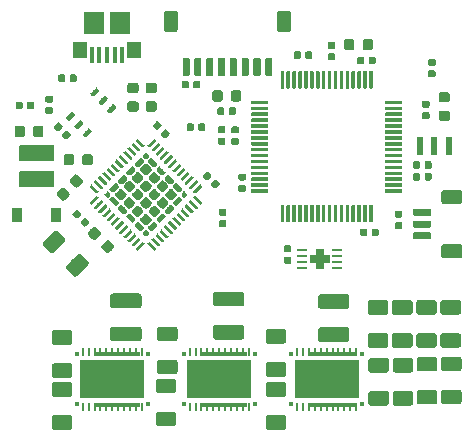
<source format=gtp>
G04 #@! TF.GenerationSoftware,KiCad,Pcbnew,(5.1.2-1)-1*
G04 #@! TF.CreationDate,2019-09-25T20:45:01-04:00*
G04 #@! TF.ProjectId,PCB_V1.3_CSD,5043425f-5631-42e3-935f-4353442e6b69,rev?*
G04 #@! TF.SameCoordinates,Original*
G04 #@! TF.FileFunction,Paste,Top*
G04 #@! TF.FilePolarity,Positive*
%FSLAX46Y46*%
G04 Gerber Fmt 4.6, Leading zero omitted, Abs format (unit mm)*
G04 Created by KiCad (PCBNEW (5.1.2-1)-1) date 2019-09-25 20:45:01*
%MOMM*%
%LPD*%
G04 APERTURE LIST*
%ADD10C,0.100000*%
%ADD11R,0.375000X0.430000*%
%ADD12R,0.250000X0.700000*%
%ADD13R,5.400000X3.300000*%
%ADD14R,0.700000X0.650000*%
%ADD15R,1.800000X0.700000*%
%ADD16O,0.850000X0.250000*%
%ADD17C,0.590000*%
%ADD18C,1.200000*%
%ADD19C,0.600000*%
%ADD20C,0.875000*%
%ADD21R,1.150000X1.450000*%
%ADD22R,1.750000X1.900000*%
%ADD23R,0.400000X1.400000*%
%ADD24C,0.300000*%
%ADD25C,0.806226*%
%ADD26C,0.250000*%
%ADD27C,0.342366*%
%ADD28C,0.371482*%
%ADD29C,1.250000*%
%ADD30C,0.400000*%
%ADD31C,1.400000*%
%ADD32R,0.900000X1.200000*%
%ADD33R,0.600000X1.600000*%
G04 APERTURE END LIST*
D10*
G36*
X85700000Y-80446060D02*
G01*
X85700000Y-80100000D01*
X89579690Y-80100000D01*
X89579690Y-80446060D01*
X85700000Y-80446060D01*
G37*
G36*
X85700000Y-84805720D02*
G01*
X85700000Y-84450000D01*
X89580770Y-84450000D01*
X89580770Y-84805720D01*
X85700000Y-84805720D01*
G37*
G36*
X88620000Y-83968500D02*
G01*
X88620000Y-82555000D01*
X89745870Y-82555000D01*
X89745870Y-83968500D01*
X88620000Y-83968500D01*
G37*
G36*
X87300000Y-83968140D02*
G01*
X87300000Y-82555000D01*
X88422520Y-82555000D01*
X88422520Y-83968140D01*
X87300000Y-83968140D01*
G37*
G36*
X85980000Y-83966470D02*
G01*
X85980000Y-82555000D01*
X87099903Y-82555000D01*
X87099903Y-83966470D01*
X85980000Y-83966470D01*
G37*
G36*
X84660000Y-83967510D02*
G01*
X84660000Y-82555000D01*
X85777660Y-82555000D01*
X85777660Y-83967510D01*
X84660000Y-83967510D01*
G37*
G36*
X84660000Y-82344736D02*
G01*
X84660000Y-80935000D01*
X85776420Y-80935000D01*
X85776420Y-82344736D01*
X84660000Y-82344736D01*
G37*
G36*
X85980000Y-82344790D02*
G01*
X85980000Y-80935000D01*
X87099800Y-80935000D01*
X87099800Y-82344790D01*
X85980000Y-82344790D01*
G37*
G36*
X88620000Y-82344966D02*
G01*
X88620000Y-80935000D01*
X89740820Y-80935000D01*
X89740820Y-82344966D01*
X88620000Y-82344966D01*
G37*
G36*
X87300000Y-82344613D02*
G01*
X87300000Y-80935000D01*
X88424500Y-80935000D01*
X88424500Y-82344613D01*
X87300000Y-82344613D01*
G37*
G36*
X76600000Y-80446060D02*
G01*
X76600000Y-80100000D01*
X80479690Y-80100000D01*
X80479690Y-80446060D01*
X76600000Y-80446060D01*
G37*
G36*
X76600000Y-84805720D02*
G01*
X76600000Y-84450000D01*
X80480770Y-84450000D01*
X80480770Y-84805720D01*
X76600000Y-84805720D01*
G37*
G36*
X79520000Y-83968500D02*
G01*
X79520000Y-82555000D01*
X80645870Y-82555000D01*
X80645870Y-83968500D01*
X79520000Y-83968500D01*
G37*
G36*
X78200000Y-83968140D02*
G01*
X78200000Y-82555000D01*
X79322520Y-82555000D01*
X79322520Y-83968140D01*
X78200000Y-83968140D01*
G37*
G36*
X76880000Y-83966470D02*
G01*
X76880000Y-82555000D01*
X77999903Y-82555000D01*
X77999903Y-83966470D01*
X76880000Y-83966470D01*
G37*
G36*
X75560000Y-83967510D02*
G01*
X75560000Y-82555000D01*
X76677660Y-82555000D01*
X76677660Y-83967510D01*
X75560000Y-83967510D01*
G37*
G36*
X75560000Y-82344736D02*
G01*
X75560000Y-80935000D01*
X76676420Y-80935000D01*
X76676420Y-82344736D01*
X75560000Y-82344736D01*
G37*
G36*
X76880000Y-82344790D02*
G01*
X76880000Y-80935000D01*
X77999800Y-80935000D01*
X77999800Y-82344790D01*
X76880000Y-82344790D01*
G37*
G36*
X79520000Y-82344966D02*
G01*
X79520000Y-80935000D01*
X80640820Y-80935000D01*
X80640820Y-82344966D01*
X79520000Y-82344966D01*
G37*
G36*
X78200000Y-82344613D02*
G01*
X78200000Y-80935000D01*
X79324500Y-80935000D01*
X79324500Y-82344613D01*
X78200000Y-82344613D01*
G37*
G36*
X67550000Y-80446060D02*
G01*
X67550000Y-80100000D01*
X71429690Y-80100000D01*
X71429690Y-80446060D01*
X67550000Y-80446060D01*
G37*
G36*
X67550000Y-84805720D02*
G01*
X67550000Y-84450000D01*
X71430770Y-84450000D01*
X71430770Y-84805720D01*
X67550000Y-84805720D01*
G37*
G36*
X70470000Y-83968500D02*
G01*
X70470000Y-82555000D01*
X71595870Y-82555000D01*
X71595870Y-83968500D01*
X70470000Y-83968500D01*
G37*
G36*
X69150000Y-83968140D02*
G01*
X69150000Y-82555000D01*
X70272520Y-82555000D01*
X70272520Y-83968140D01*
X69150000Y-83968140D01*
G37*
G36*
X67830000Y-83966470D02*
G01*
X67830000Y-82555000D01*
X68949903Y-82555000D01*
X68949903Y-83966470D01*
X67830000Y-83966470D01*
G37*
G36*
X66510000Y-83967510D02*
G01*
X66510000Y-82555000D01*
X67627660Y-82555000D01*
X67627660Y-83967510D01*
X66510000Y-83967510D01*
G37*
G36*
X66510000Y-82344736D02*
G01*
X66510000Y-80935000D01*
X67626420Y-80935000D01*
X67626420Y-82344736D01*
X66510000Y-82344736D01*
G37*
G36*
X67830000Y-82344790D02*
G01*
X67830000Y-80935000D01*
X68949800Y-80935000D01*
X68949800Y-82344790D01*
X67830000Y-82344790D01*
G37*
G36*
X70470000Y-82344966D02*
G01*
X70470000Y-80935000D01*
X71590820Y-80935000D01*
X71590820Y-82344966D01*
X70470000Y-82344966D01*
G37*
G36*
X69150000Y-82344613D02*
G01*
X69150000Y-80935000D01*
X70274500Y-80935000D01*
X70274500Y-82344613D01*
X69150000Y-82344613D01*
G37*
D11*
X90213000Y-80335000D03*
X90213000Y-84565000D03*
X84187000Y-84565000D03*
X84187000Y-80335000D03*
D12*
X85200000Y-80100000D03*
X85700000Y-80100000D03*
X86200000Y-80100000D03*
X86700000Y-80100000D03*
X87200000Y-80100000D03*
X87700000Y-80100000D03*
X88200000Y-80100000D03*
X88700000Y-80100000D03*
X89200000Y-80100000D03*
X89700000Y-80100000D03*
X89700000Y-84800000D03*
X89200000Y-84800000D03*
X88700000Y-84800000D03*
X88200000Y-84800000D03*
X87700000Y-84800000D03*
X87200000Y-84800000D03*
X86700000Y-84800000D03*
X86200000Y-84800000D03*
X85700000Y-84800000D03*
X85200000Y-84800000D03*
X84700000Y-80100000D03*
X84700000Y-84800000D03*
D13*
X87200000Y-82450000D03*
D11*
X81113000Y-80335000D03*
X81113000Y-84565000D03*
X75087000Y-84565000D03*
X75087000Y-80335000D03*
D12*
X76100000Y-80100000D03*
X76600000Y-80100000D03*
X77100000Y-80100000D03*
X77600000Y-80100000D03*
X78100000Y-80100000D03*
X78600000Y-80100000D03*
X79100000Y-80100000D03*
X79600000Y-80100000D03*
X80100000Y-80100000D03*
X80600000Y-80100000D03*
X80600000Y-84800000D03*
X80100000Y-84800000D03*
X79600000Y-84800000D03*
X79100000Y-84800000D03*
X78600000Y-84800000D03*
X78100000Y-84800000D03*
X77600000Y-84800000D03*
X77100000Y-84800000D03*
X76600000Y-84800000D03*
X76100000Y-84800000D03*
X75600000Y-80100000D03*
X75600000Y-84800000D03*
D13*
X78100000Y-82450000D03*
D11*
X72063000Y-80335000D03*
X72063000Y-84565000D03*
X66037000Y-84565000D03*
X66037000Y-80335000D03*
D12*
X67050000Y-80100000D03*
X67550000Y-80100000D03*
X68050000Y-80100000D03*
X68550000Y-80100000D03*
X69050000Y-80100000D03*
X69550000Y-80100000D03*
X70050000Y-80100000D03*
X70550000Y-80100000D03*
X71050000Y-80100000D03*
X71550000Y-80100000D03*
X71550000Y-84800000D03*
X71050000Y-84800000D03*
X70550000Y-84800000D03*
X70050000Y-84800000D03*
X69550000Y-84800000D03*
X69050000Y-84800000D03*
X68550000Y-84800000D03*
X68050000Y-84800000D03*
X67550000Y-84800000D03*
X67050000Y-84800000D03*
X66550000Y-80100000D03*
X66550000Y-84800000D03*
D13*
X69050000Y-82450000D03*
D14*
X86600000Y-72750000D03*
X86600000Y-71750000D03*
D15*
X86600000Y-72250000D03*
D16*
X88050000Y-73000000D03*
X88050000Y-72500000D03*
X88050000Y-72000000D03*
X88050000Y-71500000D03*
X85150000Y-73000000D03*
X85150000Y-72500000D03*
X85150000Y-72000000D03*
X85150000Y-71500000D03*
D10*
G36*
X76361958Y-57180710D02*
G01*
X76376276Y-57182834D01*
X76390317Y-57186351D01*
X76403946Y-57191228D01*
X76417031Y-57197417D01*
X76429447Y-57204858D01*
X76441073Y-57213481D01*
X76451798Y-57223202D01*
X76461519Y-57233927D01*
X76470142Y-57245553D01*
X76477583Y-57257969D01*
X76483772Y-57271054D01*
X76488649Y-57284683D01*
X76492166Y-57298724D01*
X76494290Y-57313042D01*
X76495000Y-57327500D01*
X76495000Y-57672500D01*
X76494290Y-57686958D01*
X76492166Y-57701276D01*
X76488649Y-57715317D01*
X76483772Y-57728946D01*
X76477583Y-57742031D01*
X76470142Y-57754447D01*
X76461519Y-57766073D01*
X76451798Y-57776798D01*
X76441073Y-57786519D01*
X76429447Y-57795142D01*
X76417031Y-57802583D01*
X76403946Y-57808772D01*
X76390317Y-57813649D01*
X76376276Y-57817166D01*
X76361958Y-57819290D01*
X76347500Y-57820000D01*
X76052500Y-57820000D01*
X76038042Y-57819290D01*
X76023724Y-57817166D01*
X76009683Y-57813649D01*
X75996054Y-57808772D01*
X75982969Y-57802583D01*
X75970553Y-57795142D01*
X75958927Y-57786519D01*
X75948202Y-57776798D01*
X75938481Y-57766073D01*
X75929858Y-57754447D01*
X75922417Y-57742031D01*
X75916228Y-57728946D01*
X75911351Y-57715317D01*
X75907834Y-57701276D01*
X75905710Y-57686958D01*
X75905000Y-57672500D01*
X75905000Y-57327500D01*
X75905710Y-57313042D01*
X75907834Y-57298724D01*
X75911351Y-57284683D01*
X75916228Y-57271054D01*
X75922417Y-57257969D01*
X75929858Y-57245553D01*
X75938481Y-57233927D01*
X75948202Y-57223202D01*
X75958927Y-57213481D01*
X75970553Y-57204858D01*
X75982969Y-57197417D01*
X75996054Y-57191228D01*
X76009683Y-57186351D01*
X76023724Y-57182834D01*
X76038042Y-57180710D01*
X76052500Y-57180000D01*
X76347500Y-57180000D01*
X76361958Y-57180710D01*
X76361958Y-57180710D01*
G37*
D17*
X76200000Y-57500000D03*
D10*
G36*
X75391958Y-57180710D02*
G01*
X75406276Y-57182834D01*
X75420317Y-57186351D01*
X75433946Y-57191228D01*
X75447031Y-57197417D01*
X75459447Y-57204858D01*
X75471073Y-57213481D01*
X75481798Y-57223202D01*
X75491519Y-57233927D01*
X75500142Y-57245553D01*
X75507583Y-57257969D01*
X75513772Y-57271054D01*
X75518649Y-57284683D01*
X75522166Y-57298724D01*
X75524290Y-57313042D01*
X75525000Y-57327500D01*
X75525000Y-57672500D01*
X75524290Y-57686958D01*
X75522166Y-57701276D01*
X75518649Y-57715317D01*
X75513772Y-57728946D01*
X75507583Y-57742031D01*
X75500142Y-57754447D01*
X75491519Y-57766073D01*
X75481798Y-57776798D01*
X75471073Y-57786519D01*
X75459447Y-57795142D01*
X75447031Y-57802583D01*
X75433946Y-57808772D01*
X75420317Y-57813649D01*
X75406276Y-57817166D01*
X75391958Y-57819290D01*
X75377500Y-57820000D01*
X75082500Y-57820000D01*
X75068042Y-57819290D01*
X75053724Y-57817166D01*
X75039683Y-57813649D01*
X75026054Y-57808772D01*
X75012969Y-57802583D01*
X75000553Y-57795142D01*
X74988927Y-57786519D01*
X74978202Y-57776798D01*
X74968481Y-57766073D01*
X74959858Y-57754447D01*
X74952417Y-57742031D01*
X74946228Y-57728946D01*
X74941351Y-57715317D01*
X74937834Y-57701276D01*
X74935710Y-57686958D01*
X74935000Y-57672500D01*
X74935000Y-57327500D01*
X74935710Y-57313042D01*
X74937834Y-57298724D01*
X74941351Y-57284683D01*
X74946228Y-57271054D01*
X74952417Y-57257969D01*
X74959858Y-57245553D01*
X74968481Y-57233927D01*
X74978202Y-57223202D01*
X74988927Y-57213481D01*
X75000553Y-57204858D01*
X75012969Y-57197417D01*
X75026054Y-57191228D01*
X75039683Y-57186351D01*
X75053724Y-57182834D01*
X75068042Y-57180710D01*
X75082500Y-57180000D01*
X75377500Y-57180000D01*
X75391958Y-57180710D01*
X75391958Y-57180710D01*
G37*
D17*
X75230000Y-57500000D03*
D10*
G36*
X74374505Y-51226204D02*
G01*
X74398773Y-51229804D01*
X74422572Y-51235765D01*
X74445671Y-51244030D01*
X74467850Y-51254520D01*
X74488893Y-51267132D01*
X74508599Y-51281747D01*
X74526777Y-51298223D01*
X74543253Y-51316401D01*
X74557868Y-51336107D01*
X74570480Y-51357150D01*
X74580970Y-51379329D01*
X74589235Y-51402428D01*
X74595196Y-51426227D01*
X74598796Y-51450495D01*
X74600000Y-51474999D01*
X74600000Y-52775001D01*
X74598796Y-52799505D01*
X74595196Y-52823773D01*
X74589235Y-52847572D01*
X74580970Y-52870671D01*
X74570480Y-52892850D01*
X74557868Y-52913893D01*
X74543253Y-52933599D01*
X74526777Y-52951777D01*
X74508599Y-52968253D01*
X74488893Y-52982868D01*
X74467850Y-52995480D01*
X74445671Y-53005970D01*
X74422572Y-53014235D01*
X74398773Y-53020196D01*
X74374505Y-53023796D01*
X74350001Y-53025000D01*
X73649999Y-53025000D01*
X73625495Y-53023796D01*
X73601227Y-53020196D01*
X73577428Y-53014235D01*
X73554329Y-53005970D01*
X73532150Y-52995480D01*
X73511107Y-52982868D01*
X73491401Y-52968253D01*
X73473223Y-52951777D01*
X73456747Y-52933599D01*
X73442132Y-52913893D01*
X73429520Y-52892850D01*
X73419030Y-52870671D01*
X73410765Y-52847572D01*
X73404804Y-52823773D01*
X73401204Y-52799505D01*
X73400000Y-52775001D01*
X73400000Y-51474999D01*
X73401204Y-51450495D01*
X73404804Y-51426227D01*
X73410765Y-51402428D01*
X73419030Y-51379329D01*
X73429520Y-51357150D01*
X73442132Y-51336107D01*
X73456747Y-51316401D01*
X73473223Y-51298223D01*
X73491401Y-51281747D01*
X73511107Y-51267132D01*
X73532150Y-51254520D01*
X73554329Y-51244030D01*
X73577428Y-51235765D01*
X73601227Y-51229804D01*
X73625495Y-51226204D01*
X73649999Y-51225000D01*
X74350001Y-51225000D01*
X74374505Y-51226204D01*
X74374505Y-51226204D01*
G37*
D18*
X74000000Y-52125000D03*
D10*
G36*
X83974505Y-51226204D02*
G01*
X83998773Y-51229804D01*
X84022572Y-51235765D01*
X84045671Y-51244030D01*
X84067850Y-51254520D01*
X84088893Y-51267132D01*
X84108599Y-51281747D01*
X84126777Y-51298223D01*
X84143253Y-51316401D01*
X84157868Y-51336107D01*
X84170480Y-51357150D01*
X84180970Y-51379329D01*
X84189235Y-51402428D01*
X84195196Y-51426227D01*
X84198796Y-51450495D01*
X84200000Y-51474999D01*
X84200000Y-52775001D01*
X84198796Y-52799505D01*
X84195196Y-52823773D01*
X84189235Y-52847572D01*
X84180970Y-52870671D01*
X84170480Y-52892850D01*
X84157868Y-52913893D01*
X84143253Y-52933599D01*
X84126777Y-52951777D01*
X84108599Y-52968253D01*
X84088893Y-52982868D01*
X84067850Y-52995480D01*
X84045671Y-53005970D01*
X84022572Y-53014235D01*
X83998773Y-53020196D01*
X83974505Y-53023796D01*
X83950001Y-53025000D01*
X83249999Y-53025000D01*
X83225495Y-53023796D01*
X83201227Y-53020196D01*
X83177428Y-53014235D01*
X83154329Y-53005970D01*
X83132150Y-52995480D01*
X83111107Y-52982868D01*
X83091401Y-52968253D01*
X83073223Y-52951777D01*
X83056747Y-52933599D01*
X83042132Y-52913893D01*
X83029520Y-52892850D01*
X83019030Y-52870671D01*
X83010765Y-52847572D01*
X83004804Y-52823773D01*
X83001204Y-52799505D01*
X83000000Y-52775001D01*
X83000000Y-51474999D01*
X83001204Y-51450495D01*
X83004804Y-51426227D01*
X83010765Y-51402428D01*
X83019030Y-51379329D01*
X83029520Y-51357150D01*
X83042132Y-51336107D01*
X83056747Y-51316401D01*
X83073223Y-51298223D01*
X83091401Y-51281747D01*
X83111107Y-51267132D01*
X83132150Y-51254520D01*
X83154329Y-51244030D01*
X83177428Y-51235765D01*
X83201227Y-51229804D01*
X83225495Y-51226204D01*
X83249999Y-51225000D01*
X83950001Y-51225000D01*
X83974505Y-51226204D01*
X83974505Y-51226204D01*
G37*
D18*
X83600000Y-52125000D03*
D10*
G36*
X75464703Y-55225722D02*
G01*
X75479264Y-55227882D01*
X75493543Y-55231459D01*
X75507403Y-55236418D01*
X75520710Y-55242712D01*
X75533336Y-55250280D01*
X75545159Y-55259048D01*
X75556066Y-55268934D01*
X75565952Y-55279841D01*
X75574720Y-55291664D01*
X75582288Y-55304290D01*
X75588582Y-55317597D01*
X75593541Y-55331457D01*
X75597118Y-55345736D01*
X75599278Y-55360297D01*
X75600000Y-55375000D01*
X75600000Y-56625000D01*
X75599278Y-56639703D01*
X75597118Y-56654264D01*
X75593541Y-56668543D01*
X75588582Y-56682403D01*
X75582288Y-56695710D01*
X75574720Y-56708336D01*
X75565952Y-56720159D01*
X75556066Y-56731066D01*
X75545159Y-56740952D01*
X75533336Y-56749720D01*
X75520710Y-56757288D01*
X75507403Y-56763582D01*
X75493543Y-56768541D01*
X75479264Y-56772118D01*
X75464703Y-56774278D01*
X75450000Y-56775000D01*
X75150000Y-56775000D01*
X75135297Y-56774278D01*
X75120736Y-56772118D01*
X75106457Y-56768541D01*
X75092597Y-56763582D01*
X75079290Y-56757288D01*
X75066664Y-56749720D01*
X75054841Y-56740952D01*
X75043934Y-56731066D01*
X75034048Y-56720159D01*
X75025280Y-56708336D01*
X75017712Y-56695710D01*
X75011418Y-56682403D01*
X75006459Y-56668543D01*
X75002882Y-56654264D01*
X75000722Y-56639703D01*
X75000000Y-56625000D01*
X75000000Y-55375000D01*
X75000722Y-55360297D01*
X75002882Y-55345736D01*
X75006459Y-55331457D01*
X75011418Y-55317597D01*
X75017712Y-55304290D01*
X75025280Y-55291664D01*
X75034048Y-55279841D01*
X75043934Y-55268934D01*
X75054841Y-55259048D01*
X75066664Y-55250280D01*
X75079290Y-55242712D01*
X75092597Y-55236418D01*
X75106457Y-55231459D01*
X75120736Y-55227882D01*
X75135297Y-55225722D01*
X75150000Y-55225000D01*
X75450000Y-55225000D01*
X75464703Y-55225722D01*
X75464703Y-55225722D01*
G37*
D19*
X75300000Y-56000000D03*
D10*
G36*
X76464703Y-55225722D02*
G01*
X76479264Y-55227882D01*
X76493543Y-55231459D01*
X76507403Y-55236418D01*
X76520710Y-55242712D01*
X76533336Y-55250280D01*
X76545159Y-55259048D01*
X76556066Y-55268934D01*
X76565952Y-55279841D01*
X76574720Y-55291664D01*
X76582288Y-55304290D01*
X76588582Y-55317597D01*
X76593541Y-55331457D01*
X76597118Y-55345736D01*
X76599278Y-55360297D01*
X76600000Y-55375000D01*
X76600000Y-56625000D01*
X76599278Y-56639703D01*
X76597118Y-56654264D01*
X76593541Y-56668543D01*
X76588582Y-56682403D01*
X76582288Y-56695710D01*
X76574720Y-56708336D01*
X76565952Y-56720159D01*
X76556066Y-56731066D01*
X76545159Y-56740952D01*
X76533336Y-56749720D01*
X76520710Y-56757288D01*
X76507403Y-56763582D01*
X76493543Y-56768541D01*
X76479264Y-56772118D01*
X76464703Y-56774278D01*
X76450000Y-56775000D01*
X76150000Y-56775000D01*
X76135297Y-56774278D01*
X76120736Y-56772118D01*
X76106457Y-56768541D01*
X76092597Y-56763582D01*
X76079290Y-56757288D01*
X76066664Y-56749720D01*
X76054841Y-56740952D01*
X76043934Y-56731066D01*
X76034048Y-56720159D01*
X76025280Y-56708336D01*
X76017712Y-56695710D01*
X76011418Y-56682403D01*
X76006459Y-56668543D01*
X76002882Y-56654264D01*
X76000722Y-56639703D01*
X76000000Y-56625000D01*
X76000000Y-55375000D01*
X76000722Y-55360297D01*
X76002882Y-55345736D01*
X76006459Y-55331457D01*
X76011418Y-55317597D01*
X76017712Y-55304290D01*
X76025280Y-55291664D01*
X76034048Y-55279841D01*
X76043934Y-55268934D01*
X76054841Y-55259048D01*
X76066664Y-55250280D01*
X76079290Y-55242712D01*
X76092597Y-55236418D01*
X76106457Y-55231459D01*
X76120736Y-55227882D01*
X76135297Y-55225722D01*
X76150000Y-55225000D01*
X76450000Y-55225000D01*
X76464703Y-55225722D01*
X76464703Y-55225722D01*
G37*
D19*
X76300000Y-56000000D03*
D10*
G36*
X77464703Y-55225722D02*
G01*
X77479264Y-55227882D01*
X77493543Y-55231459D01*
X77507403Y-55236418D01*
X77520710Y-55242712D01*
X77533336Y-55250280D01*
X77545159Y-55259048D01*
X77556066Y-55268934D01*
X77565952Y-55279841D01*
X77574720Y-55291664D01*
X77582288Y-55304290D01*
X77588582Y-55317597D01*
X77593541Y-55331457D01*
X77597118Y-55345736D01*
X77599278Y-55360297D01*
X77600000Y-55375000D01*
X77600000Y-56625000D01*
X77599278Y-56639703D01*
X77597118Y-56654264D01*
X77593541Y-56668543D01*
X77588582Y-56682403D01*
X77582288Y-56695710D01*
X77574720Y-56708336D01*
X77565952Y-56720159D01*
X77556066Y-56731066D01*
X77545159Y-56740952D01*
X77533336Y-56749720D01*
X77520710Y-56757288D01*
X77507403Y-56763582D01*
X77493543Y-56768541D01*
X77479264Y-56772118D01*
X77464703Y-56774278D01*
X77450000Y-56775000D01*
X77150000Y-56775000D01*
X77135297Y-56774278D01*
X77120736Y-56772118D01*
X77106457Y-56768541D01*
X77092597Y-56763582D01*
X77079290Y-56757288D01*
X77066664Y-56749720D01*
X77054841Y-56740952D01*
X77043934Y-56731066D01*
X77034048Y-56720159D01*
X77025280Y-56708336D01*
X77017712Y-56695710D01*
X77011418Y-56682403D01*
X77006459Y-56668543D01*
X77002882Y-56654264D01*
X77000722Y-56639703D01*
X77000000Y-56625000D01*
X77000000Y-55375000D01*
X77000722Y-55360297D01*
X77002882Y-55345736D01*
X77006459Y-55331457D01*
X77011418Y-55317597D01*
X77017712Y-55304290D01*
X77025280Y-55291664D01*
X77034048Y-55279841D01*
X77043934Y-55268934D01*
X77054841Y-55259048D01*
X77066664Y-55250280D01*
X77079290Y-55242712D01*
X77092597Y-55236418D01*
X77106457Y-55231459D01*
X77120736Y-55227882D01*
X77135297Y-55225722D01*
X77150000Y-55225000D01*
X77450000Y-55225000D01*
X77464703Y-55225722D01*
X77464703Y-55225722D01*
G37*
D19*
X77300000Y-56000000D03*
D10*
G36*
X78464703Y-55225722D02*
G01*
X78479264Y-55227882D01*
X78493543Y-55231459D01*
X78507403Y-55236418D01*
X78520710Y-55242712D01*
X78533336Y-55250280D01*
X78545159Y-55259048D01*
X78556066Y-55268934D01*
X78565952Y-55279841D01*
X78574720Y-55291664D01*
X78582288Y-55304290D01*
X78588582Y-55317597D01*
X78593541Y-55331457D01*
X78597118Y-55345736D01*
X78599278Y-55360297D01*
X78600000Y-55375000D01*
X78600000Y-56625000D01*
X78599278Y-56639703D01*
X78597118Y-56654264D01*
X78593541Y-56668543D01*
X78588582Y-56682403D01*
X78582288Y-56695710D01*
X78574720Y-56708336D01*
X78565952Y-56720159D01*
X78556066Y-56731066D01*
X78545159Y-56740952D01*
X78533336Y-56749720D01*
X78520710Y-56757288D01*
X78507403Y-56763582D01*
X78493543Y-56768541D01*
X78479264Y-56772118D01*
X78464703Y-56774278D01*
X78450000Y-56775000D01*
X78150000Y-56775000D01*
X78135297Y-56774278D01*
X78120736Y-56772118D01*
X78106457Y-56768541D01*
X78092597Y-56763582D01*
X78079290Y-56757288D01*
X78066664Y-56749720D01*
X78054841Y-56740952D01*
X78043934Y-56731066D01*
X78034048Y-56720159D01*
X78025280Y-56708336D01*
X78017712Y-56695710D01*
X78011418Y-56682403D01*
X78006459Y-56668543D01*
X78002882Y-56654264D01*
X78000722Y-56639703D01*
X78000000Y-56625000D01*
X78000000Y-55375000D01*
X78000722Y-55360297D01*
X78002882Y-55345736D01*
X78006459Y-55331457D01*
X78011418Y-55317597D01*
X78017712Y-55304290D01*
X78025280Y-55291664D01*
X78034048Y-55279841D01*
X78043934Y-55268934D01*
X78054841Y-55259048D01*
X78066664Y-55250280D01*
X78079290Y-55242712D01*
X78092597Y-55236418D01*
X78106457Y-55231459D01*
X78120736Y-55227882D01*
X78135297Y-55225722D01*
X78150000Y-55225000D01*
X78450000Y-55225000D01*
X78464703Y-55225722D01*
X78464703Y-55225722D01*
G37*
D19*
X78300000Y-56000000D03*
D10*
G36*
X79464703Y-55225722D02*
G01*
X79479264Y-55227882D01*
X79493543Y-55231459D01*
X79507403Y-55236418D01*
X79520710Y-55242712D01*
X79533336Y-55250280D01*
X79545159Y-55259048D01*
X79556066Y-55268934D01*
X79565952Y-55279841D01*
X79574720Y-55291664D01*
X79582288Y-55304290D01*
X79588582Y-55317597D01*
X79593541Y-55331457D01*
X79597118Y-55345736D01*
X79599278Y-55360297D01*
X79600000Y-55375000D01*
X79600000Y-56625000D01*
X79599278Y-56639703D01*
X79597118Y-56654264D01*
X79593541Y-56668543D01*
X79588582Y-56682403D01*
X79582288Y-56695710D01*
X79574720Y-56708336D01*
X79565952Y-56720159D01*
X79556066Y-56731066D01*
X79545159Y-56740952D01*
X79533336Y-56749720D01*
X79520710Y-56757288D01*
X79507403Y-56763582D01*
X79493543Y-56768541D01*
X79479264Y-56772118D01*
X79464703Y-56774278D01*
X79450000Y-56775000D01*
X79150000Y-56775000D01*
X79135297Y-56774278D01*
X79120736Y-56772118D01*
X79106457Y-56768541D01*
X79092597Y-56763582D01*
X79079290Y-56757288D01*
X79066664Y-56749720D01*
X79054841Y-56740952D01*
X79043934Y-56731066D01*
X79034048Y-56720159D01*
X79025280Y-56708336D01*
X79017712Y-56695710D01*
X79011418Y-56682403D01*
X79006459Y-56668543D01*
X79002882Y-56654264D01*
X79000722Y-56639703D01*
X79000000Y-56625000D01*
X79000000Y-55375000D01*
X79000722Y-55360297D01*
X79002882Y-55345736D01*
X79006459Y-55331457D01*
X79011418Y-55317597D01*
X79017712Y-55304290D01*
X79025280Y-55291664D01*
X79034048Y-55279841D01*
X79043934Y-55268934D01*
X79054841Y-55259048D01*
X79066664Y-55250280D01*
X79079290Y-55242712D01*
X79092597Y-55236418D01*
X79106457Y-55231459D01*
X79120736Y-55227882D01*
X79135297Y-55225722D01*
X79150000Y-55225000D01*
X79450000Y-55225000D01*
X79464703Y-55225722D01*
X79464703Y-55225722D01*
G37*
D19*
X79300000Y-56000000D03*
D10*
G36*
X80464703Y-55225722D02*
G01*
X80479264Y-55227882D01*
X80493543Y-55231459D01*
X80507403Y-55236418D01*
X80520710Y-55242712D01*
X80533336Y-55250280D01*
X80545159Y-55259048D01*
X80556066Y-55268934D01*
X80565952Y-55279841D01*
X80574720Y-55291664D01*
X80582288Y-55304290D01*
X80588582Y-55317597D01*
X80593541Y-55331457D01*
X80597118Y-55345736D01*
X80599278Y-55360297D01*
X80600000Y-55375000D01*
X80600000Y-56625000D01*
X80599278Y-56639703D01*
X80597118Y-56654264D01*
X80593541Y-56668543D01*
X80588582Y-56682403D01*
X80582288Y-56695710D01*
X80574720Y-56708336D01*
X80565952Y-56720159D01*
X80556066Y-56731066D01*
X80545159Y-56740952D01*
X80533336Y-56749720D01*
X80520710Y-56757288D01*
X80507403Y-56763582D01*
X80493543Y-56768541D01*
X80479264Y-56772118D01*
X80464703Y-56774278D01*
X80450000Y-56775000D01*
X80150000Y-56775000D01*
X80135297Y-56774278D01*
X80120736Y-56772118D01*
X80106457Y-56768541D01*
X80092597Y-56763582D01*
X80079290Y-56757288D01*
X80066664Y-56749720D01*
X80054841Y-56740952D01*
X80043934Y-56731066D01*
X80034048Y-56720159D01*
X80025280Y-56708336D01*
X80017712Y-56695710D01*
X80011418Y-56682403D01*
X80006459Y-56668543D01*
X80002882Y-56654264D01*
X80000722Y-56639703D01*
X80000000Y-56625000D01*
X80000000Y-55375000D01*
X80000722Y-55360297D01*
X80002882Y-55345736D01*
X80006459Y-55331457D01*
X80011418Y-55317597D01*
X80017712Y-55304290D01*
X80025280Y-55291664D01*
X80034048Y-55279841D01*
X80043934Y-55268934D01*
X80054841Y-55259048D01*
X80066664Y-55250280D01*
X80079290Y-55242712D01*
X80092597Y-55236418D01*
X80106457Y-55231459D01*
X80120736Y-55227882D01*
X80135297Y-55225722D01*
X80150000Y-55225000D01*
X80450000Y-55225000D01*
X80464703Y-55225722D01*
X80464703Y-55225722D01*
G37*
D19*
X80300000Y-56000000D03*
D10*
G36*
X81464703Y-55225722D02*
G01*
X81479264Y-55227882D01*
X81493543Y-55231459D01*
X81507403Y-55236418D01*
X81520710Y-55242712D01*
X81533336Y-55250280D01*
X81545159Y-55259048D01*
X81556066Y-55268934D01*
X81565952Y-55279841D01*
X81574720Y-55291664D01*
X81582288Y-55304290D01*
X81588582Y-55317597D01*
X81593541Y-55331457D01*
X81597118Y-55345736D01*
X81599278Y-55360297D01*
X81600000Y-55375000D01*
X81600000Y-56625000D01*
X81599278Y-56639703D01*
X81597118Y-56654264D01*
X81593541Y-56668543D01*
X81588582Y-56682403D01*
X81582288Y-56695710D01*
X81574720Y-56708336D01*
X81565952Y-56720159D01*
X81556066Y-56731066D01*
X81545159Y-56740952D01*
X81533336Y-56749720D01*
X81520710Y-56757288D01*
X81507403Y-56763582D01*
X81493543Y-56768541D01*
X81479264Y-56772118D01*
X81464703Y-56774278D01*
X81450000Y-56775000D01*
X81150000Y-56775000D01*
X81135297Y-56774278D01*
X81120736Y-56772118D01*
X81106457Y-56768541D01*
X81092597Y-56763582D01*
X81079290Y-56757288D01*
X81066664Y-56749720D01*
X81054841Y-56740952D01*
X81043934Y-56731066D01*
X81034048Y-56720159D01*
X81025280Y-56708336D01*
X81017712Y-56695710D01*
X81011418Y-56682403D01*
X81006459Y-56668543D01*
X81002882Y-56654264D01*
X81000722Y-56639703D01*
X81000000Y-56625000D01*
X81000000Y-55375000D01*
X81000722Y-55360297D01*
X81002882Y-55345736D01*
X81006459Y-55331457D01*
X81011418Y-55317597D01*
X81017712Y-55304290D01*
X81025280Y-55291664D01*
X81034048Y-55279841D01*
X81043934Y-55268934D01*
X81054841Y-55259048D01*
X81066664Y-55250280D01*
X81079290Y-55242712D01*
X81092597Y-55236418D01*
X81106457Y-55231459D01*
X81120736Y-55227882D01*
X81135297Y-55225722D01*
X81150000Y-55225000D01*
X81450000Y-55225000D01*
X81464703Y-55225722D01*
X81464703Y-55225722D01*
G37*
D19*
X81300000Y-56000000D03*
D10*
G36*
X82464703Y-55225722D02*
G01*
X82479264Y-55227882D01*
X82493543Y-55231459D01*
X82507403Y-55236418D01*
X82520710Y-55242712D01*
X82533336Y-55250280D01*
X82545159Y-55259048D01*
X82556066Y-55268934D01*
X82565952Y-55279841D01*
X82574720Y-55291664D01*
X82582288Y-55304290D01*
X82588582Y-55317597D01*
X82593541Y-55331457D01*
X82597118Y-55345736D01*
X82599278Y-55360297D01*
X82600000Y-55375000D01*
X82600000Y-56625000D01*
X82599278Y-56639703D01*
X82597118Y-56654264D01*
X82593541Y-56668543D01*
X82588582Y-56682403D01*
X82582288Y-56695710D01*
X82574720Y-56708336D01*
X82565952Y-56720159D01*
X82556066Y-56731066D01*
X82545159Y-56740952D01*
X82533336Y-56749720D01*
X82520710Y-56757288D01*
X82507403Y-56763582D01*
X82493543Y-56768541D01*
X82479264Y-56772118D01*
X82464703Y-56774278D01*
X82450000Y-56775000D01*
X82150000Y-56775000D01*
X82135297Y-56774278D01*
X82120736Y-56772118D01*
X82106457Y-56768541D01*
X82092597Y-56763582D01*
X82079290Y-56757288D01*
X82066664Y-56749720D01*
X82054841Y-56740952D01*
X82043934Y-56731066D01*
X82034048Y-56720159D01*
X82025280Y-56708336D01*
X82017712Y-56695710D01*
X82011418Y-56682403D01*
X82006459Y-56668543D01*
X82002882Y-56654264D01*
X82000722Y-56639703D01*
X82000000Y-56625000D01*
X82000000Y-55375000D01*
X82000722Y-55360297D01*
X82002882Y-55345736D01*
X82006459Y-55331457D01*
X82011418Y-55317597D01*
X82017712Y-55304290D01*
X82025280Y-55291664D01*
X82034048Y-55279841D01*
X82043934Y-55268934D01*
X82054841Y-55259048D01*
X82066664Y-55250280D01*
X82079290Y-55242712D01*
X82092597Y-55236418D01*
X82106457Y-55231459D01*
X82120736Y-55227882D01*
X82135297Y-55225722D01*
X82150000Y-55225000D01*
X82450000Y-55225000D01*
X82464703Y-55225722D01*
X82464703Y-55225722D01*
G37*
D19*
X82300000Y-56000000D03*
D10*
G36*
X67190191Y-63376053D02*
G01*
X67211426Y-63379203D01*
X67232250Y-63384419D01*
X67252462Y-63391651D01*
X67271868Y-63400830D01*
X67290281Y-63411866D01*
X67307524Y-63424654D01*
X67323430Y-63439070D01*
X67337846Y-63454976D01*
X67350634Y-63472219D01*
X67361670Y-63490632D01*
X67370849Y-63510038D01*
X67378081Y-63530250D01*
X67383297Y-63551074D01*
X67386447Y-63572309D01*
X67387500Y-63593750D01*
X67387500Y-64106250D01*
X67386447Y-64127691D01*
X67383297Y-64148926D01*
X67378081Y-64169750D01*
X67370849Y-64189962D01*
X67361670Y-64209368D01*
X67350634Y-64227781D01*
X67337846Y-64245024D01*
X67323430Y-64260930D01*
X67307524Y-64275346D01*
X67290281Y-64288134D01*
X67271868Y-64299170D01*
X67252462Y-64308349D01*
X67232250Y-64315581D01*
X67211426Y-64320797D01*
X67190191Y-64323947D01*
X67168750Y-64325000D01*
X66731250Y-64325000D01*
X66709809Y-64323947D01*
X66688574Y-64320797D01*
X66667750Y-64315581D01*
X66647538Y-64308349D01*
X66628132Y-64299170D01*
X66609719Y-64288134D01*
X66592476Y-64275346D01*
X66576570Y-64260930D01*
X66562154Y-64245024D01*
X66549366Y-64227781D01*
X66538330Y-64209368D01*
X66529151Y-64189962D01*
X66521919Y-64169750D01*
X66516703Y-64148926D01*
X66513553Y-64127691D01*
X66512500Y-64106250D01*
X66512500Y-63593750D01*
X66513553Y-63572309D01*
X66516703Y-63551074D01*
X66521919Y-63530250D01*
X66529151Y-63510038D01*
X66538330Y-63490632D01*
X66549366Y-63472219D01*
X66562154Y-63454976D01*
X66576570Y-63439070D01*
X66592476Y-63424654D01*
X66609719Y-63411866D01*
X66628132Y-63400830D01*
X66647538Y-63391651D01*
X66667750Y-63384419D01*
X66688574Y-63379203D01*
X66709809Y-63376053D01*
X66731250Y-63375000D01*
X67168750Y-63375000D01*
X67190191Y-63376053D01*
X67190191Y-63376053D01*
G37*
D20*
X66950000Y-63850000D03*
D10*
G36*
X65615191Y-63376053D02*
G01*
X65636426Y-63379203D01*
X65657250Y-63384419D01*
X65677462Y-63391651D01*
X65696868Y-63400830D01*
X65715281Y-63411866D01*
X65732524Y-63424654D01*
X65748430Y-63439070D01*
X65762846Y-63454976D01*
X65775634Y-63472219D01*
X65786670Y-63490632D01*
X65795849Y-63510038D01*
X65803081Y-63530250D01*
X65808297Y-63551074D01*
X65811447Y-63572309D01*
X65812500Y-63593750D01*
X65812500Y-64106250D01*
X65811447Y-64127691D01*
X65808297Y-64148926D01*
X65803081Y-64169750D01*
X65795849Y-64189962D01*
X65786670Y-64209368D01*
X65775634Y-64227781D01*
X65762846Y-64245024D01*
X65748430Y-64260930D01*
X65732524Y-64275346D01*
X65715281Y-64288134D01*
X65696868Y-64299170D01*
X65677462Y-64308349D01*
X65657250Y-64315581D01*
X65636426Y-64320797D01*
X65615191Y-64323947D01*
X65593750Y-64325000D01*
X65156250Y-64325000D01*
X65134809Y-64323947D01*
X65113574Y-64320797D01*
X65092750Y-64315581D01*
X65072538Y-64308349D01*
X65053132Y-64299170D01*
X65034719Y-64288134D01*
X65017476Y-64275346D01*
X65001570Y-64260930D01*
X64987154Y-64245024D01*
X64974366Y-64227781D01*
X64963330Y-64209368D01*
X64954151Y-64189962D01*
X64946919Y-64169750D01*
X64941703Y-64148926D01*
X64938553Y-64127691D01*
X64937500Y-64106250D01*
X64937500Y-63593750D01*
X64938553Y-63572309D01*
X64941703Y-63551074D01*
X64946919Y-63530250D01*
X64954151Y-63510038D01*
X64963330Y-63490632D01*
X64974366Y-63472219D01*
X64987154Y-63454976D01*
X65001570Y-63439070D01*
X65017476Y-63424654D01*
X65034719Y-63411866D01*
X65053132Y-63400830D01*
X65072538Y-63391651D01*
X65092750Y-63384419D01*
X65113574Y-63379203D01*
X65134809Y-63376053D01*
X65156250Y-63375000D01*
X65593750Y-63375000D01*
X65615191Y-63376053D01*
X65615191Y-63376053D01*
G37*
D20*
X65375000Y-63850000D03*
D10*
G36*
X65896958Y-56630710D02*
G01*
X65911276Y-56632834D01*
X65925317Y-56636351D01*
X65938946Y-56641228D01*
X65952031Y-56647417D01*
X65964447Y-56654858D01*
X65976073Y-56663481D01*
X65986798Y-56673202D01*
X65996519Y-56683927D01*
X66005142Y-56695553D01*
X66012583Y-56707969D01*
X66018772Y-56721054D01*
X66023649Y-56734683D01*
X66027166Y-56748724D01*
X66029290Y-56763042D01*
X66030000Y-56777500D01*
X66030000Y-57122500D01*
X66029290Y-57136958D01*
X66027166Y-57151276D01*
X66023649Y-57165317D01*
X66018772Y-57178946D01*
X66012583Y-57192031D01*
X66005142Y-57204447D01*
X65996519Y-57216073D01*
X65986798Y-57226798D01*
X65976073Y-57236519D01*
X65964447Y-57245142D01*
X65952031Y-57252583D01*
X65938946Y-57258772D01*
X65925317Y-57263649D01*
X65911276Y-57267166D01*
X65896958Y-57269290D01*
X65882500Y-57270000D01*
X65587500Y-57270000D01*
X65573042Y-57269290D01*
X65558724Y-57267166D01*
X65544683Y-57263649D01*
X65531054Y-57258772D01*
X65517969Y-57252583D01*
X65505553Y-57245142D01*
X65493927Y-57236519D01*
X65483202Y-57226798D01*
X65473481Y-57216073D01*
X65464858Y-57204447D01*
X65457417Y-57192031D01*
X65451228Y-57178946D01*
X65446351Y-57165317D01*
X65442834Y-57151276D01*
X65440710Y-57136958D01*
X65440000Y-57122500D01*
X65440000Y-56777500D01*
X65440710Y-56763042D01*
X65442834Y-56748724D01*
X65446351Y-56734683D01*
X65451228Y-56721054D01*
X65457417Y-56707969D01*
X65464858Y-56695553D01*
X65473481Y-56683927D01*
X65483202Y-56673202D01*
X65493927Y-56663481D01*
X65505553Y-56654858D01*
X65517969Y-56647417D01*
X65531054Y-56641228D01*
X65544683Y-56636351D01*
X65558724Y-56632834D01*
X65573042Y-56630710D01*
X65587500Y-56630000D01*
X65882500Y-56630000D01*
X65896958Y-56630710D01*
X65896958Y-56630710D01*
G37*
D17*
X65735000Y-56950000D03*
D10*
G36*
X64926958Y-56630710D02*
G01*
X64941276Y-56632834D01*
X64955317Y-56636351D01*
X64968946Y-56641228D01*
X64982031Y-56647417D01*
X64994447Y-56654858D01*
X65006073Y-56663481D01*
X65016798Y-56673202D01*
X65026519Y-56683927D01*
X65035142Y-56695553D01*
X65042583Y-56707969D01*
X65048772Y-56721054D01*
X65053649Y-56734683D01*
X65057166Y-56748724D01*
X65059290Y-56763042D01*
X65060000Y-56777500D01*
X65060000Y-57122500D01*
X65059290Y-57136958D01*
X65057166Y-57151276D01*
X65053649Y-57165317D01*
X65048772Y-57178946D01*
X65042583Y-57192031D01*
X65035142Y-57204447D01*
X65026519Y-57216073D01*
X65016798Y-57226798D01*
X65006073Y-57236519D01*
X64994447Y-57245142D01*
X64982031Y-57252583D01*
X64968946Y-57258772D01*
X64955317Y-57263649D01*
X64941276Y-57267166D01*
X64926958Y-57269290D01*
X64912500Y-57270000D01*
X64617500Y-57270000D01*
X64603042Y-57269290D01*
X64588724Y-57267166D01*
X64574683Y-57263649D01*
X64561054Y-57258772D01*
X64547969Y-57252583D01*
X64535553Y-57245142D01*
X64523927Y-57236519D01*
X64513202Y-57226798D01*
X64503481Y-57216073D01*
X64494858Y-57204447D01*
X64487417Y-57192031D01*
X64481228Y-57178946D01*
X64476351Y-57165317D01*
X64472834Y-57151276D01*
X64470710Y-57136958D01*
X64470000Y-57122500D01*
X64470000Y-56777500D01*
X64470710Y-56763042D01*
X64472834Y-56748724D01*
X64476351Y-56734683D01*
X64481228Y-56721054D01*
X64487417Y-56707969D01*
X64494858Y-56695553D01*
X64503481Y-56683927D01*
X64513202Y-56673202D01*
X64523927Y-56663481D01*
X64535553Y-56654858D01*
X64547969Y-56647417D01*
X64561054Y-56641228D01*
X64574683Y-56636351D01*
X64588724Y-56632834D01*
X64603042Y-56630710D01*
X64617500Y-56630000D01*
X64912500Y-56630000D01*
X64926958Y-56630710D01*
X64926958Y-56630710D01*
G37*
D17*
X64765000Y-56950000D03*
D21*
X70920000Y-54530000D03*
X66280000Y-54530000D03*
D22*
X69725000Y-52300000D03*
D23*
X68600000Y-54950000D03*
X67950000Y-54950000D03*
X67300000Y-54950000D03*
X69900000Y-54950000D03*
X69250000Y-54950000D03*
D22*
X67475000Y-52300000D03*
D10*
G36*
X91032351Y-67675361D02*
G01*
X91039632Y-67676441D01*
X91046771Y-67678229D01*
X91053701Y-67680709D01*
X91060355Y-67683856D01*
X91066668Y-67687640D01*
X91072579Y-67692024D01*
X91078033Y-67696967D01*
X91082976Y-67702421D01*
X91087360Y-67708332D01*
X91091144Y-67714645D01*
X91094291Y-67721299D01*
X91096771Y-67728229D01*
X91098559Y-67735368D01*
X91099639Y-67742649D01*
X91100000Y-67750000D01*
X91100000Y-69075000D01*
X91099639Y-69082351D01*
X91098559Y-69089632D01*
X91096771Y-69096771D01*
X91094291Y-69103701D01*
X91091144Y-69110355D01*
X91087360Y-69116668D01*
X91082976Y-69122579D01*
X91078033Y-69128033D01*
X91072579Y-69132976D01*
X91066668Y-69137360D01*
X91060355Y-69141144D01*
X91053701Y-69144291D01*
X91046771Y-69146771D01*
X91039632Y-69148559D01*
X91032351Y-69149639D01*
X91025000Y-69150000D01*
X90875000Y-69150000D01*
X90867649Y-69149639D01*
X90860368Y-69148559D01*
X90853229Y-69146771D01*
X90846299Y-69144291D01*
X90839645Y-69141144D01*
X90833332Y-69137360D01*
X90827421Y-69132976D01*
X90821967Y-69128033D01*
X90817024Y-69122579D01*
X90812640Y-69116668D01*
X90808856Y-69110355D01*
X90805709Y-69103701D01*
X90803229Y-69096771D01*
X90801441Y-69089632D01*
X90800361Y-69082351D01*
X90800000Y-69075000D01*
X90800000Y-67750000D01*
X90800361Y-67742649D01*
X90801441Y-67735368D01*
X90803229Y-67728229D01*
X90805709Y-67721299D01*
X90808856Y-67714645D01*
X90812640Y-67708332D01*
X90817024Y-67702421D01*
X90821967Y-67696967D01*
X90827421Y-67692024D01*
X90833332Y-67687640D01*
X90839645Y-67683856D01*
X90846299Y-67680709D01*
X90853229Y-67678229D01*
X90860368Y-67676441D01*
X90867649Y-67675361D01*
X90875000Y-67675000D01*
X91025000Y-67675000D01*
X91032351Y-67675361D01*
X91032351Y-67675361D01*
G37*
D24*
X90950000Y-68412500D03*
D10*
G36*
X90532351Y-67675361D02*
G01*
X90539632Y-67676441D01*
X90546771Y-67678229D01*
X90553701Y-67680709D01*
X90560355Y-67683856D01*
X90566668Y-67687640D01*
X90572579Y-67692024D01*
X90578033Y-67696967D01*
X90582976Y-67702421D01*
X90587360Y-67708332D01*
X90591144Y-67714645D01*
X90594291Y-67721299D01*
X90596771Y-67728229D01*
X90598559Y-67735368D01*
X90599639Y-67742649D01*
X90600000Y-67750000D01*
X90600000Y-69075000D01*
X90599639Y-69082351D01*
X90598559Y-69089632D01*
X90596771Y-69096771D01*
X90594291Y-69103701D01*
X90591144Y-69110355D01*
X90587360Y-69116668D01*
X90582976Y-69122579D01*
X90578033Y-69128033D01*
X90572579Y-69132976D01*
X90566668Y-69137360D01*
X90560355Y-69141144D01*
X90553701Y-69144291D01*
X90546771Y-69146771D01*
X90539632Y-69148559D01*
X90532351Y-69149639D01*
X90525000Y-69150000D01*
X90375000Y-69150000D01*
X90367649Y-69149639D01*
X90360368Y-69148559D01*
X90353229Y-69146771D01*
X90346299Y-69144291D01*
X90339645Y-69141144D01*
X90333332Y-69137360D01*
X90327421Y-69132976D01*
X90321967Y-69128033D01*
X90317024Y-69122579D01*
X90312640Y-69116668D01*
X90308856Y-69110355D01*
X90305709Y-69103701D01*
X90303229Y-69096771D01*
X90301441Y-69089632D01*
X90300361Y-69082351D01*
X90300000Y-69075000D01*
X90300000Y-67750000D01*
X90300361Y-67742649D01*
X90301441Y-67735368D01*
X90303229Y-67728229D01*
X90305709Y-67721299D01*
X90308856Y-67714645D01*
X90312640Y-67708332D01*
X90317024Y-67702421D01*
X90321967Y-67696967D01*
X90327421Y-67692024D01*
X90333332Y-67687640D01*
X90339645Y-67683856D01*
X90346299Y-67680709D01*
X90353229Y-67678229D01*
X90360368Y-67676441D01*
X90367649Y-67675361D01*
X90375000Y-67675000D01*
X90525000Y-67675000D01*
X90532351Y-67675361D01*
X90532351Y-67675361D01*
G37*
D24*
X90450000Y-68412500D03*
D10*
G36*
X90032351Y-67675361D02*
G01*
X90039632Y-67676441D01*
X90046771Y-67678229D01*
X90053701Y-67680709D01*
X90060355Y-67683856D01*
X90066668Y-67687640D01*
X90072579Y-67692024D01*
X90078033Y-67696967D01*
X90082976Y-67702421D01*
X90087360Y-67708332D01*
X90091144Y-67714645D01*
X90094291Y-67721299D01*
X90096771Y-67728229D01*
X90098559Y-67735368D01*
X90099639Y-67742649D01*
X90100000Y-67750000D01*
X90100000Y-69075000D01*
X90099639Y-69082351D01*
X90098559Y-69089632D01*
X90096771Y-69096771D01*
X90094291Y-69103701D01*
X90091144Y-69110355D01*
X90087360Y-69116668D01*
X90082976Y-69122579D01*
X90078033Y-69128033D01*
X90072579Y-69132976D01*
X90066668Y-69137360D01*
X90060355Y-69141144D01*
X90053701Y-69144291D01*
X90046771Y-69146771D01*
X90039632Y-69148559D01*
X90032351Y-69149639D01*
X90025000Y-69150000D01*
X89875000Y-69150000D01*
X89867649Y-69149639D01*
X89860368Y-69148559D01*
X89853229Y-69146771D01*
X89846299Y-69144291D01*
X89839645Y-69141144D01*
X89833332Y-69137360D01*
X89827421Y-69132976D01*
X89821967Y-69128033D01*
X89817024Y-69122579D01*
X89812640Y-69116668D01*
X89808856Y-69110355D01*
X89805709Y-69103701D01*
X89803229Y-69096771D01*
X89801441Y-69089632D01*
X89800361Y-69082351D01*
X89800000Y-69075000D01*
X89800000Y-67750000D01*
X89800361Y-67742649D01*
X89801441Y-67735368D01*
X89803229Y-67728229D01*
X89805709Y-67721299D01*
X89808856Y-67714645D01*
X89812640Y-67708332D01*
X89817024Y-67702421D01*
X89821967Y-67696967D01*
X89827421Y-67692024D01*
X89833332Y-67687640D01*
X89839645Y-67683856D01*
X89846299Y-67680709D01*
X89853229Y-67678229D01*
X89860368Y-67676441D01*
X89867649Y-67675361D01*
X89875000Y-67675000D01*
X90025000Y-67675000D01*
X90032351Y-67675361D01*
X90032351Y-67675361D01*
G37*
D24*
X89950000Y-68412500D03*
D10*
G36*
X89532351Y-67675361D02*
G01*
X89539632Y-67676441D01*
X89546771Y-67678229D01*
X89553701Y-67680709D01*
X89560355Y-67683856D01*
X89566668Y-67687640D01*
X89572579Y-67692024D01*
X89578033Y-67696967D01*
X89582976Y-67702421D01*
X89587360Y-67708332D01*
X89591144Y-67714645D01*
X89594291Y-67721299D01*
X89596771Y-67728229D01*
X89598559Y-67735368D01*
X89599639Y-67742649D01*
X89600000Y-67750000D01*
X89600000Y-69075000D01*
X89599639Y-69082351D01*
X89598559Y-69089632D01*
X89596771Y-69096771D01*
X89594291Y-69103701D01*
X89591144Y-69110355D01*
X89587360Y-69116668D01*
X89582976Y-69122579D01*
X89578033Y-69128033D01*
X89572579Y-69132976D01*
X89566668Y-69137360D01*
X89560355Y-69141144D01*
X89553701Y-69144291D01*
X89546771Y-69146771D01*
X89539632Y-69148559D01*
X89532351Y-69149639D01*
X89525000Y-69150000D01*
X89375000Y-69150000D01*
X89367649Y-69149639D01*
X89360368Y-69148559D01*
X89353229Y-69146771D01*
X89346299Y-69144291D01*
X89339645Y-69141144D01*
X89333332Y-69137360D01*
X89327421Y-69132976D01*
X89321967Y-69128033D01*
X89317024Y-69122579D01*
X89312640Y-69116668D01*
X89308856Y-69110355D01*
X89305709Y-69103701D01*
X89303229Y-69096771D01*
X89301441Y-69089632D01*
X89300361Y-69082351D01*
X89300000Y-69075000D01*
X89300000Y-67750000D01*
X89300361Y-67742649D01*
X89301441Y-67735368D01*
X89303229Y-67728229D01*
X89305709Y-67721299D01*
X89308856Y-67714645D01*
X89312640Y-67708332D01*
X89317024Y-67702421D01*
X89321967Y-67696967D01*
X89327421Y-67692024D01*
X89333332Y-67687640D01*
X89339645Y-67683856D01*
X89346299Y-67680709D01*
X89353229Y-67678229D01*
X89360368Y-67676441D01*
X89367649Y-67675361D01*
X89375000Y-67675000D01*
X89525000Y-67675000D01*
X89532351Y-67675361D01*
X89532351Y-67675361D01*
G37*
D24*
X89450000Y-68412500D03*
D10*
G36*
X89032351Y-67675361D02*
G01*
X89039632Y-67676441D01*
X89046771Y-67678229D01*
X89053701Y-67680709D01*
X89060355Y-67683856D01*
X89066668Y-67687640D01*
X89072579Y-67692024D01*
X89078033Y-67696967D01*
X89082976Y-67702421D01*
X89087360Y-67708332D01*
X89091144Y-67714645D01*
X89094291Y-67721299D01*
X89096771Y-67728229D01*
X89098559Y-67735368D01*
X89099639Y-67742649D01*
X89100000Y-67750000D01*
X89100000Y-69075000D01*
X89099639Y-69082351D01*
X89098559Y-69089632D01*
X89096771Y-69096771D01*
X89094291Y-69103701D01*
X89091144Y-69110355D01*
X89087360Y-69116668D01*
X89082976Y-69122579D01*
X89078033Y-69128033D01*
X89072579Y-69132976D01*
X89066668Y-69137360D01*
X89060355Y-69141144D01*
X89053701Y-69144291D01*
X89046771Y-69146771D01*
X89039632Y-69148559D01*
X89032351Y-69149639D01*
X89025000Y-69150000D01*
X88875000Y-69150000D01*
X88867649Y-69149639D01*
X88860368Y-69148559D01*
X88853229Y-69146771D01*
X88846299Y-69144291D01*
X88839645Y-69141144D01*
X88833332Y-69137360D01*
X88827421Y-69132976D01*
X88821967Y-69128033D01*
X88817024Y-69122579D01*
X88812640Y-69116668D01*
X88808856Y-69110355D01*
X88805709Y-69103701D01*
X88803229Y-69096771D01*
X88801441Y-69089632D01*
X88800361Y-69082351D01*
X88800000Y-69075000D01*
X88800000Y-67750000D01*
X88800361Y-67742649D01*
X88801441Y-67735368D01*
X88803229Y-67728229D01*
X88805709Y-67721299D01*
X88808856Y-67714645D01*
X88812640Y-67708332D01*
X88817024Y-67702421D01*
X88821967Y-67696967D01*
X88827421Y-67692024D01*
X88833332Y-67687640D01*
X88839645Y-67683856D01*
X88846299Y-67680709D01*
X88853229Y-67678229D01*
X88860368Y-67676441D01*
X88867649Y-67675361D01*
X88875000Y-67675000D01*
X89025000Y-67675000D01*
X89032351Y-67675361D01*
X89032351Y-67675361D01*
G37*
D24*
X88950000Y-68412500D03*
D10*
G36*
X88532351Y-67675361D02*
G01*
X88539632Y-67676441D01*
X88546771Y-67678229D01*
X88553701Y-67680709D01*
X88560355Y-67683856D01*
X88566668Y-67687640D01*
X88572579Y-67692024D01*
X88578033Y-67696967D01*
X88582976Y-67702421D01*
X88587360Y-67708332D01*
X88591144Y-67714645D01*
X88594291Y-67721299D01*
X88596771Y-67728229D01*
X88598559Y-67735368D01*
X88599639Y-67742649D01*
X88600000Y-67750000D01*
X88600000Y-69075000D01*
X88599639Y-69082351D01*
X88598559Y-69089632D01*
X88596771Y-69096771D01*
X88594291Y-69103701D01*
X88591144Y-69110355D01*
X88587360Y-69116668D01*
X88582976Y-69122579D01*
X88578033Y-69128033D01*
X88572579Y-69132976D01*
X88566668Y-69137360D01*
X88560355Y-69141144D01*
X88553701Y-69144291D01*
X88546771Y-69146771D01*
X88539632Y-69148559D01*
X88532351Y-69149639D01*
X88525000Y-69150000D01*
X88375000Y-69150000D01*
X88367649Y-69149639D01*
X88360368Y-69148559D01*
X88353229Y-69146771D01*
X88346299Y-69144291D01*
X88339645Y-69141144D01*
X88333332Y-69137360D01*
X88327421Y-69132976D01*
X88321967Y-69128033D01*
X88317024Y-69122579D01*
X88312640Y-69116668D01*
X88308856Y-69110355D01*
X88305709Y-69103701D01*
X88303229Y-69096771D01*
X88301441Y-69089632D01*
X88300361Y-69082351D01*
X88300000Y-69075000D01*
X88300000Y-67750000D01*
X88300361Y-67742649D01*
X88301441Y-67735368D01*
X88303229Y-67728229D01*
X88305709Y-67721299D01*
X88308856Y-67714645D01*
X88312640Y-67708332D01*
X88317024Y-67702421D01*
X88321967Y-67696967D01*
X88327421Y-67692024D01*
X88333332Y-67687640D01*
X88339645Y-67683856D01*
X88346299Y-67680709D01*
X88353229Y-67678229D01*
X88360368Y-67676441D01*
X88367649Y-67675361D01*
X88375000Y-67675000D01*
X88525000Y-67675000D01*
X88532351Y-67675361D01*
X88532351Y-67675361D01*
G37*
D24*
X88450000Y-68412500D03*
D10*
G36*
X88032351Y-67675361D02*
G01*
X88039632Y-67676441D01*
X88046771Y-67678229D01*
X88053701Y-67680709D01*
X88060355Y-67683856D01*
X88066668Y-67687640D01*
X88072579Y-67692024D01*
X88078033Y-67696967D01*
X88082976Y-67702421D01*
X88087360Y-67708332D01*
X88091144Y-67714645D01*
X88094291Y-67721299D01*
X88096771Y-67728229D01*
X88098559Y-67735368D01*
X88099639Y-67742649D01*
X88100000Y-67750000D01*
X88100000Y-69075000D01*
X88099639Y-69082351D01*
X88098559Y-69089632D01*
X88096771Y-69096771D01*
X88094291Y-69103701D01*
X88091144Y-69110355D01*
X88087360Y-69116668D01*
X88082976Y-69122579D01*
X88078033Y-69128033D01*
X88072579Y-69132976D01*
X88066668Y-69137360D01*
X88060355Y-69141144D01*
X88053701Y-69144291D01*
X88046771Y-69146771D01*
X88039632Y-69148559D01*
X88032351Y-69149639D01*
X88025000Y-69150000D01*
X87875000Y-69150000D01*
X87867649Y-69149639D01*
X87860368Y-69148559D01*
X87853229Y-69146771D01*
X87846299Y-69144291D01*
X87839645Y-69141144D01*
X87833332Y-69137360D01*
X87827421Y-69132976D01*
X87821967Y-69128033D01*
X87817024Y-69122579D01*
X87812640Y-69116668D01*
X87808856Y-69110355D01*
X87805709Y-69103701D01*
X87803229Y-69096771D01*
X87801441Y-69089632D01*
X87800361Y-69082351D01*
X87800000Y-69075000D01*
X87800000Y-67750000D01*
X87800361Y-67742649D01*
X87801441Y-67735368D01*
X87803229Y-67728229D01*
X87805709Y-67721299D01*
X87808856Y-67714645D01*
X87812640Y-67708332D01*
X87817024Y-67702421D01*
X87821967Y-67696967D01*
X87827421Y-67692024D01*
X87833332Y-67687640D01*
X87839645Y-67683856D01*
X87846299Y-67680709D01*
X87853229Y-67678229D01*
X87860368Y-67676441D01*
X87867649Y-67675361D01*
X87875000Y-67675000D01*
X88025000Y-67675000D01*
X88032351Y-67675361D01*
X88032351Y-67675361D01*
G37*
D24*
X87950000Y-68412500D03*
D10*
G36*
X87532351Y-67675361D02*
G01*
X87539632Y-67676441D01*
X87546771Y-67678229D01*
X87553701Y-67680709D01*
X87560355Y-67683856D01*
X87566668Y-67687640D01*
X87572579Y-67692024D01*
X87578033Y-67696967D01*
X87582976Y-67702421D01*
X87587360Y-67708332D01*
X87591144Y-67714645D01*
X87594291Y-67721299D01*
X87596771Y-67728229D01*
X87598559Y-67735368D01*
X87599639Y-67742649D01*
X87600000Y-67750000D01*
X87600000Y-69075000D01*
X87599639Y-69082351D01*
X87598559Y-69089632D01*
X87596771Y-69096771D01*
X87594291Y-69103701D01*
X87591144Y-69110355D01*
X87587360Y-69116668D01*
X87582976Y-69122579D01*
X87578033Y-69128033D01*
X87572579Y-69132976D01*
X87566668Y-69137360D01*
X87560355Y-69141144D01*
X87553701Y-69144291D01*
X87546771Y-69146771D01*
X87539632Y-69148559D01*
X87532351Y-69149639D01*
X87525000Y-69150000D01*
X87375000Y-69150000D01*
X87367649Y-69149639D01*
X87360368Y-69148559D01*
X87353229Y-69146771D01*
X87346299Y-69144291D01*
X87339645Y-69141144D01*
X87333332Y-69137360D01*
X87327421Y-69132976D01*
X87321967Y-69128033D01*
X87317024Y-69122579D01*
X87312640Y-69116668D01*
X87308856Y-69110355D01*
X87305709Y-69103701D01*
X87303229Y-69096771D01*
X87301441Y-69089632D01*
X87300361Y-69082351D01*
X87300000Y-69075000D01*
X87300000Y-67750000D01*
X87300361Y-67742649D01*
X87301441Y-67735368D01*
X87303229Y-67728229D01*
X87305709Y-67721299D01*
X87308856Y-67714645D01*
X87312640Y-67708332D01*
X87317024Y-67702421D01*
X87321967Y-67696967D01*
X87327421Y-67692024D01*
X87333332Y-67687640D01*
X87339645Y-67683856D01*
X87346299Y-67680709D01*
X87353229Y-67678229D01*
X87360368Y-67676441D01*
X87367649Y-67675361D01*
X87375000Y-67675000D01*
X87525000Y-67675000D01*
X87532351Y-67675361D01*
X87532351Y-67675361D01*
G37*
D24*
X87450000Y-68412500D03*
D10*
G36*
X87032351Y-67675361D02*
G01*
X87039632Y-67676441D01*
X87046771Y-67678229D01*
X87053701Y-67680709D01*
X87060355Y-67683856D01*
X87066668Y-67687640D01*
X87072579Y-67692024D01*
X87078033Y-67696967D01*
X87082976Y-67702421D01*
X87087360Y-67708332D01*
X87091144Y-67714645D01*
X87094291Y-67721299D01*
X87096771Y-67728229D01*
X87098559Y-67735368D01*
X87099639Y-67742649D01*
X87100000Y-67750000D01*
X87100000Y-69075000D01*
X87099639Y-69082351D01*
X87098559Y-69089632D01*
X87096771Y-69096771D01*
X87094291Y-69103701D01*
X87091144Y-69110355D01*
X87087360Y-69116668D01*
X87082976Y-69122579D01*
X87078033Y-69128033D01*
X87072579Y-69132976D01*
X87066668Y-69137360D01*
X87060355Y-69141144D01*
X87053701Y-69144291D01*
X87046771Y-69146771D01*
X87039632Y-69148559D01*
X87032351Y-69149639D01*
X87025000Y-69150000D01*
X86875000Y-69150000D01*
X86867649Y-69149639D01*
X86860368Y-69148559D01*
X86853229Y-69146771D01*
X86846299Y-69144291D01*
X86839645Y-69141144D01*
X86833332Y-69137360D01*
X86827421Y-69132976D01*
X86821967Y-69128033D01*
X86817024Y-69122579D01*
X86812640Y-69116668D01*
X86808856Y-69110355D01*
X86805709Y-69103701D01*
X86803229Y-69096771D01*
X86801441Y-69089632D01*
X86800361Y-69082351D01*
X86800000Y-69075000D01*
X86800000Y-67750000D01*
X86800361Y-67742649D01*
X86801441Y-67735368D01*
X86803229Y-67728229D01*
X86805709Y-67721299D01*
X86808856Y-67714645D01*
X86812640Y-67708332D01*
X86817024Y-67702421D01*
X86821967Y-67696967D01*
X86827421Y-67692024D01*
X86833332Y-67687640D01*
X86839645Y-67683856D01*
X86846299Y-67680709D01*
X86853229Y-67678229D01*
X86860368Y-67676441D01*
X86867649Y-67675361D01*
X86875000Y-67675000D01*
X87025000Y-67675000D01*
X87032351Y-67675361D01*
X87032351Y-67675361D01*
G37*
D24*
X86950000Y-68412500D03*
D10*
G36*
X86532351Y-67675361D02*
G01*
X86539632Y-67676441D01*
X86546771Y-67678229D01*
X86553701Y-67680709D01*
X86560355Y-67683856D01*
X86566668Y-67687640D01*
X86572579Y-67692024D01*
X86578033Y-67696967D01*
X86582976Y-67702421D01*
X86587360Y-67708332D01*
X86591144Y-67714645D01*
X86594291Y-67721299D01*
X86596771Y-67728229D01*
X86598559Y-67735368D01*
X86599639Y-67742649D01*
X86600000Y-67750000D01*
X86600000Y-69075000D01*
X86599639Y-69082351D01*
X86598559Y-69089632D01*
X86596771Y-69096771D01*
X86594291Y-69103701D01*
X86591144Y-69110355D01*
X86587360Y-69116668D01*
X86582976Y-69122579D01*
X86578033Y-69128033D01*
X86572579Y-69132976D01*
X86566668Y-69137360D01*
X86560355Y-69141144D01*
X86553701Y-69144291D01*
X86546771Y-69146771D01*
X86539632Y-69148559D01*
X86532351Y-69149639D01*
X86525000Y-69150000D01*
X86375000Y-69150000D01*
X86367649Y-69149639D01*
X86360368Y-69148559D01*
X86353229Y-69146771D01*
X86346299Y-69144291D01*
X86339645Y-69141144D01*
X86333332Y-69137360D01*
X86327421Y-69132976D01*
X86321967Y-69128033D01*
X86317024Y-69122579D01*
X86312640Y-69116668D01*
X86308856Y-69110355D01*
X86305709Y-69103701D01*
X86303229Y-69096771D01*
X86301441Y-69089632D01*
X86300361Y-69082351D01*
X86300000Y-69075000D01*
X86300000Y-67750000D01*
X86300361Y-67742649D01*
X86301441Y-67735368D01*
X86303229Y-67728229D01*
X86305709Y-67721299D01*
X86308856Y-67714645D01*
X86312640Y-67708332D01*
X86317024Y-67702421D01*
X86321967Y-67696967D01*
X86327421Y-67692024D01*
X86333332Y-67687640D01*
X86339645Y-67683856D01*
X86346299Y-67680709D01*
X86353229Y-67678229D01*
X86360368Y-67676441D01*
X86367649Y-67675361D01*
X86375000Y-67675000D01*
X86525000Y-67675000D01*
X86532351Y-67675361D01*
X86532351Y-67675361D01*
G37*
D24*
X86450000Y-68412500D03*
D10*
G36*
X86032351Y-67675361D02*
G01*
X86039632Y-67676441D01*
X86046771Y-67678229D01*
X86053701Y-67680709D01*
X86060355Y-67683856D01*
X86066668Y-67687640D01*
X86072579Y-67692024D01*
X86078033Y-67696967D01*
X86082976Y-67702421D01*
X86087360Y-67708332D01*
X86091144Y-67714645D01*
X86094291Y-67721299D01*
X86096771Y-67728229D01*
X86098559Y-67735368D01*
X86099639Y-67742649D01*
X86100000Y-67750000D01*
X86100000Y-69075000D01*
X86099639Y-69082351D01*
X86098559Y-69089632D01*
X86096771Y-69096771D01*
X86094291Y-69103701D01*
X86091144Y-69110355D01*
X86087360Y-69116668D01*
X86082976Y-69122579D01*
X86078033Y-69128033D01*
X86072579Y-69132976D01*
X86066668Y-69137360D01*
X86060355Y-69141144D01*
X86053701Y-69144291D01*
X86046771Y-69146771D01*
X86039632Y-69148559D01*
X86032351Y-69149639D01*
X86025000Y-69150000D01*
X85875000Y-69150000D01*
X85867649Y-69149639D01*
X85860368Y-69148559D01*
X85853229Y-69146771D01*
X85846299Y-69144291D01*
X85839645Y-69141144D01*
X85833332Y-69137360D01*
X85827421Y-69132976D01*
X85821967Y-69128033D01*
X85817024Y-69122579D01*
X85812640Y-69116668D01*
X85808856Y-69110355D01*
X85805709Y-69103701D01*
X85803229Y-69096771D01*
X85801441Y-69089632D01*
X85800361Y-69082351D01*
X85800000Y-69075000D01*
X85800000Y-67750000D01*
X85800361Y-67742649D01*
X85801441Y-67735368D01*
X85803229Y-67728229D01*
X85805709Y-67721299D01*
X85808856Y-67714645D01*
X85812640Y-67708332D01*
X85817024Y-67702421D01*
X85821967Y-67696967D01*
X85827421Y-67692024D01*
X85833332Y-67687640D01*
X85839645Y-67683856D01*
X85846299Y-67680709D01*
X85853229Y-67678229D01*
X85860368Y-67676441D01*
X85867649Y-67675361D01*
X85875000Y-67675000D01*
X86025000Y-67675000D01*
X86032351Y-67675361D01*
X86032351Y-67675361D01*
G37*
D24*
X85950000Y-68412500D03*
D10*
G36*
X85532351Y-67675361D02*
G01*
X85539632Y-67676441D01*
X85546771Y-67678229D01*
X85553701Y-67680709D01*
X85560355Y-67683856D01*
X85566668Y-67687640D01*
X85572579Y-67692024D01*
X85578033Y-67696967D01*
X85582976Y-67702421D01*
X85587360Y-67708332D01*
X85591144Y-67714645D01*
X85594291Y-67721299D01*
X85596771Y-67728229D01*
X85598559Y-67735368D01*
X85599639Y-67742649D01*
X85600000Y-67750000D01*
X85600000Y-69075000D01*
X85599639Y-69082351D01*
X85598559Y-69089632D01*
X85596771Y-69096771D01*
X85594291Y-69103701D01*
X85591144Y-69110355D01*
X85587360Y-69116668D01*
X85582976Y-69122579D01*
X85578033Y-69128033D01*
X85572579Y-69132976D01*
X85566668Y-69137360D01*
X85560355Y-69141144D01*
X85553701Y-69144291D01*
X85546771Y-69146771D01*
X85539632Y-69148559D01*
X85532351Y-69149639D01*
X85525000Y-69150000D01*
X85375000Y-69150000D01*
X85367649Y-69149639D01*
X85360368Y-69148559D01*
X85353229Y-69146771D01*
X85346299Y-69144291D01*
X85339645Y-69141144D01*
X85333332Y-69137360D01*
X85327421Y-69132976D01*
X85321967Y-69128033D01*
X85317024Y-69122579D01*
X85312640Y-69116668D01*
X85308856Y-69110355D01*
X85305709Y-69103701D01*
X85303229Y-69096771D01*
X85301441Y-69089632D01*
X85300361Y-69082351D01*
X85300000Y-69075000D01*
X85300000Y-67750000D01*
X85300361Y-67742649D01*
X85301441Y-67735368D01*
X85303229Y-67728229D01*
X85305709Y-67721299D01*
X85308856Y-67714645D01*
X85312640Y-67708332D01*
X85317024Y-67702421D01*
X85321967Y-67696967D01*
X85327421Y-67692024D01*
X85333332Y-67687640D01*
X85339645Y-67683856D01*
X85346299Y-67680709D01*
X85353229Y-67678229D01*
X85360368Y-67676441D01*
X85367649Y-67675361D01*
X85375000Y-67675000D01*
X85525000Y-67675000D01*
X85532351Y-67675361D01*
X85532351Y-67675361D01*
G37*
D24*
X85450000Y-68412500D03*
D10*
G36*
X85032351Y-67675361D02*
G01*
X85039632Y-67676441D01*
X85046771Y-67678229D01*
X85053701Y-67680709D01*
X85060355Y-67683856D01*
X85066668Y-67687640D01*
X85072579Y-67692024D01*
X85078033Y-67696967D01*
X85082976Y-67702421D01*
X85087360Y-67708332D01*
X85091144Y-67714645D01*
X85094291Y-67721299D01*
X85096771Y-67728229D01*
X85098559Y-67735368D01*
X85099639Y-67742649D01*
X85100000Y-67750000D01*
X85100000Y-69075000D01*
X85099639Y-69082351D01*
X85098559Y-69089632D01*
X85096771Y-69096771D01*
X85094291Y-69103701D01*
X85091144Y-69110355D01*
X85087360Y-69116668D01*
X85082976Y-69122579D01*
X85078033Y-69128033D01*
X85072579Y-69132976D01*
X85066668Y-69137360D01*
X85060355Y-69141144D01*
X85053701Y-69144291D01*
X85046771Y-69146771D01*
X85039632Y-69148559D01*
X85032351Y-69149639D01*
X85025000Y-69150000D01*
X84875000Y-69150000D01*
X84867649Y-69149639D01*
X84860368Y-69148559D01*
X84853229Y-69146771D01*
X84846299Y-69144291D01*
X84839645Y-69141144D01*
X84833332Y-69137360D01*
X84827421Y-69132976D01*
X84821967Y-69128033D01*
X84817024Y-69122579D01*
X84812640Y-69116668D01*
X84808856Y-69110355D01*
X84805709Y-69103701D01*
X84803229Y-69096771D01*
X84801441Y-69089632D01*
X84800361Y-69082351D01*
X84800000Y-69075000D01*
X84800000Y-67750000D01*
X84800361Y-67742649D01*
X84801441Y-67735368D01*
X84803229Y-67728229D01*
X84805709Y-67721299D01*
X84808856Y-67714645D01*
X84812640Y-67708332D01*
X84817024Y-67702421D01*
X84821967Y-67696967D01*
X84827421Y-67692024D01*
X84833332Y-67687640D01*
X84839645Y-67683856D01*
X84846299Y-67680709D01*
X84853229Y-67678229D01*
X84860368Y-67676441D01*
X84867649Y-67675361D01*
X84875000Y-67675000D01*
X85025000Y-67675000D01*
X85032351Y-67675361D01*
X85032351Y-67675361D01*
G37*
D24*
X84950000Y-68412500D03*
D10*
G36*
X84532351Y-67675361D02*
G01*
X84539632Y-67676441D01*
X84546771Y-67678229D01*
X84553701Y-67680709D01*
X84560355Y-67683856D01*
X84566668Y-67687640D01*
X84572579Y-67692024D01*
X84578033Y-67696967D01*
X84582976Y-67702421D01*
X84587360Y-67708332D01*
X84591144Y-67714645D01*
X84594291Y-67721299D01*
X84596771Y-67728229D01*
X84598559Y-67735368D01*
X84599639Y-67742649D01*
X84600000Y-67750000D01*
X84600000Y-69075000D01*
X84599639Y-69082351D01*
X84598559Y-69089632D01*
X84596771Y-69096771D01*
X84594291Y-69103701D01*
X84591144Y-69110355D01*
X84587360Y-69116668D01*
X84582976Y-69122579D01*
X84578033Y-69128033D01*
X84572579Y-69132976D01*
X84566668Y-69137360D01*
X84560355Y-69141144D01*
X84553701Y-69144291D01*
X84546771Y-69146771D01*
X84539632Y-69148559D01*
X84532351Y-69149639D01*
X84525000Y-69150000D01*
X84375000Y-69150000D01*
X84367649Y-69149639D01*
X84360368Y-69148559D01*
X84353229Y-69146771D01*
X84346299Y-69144291D01*
X84339645Y-69141144D01*
X84333332Y-69137360D01*
X84327421Y-69132976D01*
X84321967Y-69128033D01*
X84317024Y-69122579D01*
X84312640Y-69116668D01*
X84308856Y-69110355D01*
X84305709Y-69103701D01*
X84303229Y-69096771D01*
X84301441Y-69089632D01*
X84300361Y-69082351D01*
X84300000Y-69075000D01*
X84300000Y-67750000D01*
X84300361Y-67742649D01*
X84301441Y-67735368D01*
X84303229Y-67728229D01*
X84305709Y-67721299D01*
X84308856Y-67714645D01*
X84312640Y-67708332D01*
X84317024Y-67702421D01*
X84321967Y-67696967D01*
X84327421Y-67692024D01*
X84333332Y-67687640D01*
X84339645Y-67683856D01*
X84346299Y-67680709D01*
X84353229Y-67678229D01*
X84360368Y-67676441D01*
X84367649Y-67675361D01*
X84375000Y-67675000D01*
X84525000Y-67675000D01*
X84532351Y-67675361D01*
X84532351Y-67675361D01*
G37*
D24*
X84450000Y-68412500D03*
D10*
G36*
X84032351Y-67675361D02*
G01*
X84039632Y-67676441D01*
X84046771Y-67678229D01*
X84053701Y-67680709D01*
X84060355Y-67683856D01*
X84066668Y-67687640D01*
X84072579Y-67692024D01*
X84078033Y-67696967D01*
X84082976Y-67702421D01*
X84087360Y-67708332D01*
X84091144Y-67714645D01*
X84094291Y-67721299D01*
X84096771Y-67728229D01*
X84098559Y-67735368D01*
X84099639Y-67742649D01*
X84100000Y-67750000D01*
X84100000Y-69075000D01*
X84099639Y-69082351D01*
X84098559Y-69089632D01*
X84096771Y-69096771D01*
X84094291Y-69103701D01*
X84091144Y-69110355D01*
X84087360Y-69116668D01*
X84082976Y-69122579D01*
X84078033Y-69128033D01*
X84072579Y-69132976D01*
X84066668Y-69137360D01*
X84060355Y-69141144D01*
X84053701Y-69144291D01*
X84046771Y-69146771D01*
X84039632Y-69148559D01*
X84032351Y-69149639D01*
X84025000Y-69150000D01*
X83875000Y-69150000D01*
X83867649Y-69149639D01*
X83860368Y-69148559D01*
X83853229Y-69146771D01*
X83846299Y-69144291D01*
X83839645Y-69141144D01*
X83833332Y-69137360D01*
X83827421Y-69132976D01*
X83821967Y-69128033D01*
X83817024Y-69122579D01*
X83812640Y-69116668D01*
X83808856Y-69110355D01*
X83805709Y-69103701D01*
X83803229Y-69096771D01*
X83801441Y-69089632D01*
X83800361Y-69082351D01*
X83800000Y-69075000D01*
X83800000Y-67750000D01*
X83800361Y-67742649D01*
X83801441Y-67735368D01*
X83803229Y-67728229D01*
X83805709Y-67721299D01*
X83808856Y-67714645D01*
X83812640Y-67708332D01*
X83817024Y-67702421D01*
X83821967Y-67696967D01*
X83827421Y-67692024D01*
X83833332Y-67687640D01*
X83839645Y-67683856D01*
X83846299Y-67680709D01*
X83853229Y-67678229D01*
X83860368Y-67676441D01*
X83867649Y-67675361D01*
X83875000Y-67675000D01*
X84025000Y-67675000D01*
X84032351Y-67675361D01*
X84032351Y-67675361D01*
G37*
D24*
X83950000Y-68412500D03*
D10*
G36*
X83532351Y-67675361D02*
G01*
X83539632Y-67676441D01*
X83546771Y-67678229D01*
X83553701Y-67680709D01*
X83560355Y-67683856D01*
X83566668Y-67687640D01*
X83572579Y-67692024D01*
X83578033Y-67696967D01*
X83582976Y-67702421D01*
X83587360Y-67708332D01*
X83591144Y-67714645D01*
X83594291Y-67721299D01*
X83596771Y-67728229D01*
X83598559Y-67735368D01*
X83599639Y-67742649D01*
X83600000Y-67750000D01*
X83600000Y-69075000D01*
X83599639Y-69082351D01*
X83598559Y-69089632D01*
X83596771Y-69096771D01*
X83594291Y-69103701D01*
X83591144Y-69110355D01*
X83587360Y-69116668D01*
X83582976Y-69122579D01*
X83578033Y-69128033D01*
X83572579Y-69132976D01*
X83566668Y-69137360D01*
X83560355Y-69141144D01*
X83553701Y-69144291D01*
X83546771Y-69146771D01*
X83539632Y-69148559D01*
X83532351Y-69149639D01*
X83525000Y-69150000D01*
X83375000Y-69150000D01*
X83367649Y-69149639D01*
X83360368Y-69148559D01*
X83353229Y-69146771D01*
X83346299Y-69144291D01*
X83339645Y-69141144D01*
X83333332Y-69137360D01*
X83327421Y-69132976D01*
X83321967Y-69128033D01*
X83317024Y-69122579D01*
X83312640Y-69116668D01*
X83308856Y-69110355D01*
X83305709Y-69103701D01*
X83303229Y-69096771D01*
X83301441Y-69089632D01*
X83300361Y-69082351D01*
X83300000Y-69075000D01*
X83300000Y-67750000D01*
X83300361Y-67742649D01*
X83301441Y-67735368D01*
X83303229Y-67728229D01*
X83305709Y-67721299D01*
X83308856Y-67714645D01*
X83312640Y-67708332D01*
X83317024Y-67702421D01*
X83321967Y-67696967D01*
X83327421Y-67692024D01*
X83333332Y-67687640D01*
X83339645Y-67683856D01*
X83346299Y-67680709D01*
X83353229Y-67678229D01*
X83360368Y-67676441D01*
X83367649Y-67675361D01*
X83375000Y-67675000D01*
X83525000Y-67675000D01*
X83532351Y-67675361D01*
X83532351Y-67675361D01*
G37*
D24*
X83450000Y-68412500D03*
D10*
G36*
X82207351Y-66350361D02*
G01*
X82214632Y-66351441D01*
X82221771Y-66353229D01*
X82228701Y-66355709D01*
X82235355Y-66358856D01*
X82241668Y-66362640D01*
X82247579Y-66367024D01*
X82253033Y-66371967D01*
X82257976Y-66377421D01*
X82262360Y-66383332D01*
X82266144Y-66389645D01*
X82269291Y-66396299D01*
X82271771Y-66403229D01*
X82273559Y-66410368D01*
X82274639Y-66417649D01*
X82275000Y-66425000D01*
X82275000Y-66575000D01*
X82274639Y-66582351D01*
X82273559Y-66589632D01*
X82271771Y-66596771D01*
X82269291Y-66603701D01*
X82266144Y-66610355D01*
X82262360Y-66616668D01*
X82257976Y-66622579D01*
X82253033Y-66628033D01*
X82247579Y-66632976D01*
X82241668Y-66637360D01*
X82235355Y-66641144D01*
X82228701Y-66644291D01*
X82221771Y-66646771D01*
X82214632Y-66648559D01*
X82207351Y-66649639D01*
X82200000Y-66650000D01*
X80875000Y-66650000D01*
X80867649Y-66649639D01*
X80860368Y-66648559D01*
X80853229Y-66646771D01*
X80846299Y-66644291D01*
X80839645Y-66641144D01*
X80833332Y-66637360D01*
X80827421Y-66632976D01*
X80821967Y-66628033D01*
X80817024Y-66622579D01*
X80812640Y-66616668D01*
X80808856Y-66610355D01*
X80805709Y-66603701D01*
X80803229Y-66596771D01*
X80801441Y-66589632D01*
X80800361Y-66582351D01*
X80800000Y-66575000D01*
X80800000Y-66425000D01*
X80800361Y-66417649D01*
X80801441Y-66410368D01*
X80803229Y-66403229D01*
X80805709Y-66396299D01*
X80808856Y-66389645D01*
X80812640Y-66383332D01*
X80817024Y-66377421D01*
X80821967Y-66371967D01*
X80827421Y-66367024D01*
X80833332Y-66362640D01*
X80839645Y-66358856D01*
X80846299Y-66355709D01*
X80853229Y-66353229D01*
X80860368Y-66351441D01*
X80867649Y-66350361D01*
X80875000Y-66350000D01*
X82200000Y-66350000D01*
X82207351Y-66350361D01*
X82207351Y-66350361D01*
G37*
D24*
X81537500Y-66500000D03*
D10*
G36*
X82207351Y-65850361D02*
G01*
X82214632Y-65851441D01*
X82221771Y-65853229D01*
X82228701Y-65855709D01*
X82235355Y-65858856D01*
X82241668Y-65862640D01*
X82247579Y-65867024D01*
X82253033Y-65871967D01*
X82257976Y-65877421D01*
X82262360Y-65883332D01*
X82266144Y-65889645D01*
X82269291Y-65896299D01*
X82271771Y-65903229D01*
X82273559Y-65910368D01*
X82274639Y-65917649D01*
X82275000Y-65925000D01*
X82275000Y-66075000D01*
X82274639Y-66082351D01*
X82273559Y-66089632D01*
X82271771Y-66096771D01*
X82269291Y-66103701D01*
X82266144Y-66110355D01*
X82262360Y-66116668D01*
X82257976Y-66122579D01*
X82253033Y-66128033D01*
X82247579Y-66132976D01*
X82241668Y-66137360D01*
X82235355Y-66141144D01*
X82228701Y-66144291D01*
X82221771Y-66146771D01*
X82214632Y-66148559D01*
X82207351Y-66149639D01*
X82200000Y-66150000D01*
X80875000Y-66150000D01*
X80867649Y-66149639D01*
X80860368Y-66148559D01*
X80853229Y-66146771D01*
X80846299Y-66144291D01*
X80839645Y-66141144D01*
X80833332Y-66137360D01*
X80827421Y-66132976D01*
X80821967Y-66128033D01*
X80817024Y-66122579D01*
X80812640Y-66116668D01*
X80808856Y-66110355D01*
X80805709Y-66103701D01*
X80803229Y-66096771D01*
X80801441Y-66089632D01*
X80800361Y-66082351D01*
X80800000Y-66075000D01*
X80800000Y-65925000D01*
X80800361Y-65917649D01*
X80801441Y-65910368D01*
X80803229Y-65903229D01*
X80805709Y-65896299D01*
X80808856Y-65889645D01*
X80812640Y-65883332D01*
X80817024Y-65877421D01*
X80821967Y-65871967D01*
X80827421Y-65867024D01*
X80833332Y-65862640D01*
X80839645Y-65858856D01*
X80846299Y-65855709D01*
X80853229Y-65853229D01*
X80860368Y-65851441D01*
X80867649Y-65850361D01*
X80875000Y-65850000D01*
X82200000Y-65850000D01*
X82207351Y-65850361D01*
X82207351Y-65850361D01*
G37*
D24*
X81537500Y-66000000D03*
D10*
G36*
X82207351Y-65350361D02*
G01*
X82214632Y-65351441D01*
X82221771Y-65353229D01*
X82228701Y-65355709D01*
X82235355Y-65358856D01*
X82241668Y-65362640D01*
X82247579Y-65367024D01*
X82253033Y-65371967D01*
X82257976Y-65377421D01*
X82262360Y-65383332D01*
X82266144Y-65389645D01*
X82269291Y-65396299D01*
X82271771Y-65403229D01*
X82273559Y-65410368D01*
X82274639Y-65417649D01*
X82275000Y-65425000D01*
X82275000Y-65575000D01*
X82274639Y-65582351D01*
X82273559Y-65589632D01*
X82271771Y-65596771D01*
X82269291Y-65603701D01*
X82266144Y-65610355D01*
X82262360Y-65616668D01*
X82257976Y-65622579D01*
X82253033Y-65628033D01*
X82247579Y-65632976D01*
X82241668Y-65637360D01*
X82235355Y-65641144D01*
X82228701Y-65644291D01*
X82221771Y-65646771D01*
X82214632Y-65648559D01*
X82207351Y-65649639D01*
X82200000Y-65650000D01*
X80875000Y-65650000D01*
X80867649Y-65649639D01*
X80860368Y-65648559D01*
X80853229Y-65646771D01*
X80846299Y-65644291D01*
X80839645Y-65641144D01*
X80833332Y-65637360D01*
X80827421Y-65632976D01*
X80821967Y-65628033D01*
X80817024Y-65622579D01*
X80812640Y-65616668D01*
X80808856Y-65610355D01*
X80805709Y-65603701D01*
X80803229Y-65596771D01*
X80801441Y-65589632D01*
X80800361Y-65582351D01*
X80800000Y-65575000D01*
X80800000Y-65425000D01*
X80800361Y-65417649D01*
X80801441Y-65410368D01*
X80803229Y-65403229D01*
X80805709Y-65396299D01*
X80808856Y-65389645D01*
X80812640Y-65383332D01*
X80817024Y-65377421D01*
X80821967Y-65371967D01*
X80827421Y-65367024D01*
X80833332Y-65362640D01*
X80839645Y-65358856D01*
X80846299Y-65355709D01*
X80853229Y-65353229D01*
X80860368Y-65351441D01*
X80867649Y-65350361D01*
X80875000Y-65350000D01*
X82200000Y-65350000D01*
X82207351Y-65350361D01*
X82207351Y-65350361D01*
G37*
D24*
X81537500Y-65500000D03*
D10*
G36*
X82207351Y-64850361D02*
G01*
X82214632Y-64851441D01*
X82221771Y-64853229D01*
X82228701Y-64855709D01*
X82235355Y-64858856D01*
X82241668Y-64862640D01*
X82247579Y-64867024D01*
X82253033Y-64871967D01*
X82257976Y-64877421D01*
X82262360Y-64883332D01*
X82266144Y-64889645D01*
X82269291Y-64896299D01*
X82271771Y-64903229D01*
X82273559Y-64910368D01*
X82274639Y-64917649D01*
X82275000Y-64925000D01*
X82275000Y-65075000D01*
X82274639Y-65082351D01*
X82273559Y-65089632D01*
X82271771Y-65096771D01*
X82269291Y-65103701D01*
X82266144Y-65110355D01*
X82262360Y-65116668D01*
X82257976Y-65122579D01*
X82253033Y-65128033D01*
X82247579Y-65132976D01*
X82241668Y-65137360D01*
X82235355Y-65141144D01*
X82228701Y-65144291D01*
X82221771Y-65146771D01*
X82214632Y-65148559D01*
X82207351Y-65149639D01*
X82200000Y-65150000D01*
X80875000Y-65150000D01*
X80867649Y-65149639D01*
X80860368Y-65148559D01*
X80853229Y-65146771D01*
X80846299Y-65144291D01*
X80839645Y-65141144D01*
X80833332Y-65137360D01*
X80827421Y-65132976D01*
X80821967Y-65128033D01*
X80817024Y-65122579D01*
X80812640Y-65116668D01*
X80808856Y-65110355D01*
X80805709Y-65103701D01*
X80803229Y-65096771D01*
X80801441Y-65089632D01*
X80800361Y-65082351D01*
X80800000Y-65075000D01*
X80800000Y-64925000D01*
X80800361Y-64917649D01*
X80801441Y-64910368D01*
X80803229Y-64903229D01*
X80805709Y-64896299D01*
X80808856Y-64889645D01*
X80812640Y-64883332D01*
X80817024Y-64877421D01*
X80821967Y-64871967D01*
X80827421Y-64867024D01*
X80833332Y-64862640D01*
X80839645Y-64858856D01*
X80846299Y-64855709D01*
X80853229Y-64853229D01*
X80860368Y-64851441D01*
X80867649Y-64850361D01*
X80875000Y-64850000D01*
X82200000Y-64850000D01*
X82207351Y-64850361D01*
X82207351Y-64850361D01*
G37*
D24*
X81537500Y-65000000D03*
D10*
G36*
X82207351Y-64350361D02*
G01*
X82214632Y-64351441D01*
X82221771Y-64353229D01*
X82228701Y-64355709D01*
X82235355Y-64358856D01*
X82241668Y-64362640D01*
X82247579Y-64367024D01*
X82253033Y-64371967D01*
X82257976Y-64377421D01*
X82262360Y-64383332D01*
X82266144Y-64389645D01*
X82269291Y-64396299D01*
X82271771Y-64403229D01*
X82273559Y-64410368D01*
X82274639Y-64417649D01*
X82275000Y-64425000D01*
X82275000Y-64575000D01*
X82274639Y-64582351D01*
X82273559Y-64589632D01*
X82271771Y-64596771D01*
X82269291Y-64603701D01*
X82266144Y-64610355D01*
X82262360Y-64616668D01*
X82257976Y-64622579D01*
X82253033Y-64628033D01*
X82247579Y-64632976D01*
X82241668Y-64637360D01*
X82235355Y-64641144D01*
X82228701Y-64644291D01*
X82221771Y-64646771D01*
X82214632Y-64648559D01*
X82207351Y-64649639D01*
X82200000Y-64650000D01*
X80875000Y-64650000D01*
X80867649Y-64649639D01*
X80860368Y-64648559D01*
X80853229Y-64646771D01*
X80846299Y-64644291D01*
X80839645Y-64641144D01*
X80833332Y-64637360D01*
X80827421Y-64632976D01*
X80821967Y-64628033D01*
X80817024Y-64622579D01*
X80812640Y-64616668D01*
X80808856Y-64610355D01*
X80805709Y-64603701D01*
X80803229Y-64596771D01*
X80801441Y-64589632D01*
X80800361Y-64582351D01*
X80800000Y-64575000D01*
X80800000Y-64425000D01*
X80800361Y-64417649D01*
X80801441Y-64410368D01*
X80803229Y-64403229D01*
X80805709Y-64396299D01*
X80808856Y-64389645D01*
X80812640Y-64383332D01*
X80817024Y-64377421D01*
X80821967Y-64371967D01*
X80827421Y-64367024D01*
X80833332Y-64362640D01*
X80839645Y-64358856D01*
X80846299Y-64355709D01*
X80853229Y-64353229D01*
X80860368Y-64351441D01*
X80867649Y-64350361D01*
X80875000Y-64350000D01*
X82200000Y-64350000D01*
X82207351Y-64350361D01*
X82207351Y-64350361D01*
G37*
D24*
X81537500Y-64500000D03*
D10*
G36*
X82207351Y-63850361D02*
G01*
X82214632Y-63851441D01*
X82221771Y-63853229D01*
X82228701Y-63855709D01*
X82235355Y-63858856D01*
X82241668Y-63862640D01*
X82247579Y-63867024D01*
X82253033Y-63871967D01*
X82257976Y-63877421D01*
X82262360Y-63883332D01*
X82266144Y-63889645D01*
X82269291Y-63896299D01*
X82271771Y-63903229D01*
X82273559Y-63910368D01*
X82274639Y-63917649D01*
X82275000Y-63925000D01*
X82275000Y-64075000D01*
X82274639Y-64082351D01*
X82273559Y-64089632D01*
X82271771Y-64096771D01*
X82269291Y-64103701D01*
X82266144Y-64110355D01*
X82262360Y-64116668D01*
X82257976Y-64122579D01*
X82253033Y-64128033D01*
X82247579Y-64132976D01*
X82241668Y-64137360D01*
X82235355Y-64141144D01*
X82228701Y-64144291D01*
X82221771Y-64146771D01*
X82214632Y-64148559D01*
X82207351Y-64149639D01*
X82200000Y-64150000D01*
X80875000Y-64150000D01*
X80867649Y-64149639D01*
X80860368Y-64148559D01*
X80853229Y-64146771D01*
X80846299Y-64144291D01*
X80839645Y-64141144D01*
X80833332Y-64137360D01*
X80827421Y-64132976D01*
X80821967Y-64128033D01*
X80817024Y-64122579D01*
X80812640Y-64116668D01*
X80808856Y-64110355D01*
X80805709Y-64103701D01*
X80803229Y-64096771D01*
X80801441Y-64089632D01*
X80800361Y-64082351D01*
X80800000Y-64075000D01*
X80800000Y-63925000D01*
X80800361Y-63917649D01*
X80801441Y-63910368D01*
X80803229Y-63903229D01*
X80805709Y-63896299D01*
X80808856Y-63889645D01*
X80812640Y-63883332D01*
X80817024Y-63877421D01*
X80821967Y-63871967D01*
X80827421Y-63867024D01*
X80833332Y-63862640D01*
X80839645Y-63858856D01*
X80846299Y-63855709D01*
X80853229Y-63853229D01*
X80860368Y-63851441D01*
X80867649Y-63850361D01*
X80875000Y-63850000D01*
X82200000Y-63850000D01*
X82207351Y-63850361D01*
X82207351Y-63850361D01*
G37*
D24*
X81537500Y-64000000D03*
D10*
G36*
X82207351Y-63350361D02*
G01*
X82214632Y-63351441D01*
X82221771Y-63353229D01*
X82228701Y-63355709D01*
X82235355Y-63358856D01*
X82241668Y-63362640D01*
X82247579Y-63367024D01*
X82253033Y-63371967D01*
X82257976Y-63377421D01*
X82262360Y-63383332D01*
X82266144Y-63389645D01*
X82269291Y-63396299D01*
X82271771Y-63403229D01*
X82273559Y-63410368D01*
X82274639Y-63417649D01*
X82275000Y-63425000D01*
X82275000Y-63575000D01*
X82274639Y-63582351D01*
X82273559Y-63589632D01*
X82271771Y-63596771D01*
X82269291Y-63603701D01*
X82266144Y-63610355D01*
X82262360Y-63616668D01*
X82257976Y-63622579D01*
X82253033Y-63628033D01*
X82247579Y-63632976D01*
X82241668Y-63637360D01*
X82235355Y-63641144D01*
X82228701Y-63644291D01*
X82221771Y-63646771D01*
X82214632Y-63648559D01*
X82207351Y-63649639D01*
X82200000Y-63650000D01*
X80875000Y-63650000D01*
X80867649Y-63649639D01*
X80860368Y-63648559D01*
X80853229Y-63646771D01*
X80846299Y-63644291D01*
X80839645Y-63641144D01*
X80833332Y-63637360D01*
X80827421Y-63632976D01*
X80821967Y-63628033D01*
X80817024Y-63622579D01*
X80812640Y-63616668D01*
X80808856Y-63610355D01*
X80805709Y-63603701D01*
X80803229Y-63596771D01*
X80801441Y-63589632D01*
X80800361Y-63582351D01*
X80800000Y-63575000D01*
X80800000Y-63425000D01*
X80800361Y-63417649D01*
X80801441Y-63410368D01*
X80803229Y-63403229D01*
X80805709Y-63396299D01*
X80808856Y-63389645D01*
X80812640Y-63383332D01*
X80817024Y-63377421D01*
X80821967Y-63371967D01*
X80827421Y-63367024D01*
X80833332Y-63362640D01*
X80839645Y-63358856D01*
X80846299Y-63355709D01*
X80853229Y-63353229D01*
X80860368Y-63351441D01*
X80867649Y-63350361D01*
X80875000Y-63350000D01*
X82200000Y-63350000D01*
X82207351Y-63350361D01*
X82207351Y-63350361D01*
G37*
D24*
X81537500Y-63500000D03*
D10*
G36*
X82207351Y-62850361D02*
G01*
X82214632Y-62851441D01*
X82221771Y-62853229D01*
X82228701Y-62855709D01*
X82235355Y-62858856D01*
X82241668Y-62862640D01*
X82247579Y-62867024D01*
X82253033Y-62871967D01*
X82257976Y-62877421D01*
X82262360Y-62883332D01*
X82266144Y-62889645D01*
X82269291Y-62896299D01*
X82271771Y-62903229D01*
X82273559Y-62910368D01*
X82274639Y-62917649D01*
X82275000Y-62925000D01*
X82275000Y-63075000D01*
X82274639Y-63082351D01*
X82273559Y-63089632D01*
X82271771Y-63096771D01*
X82269291Y-63103701D01*
X82266144Y-63110355D01*
X82262360Y-63116668D01*
X82257976Y-63122579D01*
X82253033Y-63128033D01*
X82247579Y-63132976D01*
X82241668Y-63137360D01*
X82235355Y-63141144D01*
X82228701Y-63144291D01*
X82221771Y-63146771D01*
X82214632Y-63148559D01*
X82207351Y-63149639D01*
X82200000Y-63150000D01*
X80875000Y-63150000D01*
X80867649Y-63149639D01*
X80860368Y-63148559D01*
X80853229Y-63146771D01*
X80846299Y-63144291D01*
X80839645Y-63141144D01*
X80833332Y-63137360D01*
X80827421Y-63132976D01*
X80821967Y-63128033D01*
X80817024Y-63122579D01*
X80812640Y-63116668D01*
X80808856Y-63110355D01*
X80805709Y-63103701D01*
X80803229Y-63096771D01*
X80801441Y-63089632D01*
X80800361Y-63082351D01*
X80800000Y-63075000D01*
X80800000Y-62925000D01*
X80800361Y-62917649D01*
X80801441Y-62910368D01*
X80803229Y-62903229D01*
X80805709Y-62896299D01*
X80808856Y-62889645D01*
X80812640Y-62883332D01*
X80817024Y-62877421D01*
X80821967Y-62871967D01*
X80827421Y-62867024D01*
X80833332Y-62862640D01*
X80839645Y-62858856D01*
X80846299Y-62855709D01*
X80853229Y-62853229D01*
X80860368Y-62851441D01*
X80867649Y-62850361D01*
X80875000Y-62850000D01*
X82200000Y-62850000D01*
X82207351Y-62850361D01*
X82207351Y-62850361D01*
G37*
D24*
X81537500Y-63000000D03*
D10*
G36*
X82207351Y-62350361D02*
G01*
X82214632Y-62351441D01*
X82221771Y-62353229D01*
X82228701Y-62355709D01*
X82235355Y-62358856D01*
X82241668Y-62362640D01*
X82247579Y-62367024D01*
X82253033Y-62371967D01*
X82257976Y-62377421D01*
X82262360Y-62383332D01*
X82266144Y-62389645D01*
X82269291Y-62396299D01*
X82271771Y-62403229D01*
X82273559Y-62410368D01*
X82274639Y-62417649D01*
X82275000Y-62425000D01*
X82275000Y-62575000D01*
X82274639Y-62582351D01*
X82273559Y-62589632D01*
X82271771Y-62596771D01*
X82269291Y-62603701D01*
X82266144Y-62610355D01*
X82262360Y-62616668D01*
X82257976Y-62622579D01*
X82253033Y-62628033D01*
X82247579Y-62632976D01*
X82241668Y-62637360D01*
X82235355Y-62641144D01*
X82228701Y-62644291D01*
X82221771Y-62646771D01*
X82214632Y-62648559D01*
X82207351Y-62649639D01*
X82200000Y-62650000D01*
X80875000Y-62650000D01*
X80867649Y-62649639D01*
X80860368Y-62648559D01*
X80853229Y-62646771D01*
X80846299Y-62644291D01*
X80839645Y-62641144D01*
X80833332Y-62637360D01*
X80827421Y-62632976D01*
X80821967Y-62628033D01*
X80817024Y-62622579D01*
X80812640Y-62616668D01*
X80808856Y-62610355D01*
X80805709Y-62603701D01*
X80803229Y-62596771D01*
X80801441Y-62589632D01*
X80800361Y-62582351D01*
X80800000Y-62575000D01*
X80800000Y-62425000D01*
X80800361Y-62417649D01*
X80801441Y-62410368D01*
X80803229Y-62403229D01*
X80805709Y-62396299D01*
X80808856Y-62389645D01*
X80812640Y-62383332D01*
X80817024Y-62377421D01*
X80821967Y-62371967D01*
X80827421Y-62367024D01*
X80833332Y-62362640D01*
X80839645Y-62358856D01*
X80846299Y-62355709D01*
X80853229Y-62353229D01*
X80860368Y-62351441D01*
X80867649Y-62350361D01*
X80875000Y-62350000D01*
X82200000Y-62350000D01*
X82207351Y-62350361D01*
X82207351Y-62350361D01*
G37*
D24*
X81537500Y-62500000D03*
D10*
G36*
X82207351Y-61850361D02*
G01*
X82214632Y-61851441D01*
X82221771Y-61853229D01*
X82228701Y-61855709D01*
X82235355Y-61858856D01*
X82241668Y-61862640D01*
X82247579Y-61867024D01*
X82253033Y-61871967D01*
X82257976Y-61877421D01*
X82262360Y-61883332D01*
X82266144Y-61889645D01*
X82269291Y-61896299D01*
X82271771Y-61903229D01*
X82273559Y-61910368D01*
X82274639Y-61917649D01*
X82275000Y-61925000D01*
X82275000Y-62075000D01*
X82274639Y-62082351D01*
X82273559Y-62089632D01*
X82271771Y-62096771D01*
X82269291Y-62103701D01*
X82266144Y-62110355D01*
X82262360Y-62116668D01*
X82257976Y-62122579D01*
X82253033Y-62128033D01*
X82247579Y-62132976D01*
X82241668Y-62137360D01*
X82235355Y-62141144D01*
X82228701Y-62144291D01*
X82221771Y-62146771D01*
X82214632Y-62148559D01*
X82207351Y-62149639D01*
X82200000Y-62150000D01*
X80875000Y-62150000D01*
X80867649Y-62149639D01*
X80860368Y-62148559D01*
X80853229Y-62146771D01*
X80846299Y-62144291D01*
X80839645Y-62141144D01*
X80833332Y-62137360D01*
X80827421Y-62132976D01*
X80821967Y-62128033D01*
X80817024Y-62122579D01*
X80812640Y-62116668D01*
X80808856Y-62110355D01*
X80805709Y-62103701D01*
X80803229Y-62096771D01*
X80801441Y-62089632D01*
X80800361Y-62082351D01*
X80800000Y-62075000D01*
X80800000Y-61925000D01*
X80800361Y-61917649D01*
X80801441Y-61910368D01*
X80803229Y-61903229D01*
X80805709Y-61896299D01*
X80808856Y-61889645D01*
X80812640Y-61883332D01*
X80817024Y-61877421D01*
X80821967Y-61871967D01*
X80827421Y-61867024D01*
X80833332Y-61862640D01*
X80839645Y-61858856D01*
X80846299Y-61855709D01*
X80853229Y-61853229D01*
X80860368Y-61851441D01*
X80867649Y-61850361D01*
X80875000Y-61850000D01*
X82200000Y-61850000D01*
X82207351Y-61850361D01*
X82207351Y-61850361D01*
G37*
D24*
X81537500Y-62000000D03*
D10*
G36*
X82207351Y-61350361D02*
G01*
X82214632Y-61351441D01*
X82221771Y-61353229D01*
X82228701Y-61355709D01*
X82235355Y-61358856D01*
X82241668Y-61362640D01*
X82247579Y-61367024D01*
X82253033Y-61371967D01*
X82257976Y-61377421D01*
X82262360Y-61383332D01*
X82266144Y-61389645D01*
X82269291Y-61396299D01*
X82271771Y-61403229D01*
X82273559Y-61410368D01*
X82274639Y-61417649D01*
X82275000Y-61425000D01*
X82275000Y-61575000D01*
X82274639Y-61582351D01*
X82273559Y-61589632D01*
X82271771Y-61596771D01*
X82269291Y-61603701D01*
X82266144Y-61610355D01*
X82262360Y-61616668D01*
X82257976Y-61622579D01*
X82253033Y-61628033D01*
X82247579Y-61632976D01*
X82241668Y-61637360D01*
X82235355Y-61641144D01*
X82228701Y-61644291D01*
X82221771Y-61646771D01*
X82214632Y-61648559D01*
X82207351Y-61649639D01*
X82200000Y-61650000D01*
X80875000Y-61650000D01*
X80867649Y-61649639D01*
X80860368Y-61648559D01*
X80853229Y-61646771D01*
X80846299Y-61644291D01*
X80839645Y-61641144D01*
X80833332Y-61637360D01*
X80827421Y-61632976D01*
X80821967Y-61628033D01*
X80817024Y-61622579D01*
X80812640Y-61616668D01*
X80808856Y-61610355D01*
X80805709Y-61603701D01*
X80803229Y-61596771D01*
X80801441Y-61589632D01*
X80800361Y-61582351D01*
X80800000Y-61575000D01*
X80800000Y-61425000D01*
X80800361Y-61417649D01*
X80801441Y-61410368D01*
X80803229Y-61403229D01*
X80805709Y-61396299D01*
X80808856Y-61389645D01*
X80812640Y-61383332D01*
X80817024Y-61377421D01*
X80821967Y-61371967D01*
X80827421Y-61367024D01*
X80833332Y-61362640D01*
X80839645Y-61358856D01*
X80846299Y-61355709D01*
X80853229Y-61353229D01*
X80860368Y-61351441D01*
X80867649Y-61350361D01*
X80875000Y-61350000D01*
X82200000Y-61350000D01*
X82207351Y-61350361D01*
X82207351Y-61350361D01*
G37*
D24*
X81537500Y-61500000D03*
D10*
G36*
X82207351Y-60850361D02*
G01*
X82214632Y-60851441D01*
X82221771Y-60853229D01*
X82228701Y-60855709D01*
X82235355Y-60858856D01*
X82241668Y-60862640D01*
X82247579Y-60867024D01*
X82253033Y-60871967D01*
X82257976Y-60877421D01*
X82262360Y-60883332D01*
X82266144Y-60889645D01*
X82269291Y-60896299D01*
X82271771Y-60903229D01*
X82273559Y-60910368D01*
X82274639Y-60917649D01*
X82275000Y-60925000D01*
X82275000Y-61075000D01*
X82274639Y-61082351D01*
X82273559Y-61089632D01*
X82271771Y-61096771D01*
X82269291Y-61103701D01*
X82266144Y-61110355D01*
X82262360Y-61116668D01*
X82257976Y-61122579D01*
X82253033Y-61128033D01*
X82247579Y-61132976D01*
X82241668Y-61137360D01*
X82235355Y-61141144D01*
X82228701Y-61144291D01*
X82221771Y-61146771D01*
X82214632Y-61148559D01*
X82207351Y-61149639D01*
X82200000Y-61150000D01*
X80875000Y-61150000D01*
X80867649Y-61149639D01*
X80860368Y-61148559D01*
X80853229Y-61146771D01*
X80846299Y-61144291D01*
X80839645Y-61141144D01*
X80833332Y-61137360D01*
X80827421Y-61132976D01*
X80821967Y-61128033D01*
X80817024Y-61122579D01*
X80812640Y-61116668D01*
X80808856Y-61110355D01*
X80805709Y-61103701D01*
X80803229Y-61096771D01*
X80801441Y-61089632D01*
X80800361Y-61082351D01*
X80800000Y-61075000D01*
X80800000Y-60925000D01*
X80800361Y-60917649D01*
X80801441Y-60910368D01*
X80803229Y-60903229D01*
X80805709Y-60896299D01*
X80808856Y-60889645D01*
X80812640Y-60883332D01*
X80817024Y-60877421D01*
X80821967Y-60871967D01*
X80827421Y-60867024D01*
X80833332Y-60862640D01*
X80839645Y-60858856D01*
X80846299Y-60855709D01*
X80853229Y-60853229D01*
X80860368Y-60851441D01*
X80867649Y-60850361D01*
X80875000Y-60850000D01*
X82200000Y-60850000D01*
X82207351Y-60850361D01*
X82207351Y-60850361D01*
G37*
D24*
X81537500Y-61000000D03*
D10*
G36*
X82207351Y-60350361D02*
G01*
X82214632Y-60351441D01*
X82221771Y-60353229D01*
X82228701Y-60355709D01*
X82235355Y-60358856D01*
X82241668Y-60362640D01*
X82247579Y-60367024D01*
X82253033Y-60371967D01*
X82257976Y-60377421D01*
X82262360Y-60383332D01*
X82266144Y-60389645D01*
X82269291Y-60396299D01*
X82271771Y-60403229D01*
X82273559Y-60410368D01*
X82274639Y-60417649D01*
X82275000Y-60425000D01*
X82275000Y-60575000D01*
X82274639Y-60582351D01*
X82273559Y-60589632D01*
X82271771Y-60596771D01*
X82269291Y-60603701D01*
X82266144Y-60610355D01*
X82262360Y-60616668D01*
X82257976Y-60622579D01*
X82253033Y-60628033D01*
X82247579Y-60632976D01*
X82241668Y-60637360D01*
X82235355Y-60641144D01*
X82228701Y-60644291D01*
X82221771Y-60646771D01*
X82214632Y-60648559D01*
X82207351Y-60649639D01*
X82200000Y-60650000D01*
X80875000Y-60650000D01*
X80867649Y-60649639D01*
X80860368Y-60648559D01*
X80853229Y-60646771D01*
X80846299Y-60644291D01*
X80839645Y-60641144D01*
X80833332Y-60637360D01*
X80827421Y-60632976D01*
X80821967Y-60628033D01*
X80817024Y-60622579D01*
X80812640Y-60616668D01*
X80808856Y-60610355D01*
X80805709Y-60603701D01*
X80803229Y-60596771D01*
X80801441Y-60589632D01*
X80800361Y-60582351D01*
X80800000Y-60575000D01*
X80800000Y-60425000D01*
X80800361Y-60417649D01*
X80801441Y-60410368D01*
X80803229Y-60403229D01*
X80805709Y-60396299D01*
X80808856Y-60389645D01*
X80812640Y-60383332D01*
X80817024Y-60377421D01*
X80821967Y-60371967D01*
X80827421Y-60367024D01*
X80833332Y-60362640D01*
X80839645Y-60358856D01*
X80846299Y-60355709D01*
X80853229Y-60353229D01*
X80860368Y-60351441D01*
X80867649Y-60350361D01*
X80875000Y-60350000D01*
X82200000Y-60350000D01*
X82207351Y-60350361D01*
X82207351Y-60350361D01*
G37*
D24*
X81537500Y-60500000D03*
D10*
G36*
X82207351Y-59850361D02*
G01*
X82214632Y-59851441D01*
X82221771Y-59853229D01*
X82228701Y-59855709D01*
X82235355Y-59858856D01*
X82241668Y-59862640D01*
X82247579Y-59867024D01*
X82253033Y-59871967D01*
X82257976Y-59877421D01*
X82262360Y-59883332D01*
X82266144Y-59889645D01*
X82269291Y-59896299D01*
X82271771Y-59903229D01*
X82273559Y-59910368D01*
X82274639Y-59917649D01*
X82275000Y-59925000D01*
X82275000Y-60075000D01*
X82274639Y-60082351D01*
X82273559Y-60089632D01*
X82271771Y-60096771D01*
X82269291Y-60103701D01*
X82266144Y-60110355D01*
X82262360Y-60116668D01*
X82257976Y-60122579D01*
X82253033Y-60128033D01*
X82247579Y-60132976D01*
X82241668Y-60137360D01*
X82235355Y-60141144D01*
X82228701Y-60144291D01*
X82221771Y-60146771D01*
X82214632Y-60148559D01*
X82207351Y-60149639D01*
X82200000Y-60150000D01*
X80875000Y-60150000D01*
X80867649Y-60149639D01*
X80860368Y-60148559D01*
X80853229Y-60146771D01*
X80846299Y-60144291D01*
X80839645Y-60141144D01*
X80833332Y-60137360D01*
X80827421Y-60132976D01*
X80821967Y-60128033D01*
X80817024Y-60122579D01*
X80812640Y-60116668D01*
X80808856Y-60110355D01*
X80805709Y-60103701D01*
X80803229Y-60096771D01*
X80801441Y-60089632D01*
X80800361Y-60082351D01*
X80800000Y-60075000D01*
X80800000Y-59925000D01*
X80800361Y-59917649D01*
X80801441Y-59910368D01*
X80803229Y-59903229D01*
X80805709Y-59896299D01*
X80808856Y-59889645D01*
X80812640Y-59883332D01*
X80817024Y-59877421D01*
X80821967Y-59871967D01*
X80827421Y-59867024D01*
X80833332Y-59862640D01*
X80839645Y-59858856D01*
X80846299Y-59855709D01*
X80853229Y-59853229D01*
X80860368Y-59851441D01*
X80867649Y-59850361D01*
X80875000Y-59850000D01*
X82200000Y-59850000D01*
X82207351Y-59850361D01*
X82207351Y-59850361D01*
G37*
D24*
X81537500Y-60000000D03*
D10*
G36*
X82207351Y-59350361D02*
G01*
X82214632Y-59351441D01*
X82221771Y-59353229D01*
X82228701Y-59355709D01*
X82235355Y-59358856D01*
X82241668Y-59362640D01*
X82247579Y-59367024D01*
X82253033Y-59371967D01*
X82257976Y-59377421D01*
X82262360Y-59383332D01*
X82266144Y-59389645D01*
X82269291Y-59396299D01*
X82271771Y-59403229D01*
X82273559Y-59410368D01*
X82274639Y-59417649D01*
X82275000Y-59425000D01*
X82275000Y-59575000D01*
X82274639Y-59582351D01*
X82273559Y-59589632D01*
X82271771Y-59596771D01*
X82269291Y-59603701D01*
X82266144Y-59610355D01*
X82262360Y-59616668D01*
X82257976Y-59622579D01*
X82253033Y-59628033D01*
X82247579Y-59632976D01*
X82241668Y-59637360D01*
X82235355Y-59641144D01*
X82228701Y-59644291D01*
X82221771Y-59646771D01*
X82214632Y-59648559D01*
X82207351Y-59649639D01*
X82200000Y-59650000D01*
X80875000Y-59650000D01*
X80867649Y-59649639D01*
X80860368Y-59648559D01*
X80853229Y-59646771D01*
X80846299Y-59644291D01*
X80839645Y-59641144D01*
X80833332Y-59637360D01*
X80827421Y-59632976D01*
X80821967Y-59628033D01*
X80817024Y-59622579D01*
X80812640Y-59616668D01*
X80808856Y-59610355D01*
X80805709Y-59603701D01*
X80803229Y-59596771D01*
X80801441Y-59589632D01*
X80800361Y-59582351D01*
X80800000Y-59575000D01*
X80800000Y-59425000D01*
X80800361Y-59417649D01*
X80801441Y-59410368D01*
X80803229Y-59403229D01*
X80805709Y-59396299D01*
X80808856Y-59389645D01*
X80812640Y-59383332D01*
X80817024Y-59377421D01*
X80821967Y-59371967D01*
X80827421Y-59367024D01*
X80833332Y-59362640D01*
X80839645Y-59358856D01*
X80846299Y-59355709D01*
X80853229Y-59353229D01*
X80860368Y-59351441D01*
X80867649Y-59350361D01*
X80875000Y-59350000D01*
X82200000Y-59350000D01*
X82207351Y-59350361D01*
X82207351Y-59350361D01*
G37*
D24*
X81537500Y-59500000D03*
D10*
G36*
X82207351Y-58850361D02*
G01*
X82214632Y-58851441D01*
X82221771Y-58853229D01*
X82228701Y-58855709D01*
X82235355Y-58858856D01*
X82241668Y-58862640D01*
X82247579Y-58867024D01*
X82253033Y-58871967D01*
X82257976Y-58877421D01*
X82262360Y-58883332D01*
X82266144Y-58889645D01*
X82269291Y-58896299D01*
X82271771Y-58903229D01*
X82273559Y-58910368D01*
X82274639Y-58917649D01*
X82275000Y-58925000D01*
X82275000Y-59075000D01*
X82274639Y-59082351D01*
X82273559Y-59089632D01*
X82271771Y-59096771D01*
X82269291Y-59103701D01*
X82266144Y-59110355D01*
X82262360Y-59116668D01*
X82257976Y-59122579D01*
X82253033Y-59128033D01*
X82247579Y-59132976D01*
X82241668Y-59137360D01*
X82235355Y-59141144D01*
X82228701Y-59144291D01*
X82221771Y-59146771D01*
X82214632Y-59148559D01*
X82207351Y-59149639D01*
X82200000Y-59150000D01*
X80875000Y-59150000D01*
X80867649Y-59149639D01*
X80860368Y-59148559D01*
X80853229Y-59146771D01*
X80846299Y-59144291D01*
X80839645Y-59141144D01*
X80833332Y-59137360D01*
X80827421Y-59132976D01*
X80821967Y-59128033D01*
X80817024Y-59122579D01*
X80812640Y-59116668D01*
X80808856Y-59110355D01*
X80805709Y-59103701D01*
X80803229Y-59096771D01*
X80801441Y-59089632D01*
X80800361Y-59082351D01*
X80800000Y-59075000D01*
X80800000Y-58925000D01*
X80800361Y-58917649D01*
X80801441Y-58910368D01*
X80803229Y-58903229D01*
X80805709Y-58896299D01*
X80808856Y-58889645D01*
X80812640Y-58883332D01*
X80817024Y-58877421D01*
X80821967Y-58871967D01*
X80827421Y-58867024D01*
X80833332Y-58862640D01*
X80839645Y-58858856D01*
X80846299Y-58855709D01*
X80853229Y-58853229D01*
X80860368Y-58851441D01*
X80867649Y-58850361D01*
X80875000Y-58850000D01*
X82200000Y-58850000D01*
X82207351Y-58850361D01*
X82207351Y-58850361D01*
G37*
D24*
X81537500Y-59000000D03*
D10*
G36*
X83532351Y-56350361D02*
G01*
X83539632Y-56351441D01*
X83546771Y-56353229D01*
X83553701Y-56355709D01*
X83560355Y-56358856D01*
X83566668Y-56362640D01*
X83572579Y-56367024D01*
X83578033Y-56371967D01*
X83582976Y-56377421D01*
X83587360Y-56383332D01*
X83591144Y-56389645D01*
X83594291Y-56396299D01*
X83596771Y-56403229D01*
X83598559Y-56410368D01*
X83599639Y-56417649D01*
X83600000Y-56425000D01*
X83600000Y-57750000D01*
X83599639Y-57757351D01*
X83598559Y-57764632D01*
X83596771Y-57771771D01*
X83594291Y-57778701D01*
X83591144Y-57785355D01*
X83587360Y-57791668D01*
X83582976Y-57797579D01*
X83578033Y-57803033D01*
X83572579Y-57807976D01*
X83566668Y-57812360D01*
X83560355Y-57816144D01*
X83553701Y-57819291D01*
X83546771Y-57821771D01*
X83539632Y-57823559D01*
X83532351Y-57824639D01*
X83525000Y-57825000D01*
X83375000Y-57825000D01*
X83367649Y-57824639D01*
X83360368Y-57823559D01*
X83353229Y-57821771D01*
X83346299Y-57819291D01*
X83339645Y-57816144D01*
X83333332Y-57812360D01*
X83327421Y-57807976D01*
X83321967Y-57803033D01*
X83317024Y-57797579D01*
X83312640Y-57791668D01*
X83308856Y-57785355D01*
X83305709Y-57778701D01*
X83303229Y-57771771D01*
X83301441Y-57764632D01*
X83300361Y-57757351D01*
X83300000Y-57750000D01*
X83300000Y-56425000D01*
X83300361Y-56417649D01*
X83301441Y-56410368D01*
X83303229Y-56403229D01*
X83305709Y-56396299D01*
X83308856Y-56389645D01*
X83312640Y-56383332D01*
X83317024Y-56377421D01*
X83321967Y-56371967D01*
X83327421Y-56367024D01*
X83333332Y-56362640D01*
X83339645Y-56358856D01*
X83346299Y-56355709D01*
X83353229Y-56353229D01*
X83360368Y-56351441D01*
X83367649Y-56350361D01*
X83375000Y-56350000D01*
X83525000Y-56350000D01*
X83532351Y-56350361D01*
X83532351Y-56350361D01*
G37*
D24*
X83450000Y-57087500D03*
D10*
G36*
X84032351Y-56350361D02*
G01*
X84039632Y-56351441D01*
X84046771Y-56353229D01*
X84053701Y-56355709D01*
X84060355Y-56358856D01*
X84066668Y-56362640D01*
X84072579Y-56367024D01*
X84078033Y-56371967D01*
X84082976Y-56377421D01*
X84087360Y-56383332D01*
X84091144Y-56389645D01*
X84094291Y-56396299D01*
X84096771Y-56403229D01*
X84098559Y-56410368D01*
X84099639Y-56417649D01*
X84100000Y-56425000D01*
X84100000Y-57750000D01*
X84099639Y-57757351D01*
X84098559Y-57764632D01*
X84096771Y-57771771D01*
X84094291Y-57778701D01*
X84091144Y-57785355D01*
X84087360Y-57791668D01*
X84082976Y-57797579D01*
X84078033Y-57803033D01*
X84072579Y-57807976D01*
X84066668Y-57812360D01*
X84060355Y-57816144D01*
X84053701Y-57819291D01*
X84046771Y-57821771D01*
X84039632Y-57823559D01*
X84032351Y-57824639D01*
X84025000Y-57825000D01*
X83875000Y-57825000D01*
X83867649Y-57824639D01*
X83860368Y-57823559D01*
X83853229Y-57821771D01*
X83846299Y-57819291D01*
X83839645Y-57816144D01*
X83833332Y-57812360D01*
X83827421Y-57807976D01*
X83821967Y-57803033D01*
X83817024Y-57797579D01*
X83812640Y-57791668D01*
X83808856Y-57785355D01*
X83805709Y-57778701D01*
X83803229Y-57771771D01*
X83801441Y-57764632D01*
X83800361Y-57757351D01*
X83800000Y-57750000D01*
X83800000Y-56425000D01*
X83800361Y-56417649D01*
X83801441Y-56410368D01*
X83803229Y-56403229D01*
X83805709Y-56396299D01*
X83808856Y-56389645D01*
X83812640Y-56383332D01*
X83817024Y-56377421D01*
X83821967Y-56371967D01*
X83827421Y-56367024D01*
X83833332Y-56362640D01*
X83839645Y-56358856D01*
X83846299Y-56355709D01*
X83853229Y-56353229D01*
X83860368Y-56351441D01*
X83867649Y-56350361D01*
X83875000Y-56350000D01*
X84025000Y-56350000D01*
X84032351Y-56350361D01*
X84032351Y-56350361D01*
G37*
D24*
X83950000Y-57087500D03*
D10*
G36*
X84532351Y-56350361D02*
G01*
X84539632Y-56351441D01*
X84546771Y-56353229D01*
X84553701Y-56355709D01*
X84560355Y-56358856D01*
X84566668Y-56362640D01*
X84572579Y-56367024D01*
X84578033Y-56371967D01*
X84582976Y-56377421D01*
X84587360Y-56383332D01*
X84591144Y-56389645D01*
X84594291Y-56396299D01*
X84596771Y-56403229D01*
X84598559Y-56410368D01*
X84599639Y-56417649D01*
X84600000Y-56425000D01*
X84600000Y-57750000D01*
X84599639Y-57757351D01*
X84598559Y-57764632D01*
X84596771Y-57771771D01*
X84594291Y-57778701D01*
X84591144Y-57785355D01*
X84587360Y-57791668D01*
X84582976Y-57797579D01*
X84578033Y-57803033D01*
X84572579Y-57807976D01*
X84566668Y-57812360D01*
X84560355Y-57816144D01*
X84553701Y-57819291D01*
X84546771Y-57821771D01*
X84539632Y-57823559D01*
X84532351Y-57824639D01*
X84525000Y-57825000D01*
X84375000Y-57825000D01*
X84367649Y-57824639D01*
X84360368Y-57823559D01*
X84353229Y-57821771D01*
X84346299Y-57819291D01*
X84339645Y-57816144D01*
X84333332Y-57812360D01*
X84327421Y-57807976D01*
X84321967Y-57803033D01*
X84317024Y-57797579D01*
X84312640Y-57791668D01*
X84308856Y-57785355D01*
X84305709Y-57778701D01*
X84303229Y-57771771D01*
X84301441Y-57764632D01*
X84300361Y-57757351D01*
X84300000Y-57750000D01*
X84300000Y-56425000D01*
X84300361Y-56417649D01*
X84301441Y-56410368D01*
X84303229Y-56403229D01*
X84305709Y-56396299D01*
X84308856Y-56389645D01*
X84312640Y-56383332D01*
X84317024Y-56377421D01*
X84321967Y-56371967D01*
X84327421Y-56367024D01*
X84333332Y-56362640D01*
X84339645Y-56358856D01*
X84346299Y-56355709D01*
X84353229Y-56353229D01*
X84360368Y-56351441D01*
X84367649Y-56350361D01*
X84375000Y-56350000D01*
X84525000Y-56350000D01*
X84532351Y-56350361D01*
X84532351Y-56350361D01*
G37*
D24*
X84450000Y-57087500D03*
D10*
G36*
X85032351Y-56350361D02*
G01*
X85039632Y-56351441D01*
X85046771Y-56353229D01*
X85053701Y-56355709D01*
X85060355Y-56358856D01*
X85066668Y-56362640D01*
X85072579Y-56367024D01*
X85078033Y-56371967D01*
X85082976Y-56377421D01*
X85087360Y-56383332D01*
X85091144Y-56389645D01*
X85094291Y-56396299D01*
X85096771Y-56403229D01*
X85098559Y-56410368D01*
X85099639Y-56417649D01*
X85100000Y-56425000D01*
X85100000Y-57750000D01*
X85099639Y-57757351D01*
X85098559Y-57764632D01*
X85096771Y-57771771D01*
X85094291Y-57778701D01*
X85091144Y-57785355D01*
X85087360Y-57791668D01*
X85082976Y-57797579D01*
X85078033Y-57803033D01*
X85072579Y-57807976D01*
X85066668Y-57812360D01*
X85060355Y-57816144D01*
X85053701Y-57819291D01*
X85046771Y-57821771D01*
X85039632Y-57823559D01*
X85032351Y-57824639D01*
X85025000Y-57825000D01*
X84875000Y-57825000D01*
X84867649Y-57824639D01*
X84860368Y-57823559D01*
X84853229Y-57821771D01*
X84846299Y-57819291D01*
X84839645Y-57816144D01*
X84833332Y-57812360D01*
X84827421Y-57807976D01*
X84821967Y-57803033D01*
X84817024Y-57797579D01*
X84812640Y-57791668D01*
X84808856Y-57785355D01*
X84805709Y-57778701D01*
X84803229Y-57771771D01*
X84801441Y-57764632D01*
X84800361Y-57757351D01*
X84800000Y-57750000D01*
X84800000Y-56425000D01*
X84800361Y-56417649D01*
X84801441Y-56410368D01*
X84803229Y-56403229D01*
X84805709Y-56396299D01*
X84808856Y-56389645D01*
X84812640Y-56383332D01*
X84817024Y-56377421D01*
X84821967Y-56371967D01*
X84827421Y-56367024D01*
X84833332Y-56362640D01*
X84839645Y-56358856D01*
X84846299Y-56355709D01*
X84853229Y-56353229D01*
X84860368Y-56351441D01*
X84867649Y-56350361D01*
X84875000Y-56350000D01*
X85025000Y-56350000D01*
X85032351Y-56350361D01*
X85032351Y-56350361D01*
G37*
D24*
X84950000Y-57087500D03*
D10*
G36*
X85532351Y-56350361D02*
G01*
X85539632Y-56351441D01*
X85546771Y-56353229D01*
X85553701Y-56355709D01*
X85560355Y-56358856D01*
X85566668Y-56362640D01*
X85572579Y-56367024D01*
X85578033Y-56371967D01*
X85582976Y-56377421D01*
X85587360Y-56383332D01*
X85591144Y-56389645D01*
X85594291Y-56396299D01*
X85596771Y-56403229D01*
X85598559Y-56410368D01*
X85599639Y-56417649D01*
X85600000Y-56425000D01*
X85600000Y-57750000D01*
X85599639Y-57757351D01*
X85598559Y-57764632D01*
X85596771Y-57771771D01*
X85594291Y-57778701D01*
X85591144Y-57785355D01*
X85587360Y-57791668D01*
X85582976Y-57797579D01*
X85578033Y-57803033D01*
X85572579Y-57807976D01*
X85566668Y-57812360D01*
X85560355Y-57816144D01*
X85553701Y-57819291D01*
X85546771Y-57821771D01*
X85539632Y-57823559D01*
X85532351Y-57824639D01*
X85525000Y-57825000D01*
X85375000Y-57825000D01*
X85367649Y-57824639D01*
X85360368Y-57823559D01*
X85353229Y-57821771D01*
X85346299Y-57819291D01*
X85339645Y-57816144D01*
X85333332Y-57812360D01*
X85327421Y-57807976D01*
X85321967Y-57803033D01*
X85317024Y-57797579D01*
X85312640Y-57791668D01*
X85308856Y-57785355D01*
X85305709Y-57778701D01*
X85303229Y-57771771D01*
X85301441Y-57764632D01*
X85300361Y-57757351D01*
X85300000Y-57750000D01*
X85300000Y-56425000D01*
X85300361Y-56417649D01*
X85301441Y-56410368D01*
X85303229Y-56403229D01*
X85305709Y-56396299D01*
X85308856Y-56389645D01*
X85312640Y-56383332D01*
X85317024Y-56377421D01*
X85321967Y-56371967D01*
X85327421Y-56367024D01*
X85333332Y-56362640D01*
X85339645Y-56358856D01*
X85346299Y-56355709D01*
X85353229Y-56353229D01*
X85360368Y-56351441D01*
X85367649Y-56350361D01*
X85375000Y-56350000D01*
X85525000Y-56350000D01*
X85532351Y-56350361D01*
X85532351Y-56350361D01*
G37*
D24*
X85450000Y-57087500D03*
D10*
G36*
X86032351Y-56350361D02*
G01*
X86039632Y-56351441D01*
X86046771Y-56353229D01*
X86053701Y-56355709D01*
X86060355Y-56358856D01*
X86066668Y-56362640D01*
X86072579Y-56367024D01*
X86078033Y-56371967D01*
X86082976Y-56377421D01*
X86087360Y-56383332D01*
X86091144Y-56389645D01*
X86094291Y-56396299D01*
X86096771Y-56403229D01*
X86098559Y-56410368D01*
X86099639Y-56417649D01*
X86100000Y-56425000D01*
X86100000Y-57750000D01*
X86099639Y-57757351D01*
X86098559Y-57764632D01*
X86096771Y-57771771D01*
X86094291Y-57778701D01*
X86091144Y-57785355D01*
X86087360Y-57791668D01*
X86082976Y-57797579D01*
X86078033Y-57803033D01*
X86072579Y-57807976D01*
X86066668Y-57812360D01*
X86060355Y-57816144D01*
X86053701Y-57819291D01*
X86046771Y-57821771D01*
X86039632Y-57823559D01*
X86032351Y-57824639D01*
X86025000Y-57825000D01*
X85875000Y-57825000D01*
X85867649Y-57824639D01*
X85860368Y-57823559D01*
X85853229Y-57821771D01*
X85846299Y-57819291D01*
X85839645Y-57816144D01*
X85833332Y-57812360D01*
X85827421Y-57807976D01*
X85821967Y-57803033D01*
X85817024Y-57797579D01*
X85812640Y-57791668D01*
X85808856Y-57785355D01*
X85805709Y-57778701D01*
X85803229Y-57771771D01*
X85801441Y-57764632D01*
X85800361Y-57757351D01*
X85800000Y-57750000D01*
X85800000Y-56425000D01*
X85800361Y-56417649D01*
X85801441Y-56410368D01*
X85803229Y-56403229D01*
X85805709Y-56396299D01*
X85808856Y-56389645D01*
X85812640Y-56383332D01*
X85817024Y-56377421D01*
X85821967Y-56371967D01*
X85827421Y-56367024D01*
X85833332Y-56362640D01*
X85839645Y-56358856D01*
X85846299Y-56355709D01*
X85853229Y-56353229D01*
X85860368Y-56351441D01*
X85867649Y-56350361D01*
X85875000Y-56350000D01*
X86025000Y-56350000D01*
X86032351Y-56350361D01*
X86032351Y-56350361D01*
G37*
D24*
X85950000Y-57087500D03*
D10*
G36*
X86532351Y-56350361D02*
G01*
X86539632Y-56351441D01*
X86546771Y-56353229D01*
X86553701Y-56355709D01*
X86560355Y-56358856D01*
X86566668Y-56362640D01*
X86572579Y-56367024D01*
X86578033Y-56371967D01*
X86582976Y-56377421D01*
X86587360Y-56383332D01*
X86591144Y-56389645D01*
X86594291Y-56396299D01*
X86596771Y-56403229D01*
X86598559Y-56410368D01*
X86599639Y-56417649D01*
X86600000Y-56425000D01*
X86600000Y-57750000D01*
X86599639Y-57757351D01*
X86598559Y-57764632D01*
X86596771Y-57771771D01*
X86594291Y-57778701D01*
X86591144Y-57785355D01*
X86587360Y-57791668D01*
X86582976Y-57797579D01*
X86578033Y-57803033D01*
X86572579Y-57807976D01*
X86566668Y-57812360D01*
X86560355Y-57816144D01*
X86553701Y-57819291D01*
X86546771Y-57821771D01*
X86539632Y-57823559D01*
X86532351Y-57824639D01*
X86525000Y-57825000D01*
X86375000Y-57825000D01*
X86367649Y-57824639D01*
X86360368Y-57823559D01*
X86353229Y-57821771D01*
X86346299Y-57819291D01*
X86339645Y-57816144D01*
X86333332Y-57812360D01*
X86327421Y-57807976D01*
X86321967Y-57803033D01*
X86317024Y-57797579D01*
X86312640Y-57791668D01*
X86308856Y-57785355D01*
X86305709Y-57778701D01*
X86303229Y-57771771D01*
X86301441Y-57764632D01*
X86300361Y-57757351D01*
X86300000Y-57750000D01*
X86300000Y-56425000D01*
X86300361Y-56417649D01*
X86301441Y-56410368D01*
X86303229Y-56403229D01*
X86305709Y-56396299D01*
X86308856Y-56389645D01*
X86312640Y-56383332D01*
X86317024Y-56377421D01*
X86321967Y-56371967D01*
X86327421Y-56367024D01*
X86333332Y-56362640D01*
X86339645Y-56358856D01*
X86346299Y-56355709D01*
X86353229Y-56353229D01*
X86360368Y-56351441D01*
X86367649Y-56350361D01*
X86375000Y-56350000D01*
X86525000Y-56350000D01*
X86532351Y-56350361D01*
X86532351Y-56350361D01*
G37*
D24*
X86450000Y-57087500D03*
D10*
G36*
X87032351Y-56350361D02*
G01*
X87039632Y-56351441D01*
X87046771Y-56353229D01*
X87053701Y-56355709D01*
X87060355Y-56358856D01*
X87066668Y-56362640D01*
X87072579Y-56367024D01*
X87078033Y-56371967D01*
X87082976Y-56377421D01*
X87087360Y-56383332D01*
X87091144Y-56389645D01*
X87094291Y-56396299D01*
X87096771Y-56403229D01*
X87098559Y-56410368D01*
X87099639Y-56417649D01*
X87100000Y-56425000D01*
X87100000Y-57750000D01*
X87099639Y-57757351D01*
X87098559Y-57764632D01*
X87096771Y-57771771D01*
X87094291Y-57778701D01*
X87091144Y-57785355D01*
X87087360Y-57791668D01*
X87082976Y-57797579D01*
X87078033Y-57803033D01*
X87072579Y-57807976D01*
X87066668Y-57812360D01*
X87060355Y-57816144D01*
X87053701Y-57819291D01*
X87046771Y-57821771D01*
X87039632Y-57823559D01*
X87032351Y-57824639D01*
X87025000Y-57825000D01*
X86875000Y-57825000D01*
X86867649Y-57824639D01*
X86860368Y-57823559D01*
X86853229Y-57821771D01*
X86846299Y-57819291D01*
X86839645Y-57816144D01*
X86833332Y-57812360D01*
X86827421Y-57807976D01*
X86821967Y-57803033D01*
X86817024Y-57797579D01*
X86812640Y-57791668D01*
X86808856Y-57785355D01*
X86805709Y-57778701D01*
X86803229Y-57771771D01*
X86801441Y-57764632D01*
X86800361Y-57757351D01*
X86800000Y-57750000D01*
X86800000Y-56425000D01*
X86800361Y-56417649D01*
X86801441Y-56410368D01*
X86803229Y-56403229D01*
X86805709Y-56396299D01*
X86808856Y-56389645D01*
X86812640Y-56383332D01*
X86817024Y-56377421D01*
X86821967Y-56371967D01*
X86827421Y-56367024D01*
X86833332Y-56362640D01*
X86839645Y-56358856D01*
X86846299Y-56355709D01*
X86853229Y-56353229D01*
X86860368Y-56351441D01*
X86867649Y-56350361D01*
X86875000Y-56350000D01*
X87025000Y-56350000D01*
X87032351Y-56350361D01*
X87032351Y-56350361D01*
G37*
D24*
X86950000Y-57087500D03*
D10*
G36*
X87532351Y-56350361D02*
G01*
X87539632Y-56351441D01*
X87546771Y-56353229D01*
X87553701Y-56355709D01*
X87560355Y-56358856D01*
X87566668Y-56362640D01*
X87572579Y-56367024D01*
X87578033Y-56371967D01*
X87582976Y-56377421D01*
X87587360Y-56383332D01*
X87591144Y-56389645D01*
X87594291Y-56396299D01*
X87596771Y-56403229D01*
X87598559Y-56410368D01*
X87599639Y-56417649D01*
X87600000Y-56425000D01*
X87600000Y-57750000D01*
X87599639Y-57757351D01*
X87598559Y-57764632D01*
X87596771Y-57771771D01*
X87594291Y-57778701D01*
X87591144Y-57785355D01*
X87587360Y-57791668D01*
X87582976Y-57797579D01*
X87578033Y-57803033D01*
X87572579Y-57807976D01*
X87566668Y-57812360D01*
X87560355Y-57816144D01*
X87553701Y-57819291D01*
X87546771Y-57821771D01*
X87539632Y-57823559D01*
X87532351Y-57824639D01*
X87525000Y-57825000D01*
X87375000Y-57825000D01*
X87367649Y-57824639D01*
X87360368Y-57823559D01*
X87353229Y-57821771D01*
X87346299Y-57819291D01*
X87339645Y-57816144D01*
X87333332Y-57812360D01*
X87327421Y-57807976D01*
X87321967Y-57803033D01*
X87317024Y-57797579D01*
X87312640Y-57791668D01*
X87308856Y-57785355D01*
X87305709Y-57778701D01*
X87303229Y-57771771D01*
X87301441Y-57764632D01*
X87300361Y-57757351D01*
X87300000Y-57750000D01*
X87300000Y-56425000D01*
X87300361Y-56417649D01*
X87301441Y-56410368D01*
X87303229Y-56403229D01*
X87305709Y-56396299D01*
X87308856Y-56389645D01*
X87312640Y-56383332D01*
X87317024Y-56377421D01*
X87321967Y-56371967D01*
X87327421Y-56367024D01*
X87333332Y-56362640D01*
X87339645Y-56358856D01*
X87346299Y-56355709D01*
X87353229Y-56353229D01*
X87360368Y-56351441D01*
X87367649Y-56350361D01*
X87375000Y-56350000D01*
X87525000Y-56350000D01*
X87532351Y-56350361D01*
X87532351Y-56350361D01*
G37*
D24*
X87450000Y-57087500D03*
D10*
G36*
X88032351Y-56350361D02*
G01*
X88039632Y-56351441D01*
X88046771Y-56353229D01*
X88053701Y-56355709D01*
X88060355Y-56358856D01*
X88066668Y-56362640D01*
X88072579Y-56367024D01*
X88078033Y-56371967D01*
X88082976Y-56377421D01*
X88087360Y-56383332D01*
X88091144Y-56389645D01*
X88094291Y-56396299D01*
X88096771Y-56403229D01*
X88098559Y-56410368D01*
X88099639Y-56417649D01*
X88100000Y-56425000D01*
X88100000Y-57750000D01*
X88099639Y-57757351D01*
X88098559Y-57764632D01*
X88096771Y-57771771D01*
X88094291Y-57778701D01*
X88091144Y-57785355D01*
X88087360Y-57791668D01*
X88082976Y-57797579D01*
X88078033Y-57803033D01*
X88072579Y-57807976D01*
X88066668Y-57812360D01*
X88060355Y-57816144D01*
X88053701Y-57819291D01*
X88046771Y-57821771D01*
X88039632Y-57823559D01*
X88032351Y-57824639D01*
X88025000Y-57825000D01*
X87875000Y-57825000D01*
X87867649Y-57824639D01*
X87860368Y-57823559D01*
X87853229Y-57821771D01*
X87846299Y-57819291D01*
X87839645Y-57816144D01*
X87833332Y-57812360D01*
X87827421Y-57807976D01*
X87821967Y-57803033D01*
X87817024Y-57797579D01*
X87812640Y-57791668D01*
X87808856Y-57785355D01*
X87805709Y-57778701D01*
X87803229Y-57771771D01*
X87801441Y-57764632D01*
X87800361Y-57757351D01*
X87800000Y-57750000D01*
X87800000Y-56425000D01*
X87800361Y-56417649D01*
X87801441Y-56410368D01*
X87803229Y-56403229D01*
X87805709Y-56396299D01*
X87808856Y-56389645D01*
X87812640Y-56383332D01*
X87817024Y-56377421D01*
X87821967Y-56371967D01*
X87827421Y-56367024D01*
X87833332Y-56362640D01*
X87839645Y-56358856D01*
X87846299Y-56355709D01*
X87853229Y-56353229D01*
X87860368Y-56351441D01*
X87867649Y-56350361D01*
X87875000Y-56350000D01*
X88025000Y-56350000D01*
X88032351Y-56350361D01*
X88032351Y-56350361D01*
G37*
D24*
X87950000Y-57087500D03*
D10*
G36*
X88532351Y-56350361D02*
G01*
X88539632Y-56351441D01*
X88546771Y-56353229D01*
X88553701Y-56355709D01*
X88560355Y-56358856D01*
X88566668Y-56362640D01*
X88572579Y-56367024D01*
X88578033Y-56371967D01*
X88582976Y-56377421D01*
X88587360Y-56383332D01*
X88591144Y-56389645D01*
X88594291Y-56396299D01*
X88596771Y-56403229D01*
X88598559Y-56410368D01*
X88599639Y-56417649D01*
X88600000Y-56425000D01*
X88600000Y-57750000D01*
X88599639Y-57757351D01*
X88598559Y-57764632D01*
X88596771Y-57771771D01*
X88594291Y-57778701D01*
X88591144Y-57785355D01*
X88587360Y-57791668D01*
X88582976Y-57797579D01*
X88578033Y-57803033D01*
X88572579Y-57807976D01*
X88566668Y-57812360D01*
X88560355Y-57816144D01*
X88553701Y-57819291D01*
X88546771Y-57821771D01*
X88539632Y-57823559D01*
X88532351Y-57824639D01*
X88525000Y-57825000D01*
X88375000Y-57825000D01*
X88367649Y-57824639D01*
X88360368Y-57823559D01*
X88353229Y-57821771D01*
X88346299Y-57819291D01*
X88339645Y-57816144D01*
X88333332Y-57812360D01*
X88327421Y-57807976D01*
X88321967Y-57803033D01*
X88317024Y-57797579D01*
X88312640Y-57791668D01*
X88308856Y-57785355D01*
X88305709Y-57778701D01*
X88303229Y-57771771D01*
X88301441Y-57764632D01*
X88300361Y-57757351D01*
X88300000Y-57750000D01*
X88300000Y-56425000D01*
X88300361Y-56417649D01*
X88301441Y-56410368D01*
X88303229Y-56403229D01*
X88305709Y-56396299D01*
X88308856Y-56389645D01*
X88312640Y-56383332D01*
X88317024Y-56377421D01*
X88321967Y-56371967D01*
X88327421Y-56367024D01*
X88333332Y-56362640D01*
X88339645Y-56358856D01*
X88346299Y-56355709D01*
X88353229Y-56353229D01*
X88360368Y-56351441D01*
X88367649Y-56350361D01*
X88375000Y-56350000D01*
X88525000Y-56350000D01*
X88532351Y-56350361D01*
X88532351Y-56350361D01*
G37*
D24*
X88450000Y-57087500D03*
D10*
G36*
X89032351Y-56350361D02*
G01*
X89039632Y-56351441D01*
X89046771Y-56353229D01*
X89053701Y-56355709D01*
X89060355Y-56358856D01*
X89066668Y-56362640D01*
X89072579Y-56367024D01*
X89078033Y-56371967D01*
X89082976Y-56377421D01*
X89087360Y-56383332D01*
X89091144Y-56389645D01*
X89094291Y-56396299D01*
X89096771Y-56403229D01*
X89098559Y-56410368D01*
X89099639Y-56417649D01*
X89100000Y-56425000D01*
X89100000Y-57750000D01*
X89099639Y-57757351D01*
X89098559Y-57764632D01*
X89096771Y-57771771D01*
X89094291Y-57778701D01*
X89091144Y-57785355D01*
X89087360Y-57791668D01*
X89082976Y-57797579D01*
X89078033Y-57803033D01*
X89072579Y-57807976D01*
X89066668Y-57812360D01*
X89060355Y-57816144D01*
X89053701Y-57819291D01*
X89046771Y-57821771D01*
X89039632Y-57823559D01*
X89032351Y-57824639D01*
X89025000Y-57825000D01*
X88875000Y-57825000D01*
X88867649Y-57824639D01*
X88860368Y-57823559D01*
X88853229Y-57821771D01*
X88846299Y-57819291D01*
X88839645Y-57816144D01*
X88833332Y-57812360D01*
X88827421Y-57807976D01*
X88821967Y-57803033D01*
X88817024Y-57797579D01*
X88812640Y-57791668D01*
X88808856Y-57785355D01*
X88805709Y-57778701D01*
X88803229Y-57771771D01*
X88801441Y-57764632D01*
X88800361Y-57757351D01*
X88800000Y-57750000D01*
X88800000Y-56425000D01*
X88800361Y-56417649D01*
X88801441Y-56410368D01*
X88803229Y-56403229D01*
X88805709Y-56396299D01*
X88808856Y-56389645D01*
X88812640Y-56383332D01*
X88817024Y-56377421D01*
X88821967Y-56371967D01*
X88827421Y-56367024D01*
X88833332Y-56362640D01*
X88839645Y-56358856D01*
X88846299Y-56355709D01*
X88853229Y-56353229D01*
X88860368Y-56351441D01*
X88867649Y-56350361D01*
X88875000Y-56350000D01*
X89025000Y-56350000D01*
X89032351Y-56350361D01*
X89032351Y-56350361D01*
G37*
D24*
X88950000Y-57087500D03*
D10*
G36*
X89532351Y-56350361D02*
G01*
X89539632Y-56351441D01*
X89546771Y-56353229D01*
X89553701Y-56355709D01*
X89560355Y-56358856D01*
X89566668Y-56362640D01*
X89572579Y-56367024D01*
X89578033Y-56371967D01*
X89582976Y-56377421D01*
X89587360Y-56383332D01*
X89591144Y-56389645D01*
X89594291Y-56396299D01*
X89596771Y-56403229D01*
X89598559Y-56410368D01*
X89599639Y-56417649D01*
X89600000Y-56425000D01*
X89600000Y-57750000D01*
X89599639Y-57757351D01*
X89598559Y-57764632D01*
X89596771Y-57771771D01*
X89594291Y-57778701D01*
X89591144Y-57785355D01*
X89587360Y-57791668D01*
X89582976Y-57797579D01*
X89578033Y-57803033D01*
X89572579Y-57807976D01*
X89566668Y-57812360D01*
X89560355Y-57816144D01*
X89553701Y-57819291D01*
X89546771Y-57821771D01*
X89539632Y-57823559D01*
X89532351Y-57824639D01*
X89525000Y-57825000D01*
X89375000Y-57825000D01*
X89367649Y-57824639D01*
X89360368Y-57823559D01*
X89353229Y-57821771D01*
X89346299Y-57819291D01*
X89339645Y-57816144D01*
X89333332Y-57812360D01*
X89327421Y-57807976D01*
X89321967Y-57803033D01*
X89317024Y-57797579D01*
X89312640Y-57791668D01*
X89308856Y-57785355D01*
X89305709Y-57778701D01*
X89303229Y-57771771D01*
X89301441Y-57764632D01*
X89300361Y-57757351D01*
X89300000Y-57750000D01*
X89300000Y-56425000D01*
X89300361Y-56417649D01*
X89301441Y-56410368D01*
X89303229Y-56403229D01*
X89305709Y-56396299D01*
X89308856Y-56389645D01*
X89312640Y-56383332D01*
X89317024Y-56377421D01*
X89321967Y-56371967D01*
X89327421Y-56367024D01*
X89333332Y-56362640D01*
X89339645Y-56358856D01*
X89346299Y-56355709D01*
X89353229Y-56353229D01*
X89360368Y-56351441D01*
X89367649Y-56350361D01*
X89375000Y-56350000D01*
X89525000Y-56350000D01*
X89532351Y-56350361D01*
X89532351Y-56350361D01*
G37*
D24*
X89450000Y-57087500D03*
D10*
G36*
X90032351Y-56350361D02*
G01*
X90039632Y-56351441D01*
X90046771Y-56353229D01*
X90053701Y-56355709D01*
X90060355Y-56358856D01*
X90066668Y-56362640D01*
X90072579Y-56367024D01*
X90078033Y-56371967D01*
X90082976Y-56377421D01*
X90087360Y-56383332D01*
X90091144Y-56389645D01*
X90094291Y-56396299D01*
X90096771Y-56403229D01*
X90098559Y-56410368D01*
X90099639Y-56417649D01*
X90100000Y-56425000D01*
X90100000Y-57750000D01*
X90099639Y-57757351D01*
X90098559Y-57764632D01*
X90096771Y-57771771D01*
X90094291Y-57778701D01*
X90091144Y-57785355D01*
X90087360Y-57791668D01*
X90082976Y-57797579D01*
X90078033Y-57803033D01*
X90072579Y-57807976D01*
X90066668Y-57812360D01*
X90060355Y-57816144D01*
X90053701Y-57819291D01*
X90046771Y-57821771D01*
X90039632Y-57823559D01*
X90032351Y-57824639D01*
X90025000Y-57825000D01*
X89875000Y-57825000D01*
X89867649Y-57824639D01*
X89860368Y-57823559D01*
X89853229Y-57821771D01*
X89846299Y-57819291D01*
X89839645Y-57816144D01*
X89833332Y-57812360D01*
X89827421Y-57807976D01*
X89821967Y-57803033D01*
X89817024Y-57797579D01*
X89812640Y-57791668D01*
X89808856Y-57785355D01*
X89805709Y-57778701D01*
X89803229Y-57771771D01*
X89801441Y-57764632D01*
X89800361Y-57757351D01*
X89800000Y-57750000D01*
X89800000Y-56425000D01*
X89800361Y-56417649D01*
X89801441Y-56410368D01*
X89803229Y-56403229D01*
X89805709Y-56396299D01*
X89808856Y-56389645D01*
X89812640Y-56383332D01*
X89817024Y-56377421D01*
X89821967Y-56371967D01*
X89827421Y-56367024D01*
X89833332Y-56362640D01*
X89839645Y-56358856D01*
X89846299Y-56355709D01*
X89853229Y-56353229D01*
X89860368Y-56351441D01*
X89867649Y-56350361D01*
X89875000Y-56350000D01*
X90025000Y-56350000D01*
X90032351Y-56350361D01*
X90032351Y-56350361D01*
G37*
D24*
X89950000Y-57087500D03*
D10*
G36*
X90532351Y-56350361D02*
G01*
X90539632Y-56351441D01*
X90546771Y-56353229D01*
X90553701Y-56355709D01*
X90560355Y-56358856D01*
X90566668Y-56362640D01*
X90572579Y-56367024D01*
X90578033Y-56371967D01*
X90582976Y-56377421D01*
X90587360Y-56383332D01*
X90591144Y-56389645D01*
X90594291Y-56396299D01*
X90596771Y-56403229D01*
X90598559Y-56410368D01*
X90599639Y-56417649D01*
X90600000Y-56425000D01*
X90600000Y-57750000D01*
X90599639Y-57757351D01*
X90598559Y-57764632D01*
X90596771Y-57771771D01*
X90594291Y-57778701D01*
X90591144Y-57785355D01*
X90587360Y-57791668D01*
X90582976Y-57797579D01*
X90578033Y-57803033D01*
X90572579Y-57807976D01*
X90566668Y-57812360D01*
X90560355Y-57816144D01*
X90553701Y-57819291D01*
X90546771Y-57821771D01*
X90539632Y-57823559D01*
X90532351Y-57824639D01*
X90525000Y-57825000D01*
X90375000Y-57825000D01*
X90367649Y-57824639D01*
X90360368Y-57823559D01*
X90353229Y-57821771D01*
X90346299Y-57819291D01*
X90339645Y-57816144D01*
X90333332Y-57812360D01*
X90327421Y-57807976D01*
X90321967Y-57803033D01*
X90317024Y-57797579D01*
X90312640Y-57791668D01*
X90308856Y-57785355D01*
X90305709Y-57778701D01*
X90303229Y-57771771D01*
X90301441Y-57764632D01*
X90300361Y-57757351D01*
X90300000Y-57750000D01*
X90300000Y-56425000D01*
X90300361Y-56417649D01*
X90301441Y-56410368D01*
X90303229Y-56403229D01*
X90305709Y-56396299D01*
X90308856Y-56389645D01*
X90312640Y-56383332D01*
X90317024Y-56377421D01*
X90321967Y-56371967D01*
X90327421Y-56367024D01*
X90333332Y-56362640D01*
X90339645Y-56358856D01*
X90346299Y-56355709D01*
X90353229Y-56353229D01*
X90360368Y-56351441D01*
X90367649Y-56350361D01*
X90375000Y-56350000D01*
X90525000Y-56350000D01*
X90532351Y-56350361D01*
X90532351Y-56350361D01*
G37*
D24*
X90450000Y-57087500D03*
D10*
G36*
X91032351Y-56350361D02*
G01*
X91039632Y-56351441D01*
X91046771Y-56353229D01*
X91053701Y-56355709D01*
X91060355Y-56358856D01*
X91066668Y-56362640D01*
X91072579Y-56367024D01*
X91078033Y-56371967D01*
X91082976Y-56377421D01*
X91087360Y-56383332D01*
X91091144Y-56389645D01*
X91094291Y-56396299D01*
X91096771Y-56403229D01*
X91098559Y-56410368D01*
X91099639Y-56417649D01*
X91100000Y-56425000D01*
X91100000Y-57750000D01*
X91099639Y-57757351D01*
X91098559Y-57764632D01*
X91096771Y-57771771D01*
X91094291Y-57778701D01*
X91091144Y-57785355D01*
X91087360Y-57791668D01*
X91082976Y-57797579D01*
X91078033Y-57803033D01*
X91072579Y-57807976D01*
X91066668Y-57812360D01*
X91060355Y-57816144D01*
X91053701Y-57819291D01*
X91046771Y-57821771D01*
X91039632Y-57823559D01*
X91032351Y-57824639D01*
X91025000Y-57825000D01*
X90875000Y-57825000D01*
X90867649Y-57824639D01*
X90860368Y-57823559D01*
X90853229Y-57821771D01*
X90846299Y-57819291D01*
X90839645Y-57816144D01*
X90833332Y-57812360D01*
X90827421Y-57807976D01*
X90821967Y-57803033D01*
X90817024Y-57797579D01*
X90812640Y-57791668D01*
X90808856Y-57785355D01*
X90805709Y-57778701D01*
X90803229Y-57771771D01*
X90801441Y-57764632D01*
X90800361Y-57757351D01*
X90800000Y-57750000D01*
X90800000Y-56425000D01*
X90800361Y-56417649D01*
X90801441Y-56410368D01*
X90803229Y-56403229D01*
X90805709Y-56396299D01*
X90808856Y-56389645D01*
X90812640Y-56383332D01*
X90817024Y-56377421D01*
X90821967Y-56371967D01*
X90827421Y-56367024D01*
X90833332Y-56362640D01*
X90839645Y-56358856D01*
X90846299Y-56355709D01*
X90853229Y-56353229D01*
X90860368Y-56351441D01*
X90867649Y-56350361D01*
X90875000Y-56350000D01*
X91025000Y-56350000D01*
X91032351Y-56350361D01*
X91032351Y-56350361D01*
G37*
D24*
X90950000Y-57087500D03*
D10*
G36*
X93532351Y-58850361D02*
G01*
X93539632Y-58851441D01*
X93546771Y-58853229D01*
X93553701Y-58855709D01*
X93560355Y-58858856D01*
X93566668Y-58862640D01*
X93572579Y-58867024D01*
X93578033Y-58871967D01*
X93582976Y-58877421D01*
X93587360Y-58883332D01*
X93591144Y-58889645D01*
X93594291Y-58896299D01*
X93596771Y-58903229D01*
X93598559Y-58910368D01*
X93599639Y-58917649D01*
X93600000Y-58925000D01*
X93600000Y-59075000D01*
X93599639Y-59082351D01*
X93598559Y-59089632D01*
X93596771Y-59096771D01*
X93594291Y-59103701D01*
X93591144Y-59110355D01*
X93587360Y-59116668D01*
X93582976Y-59122579D01*
X93578033Y-59128033D01*
X93572579Y-59132976D01*
X93566668Y-59137360D01*
X93560355Y-59141144D01*
X93553701Y-59144291D01*
X93546771Y-59146771D01*
X93539632Y-59148559D01*
X93532351Y-59149639D01*
X93525000Y-59150000D01*
X92200000Y-59150000D01*
X92192649Y-59149639D01*
X92185368Y-59148559D01*
X92178229Y-59146771D01*
X92171299Y-59144291D01*
X92164645Y-59141144D01*
X92158332Y-59137360D01*
X92152421Y-59132976D01*
X92146967Y-59128033D01*
X92142024Y-59122579D01*
X92137640Y-59116668D01*
X92133856Y-59110355D01*
X92130709Y-59103701D01*
X92128229Y-59096771D01*
X92126441Y-59089632D01*
X92125361Y-59082351D01*
X92125000Y-59075000D01*
X92125000Y-58925000D01*
X92125361Y-58917649D01*
X92126441Y-58910368D01*
X92128229Y-58903229D01*
X92130709Y-58896299D01*
X92133856Y-58889645D01*
X92137640Y-58883332D01*
X92142024Y-58877421D01*
X92146967Y-58871967D01*
X92152421Y-58867024D01*
X92158332Y-58862640D01*
X92164645Y-58858856D01*
X92171299Y-58855709D01*
X92178229Y-58853229D01*
X92185368Y-58851441D01*
X92192649Y-58850361D01*
X92200000Y-58850000D01*
X93525000Y-58850000D01*
X93532351Y-58850361D01*
X93532351Y-58850361D01*
G37*
D24*
X92862500Y-59000000D03*
D10*
G36*
X93532351Y-59350361D02*
G01*
X93539632Y-59351441D01*
X93546771Y-59353229D01*
X93553701Y-59355709D01*
X93560355Y-59358856D01*
X93566668Y-59362640D01*
X93572579Y-59367024D01*
X93578033Y-59371967D01*
X93582976Y-59377421D01*
X93587360Y-59383332D01*
X93591144Y-59389645D01*
X93594291Y-59396299D01*
X93596771Y-59403229D01*
X93598559Y-59410368D01*
X93599639Y-59417649D01*
X93600000Y-59425000D01*
X93600000Y-59575000D01*
X93599639Y-59582351D01*
X93598559Y-59589632D01*
X93596771Y-59596771D01*
X93594291Y-59603701D01*
X93591144Y-59610355D01*
X93587360Y-59616668D01*
X93582976Y-59622579D01*
X93578033Y-59628033D01*
X93572579Y-59632976D01*
X93566668Y-59637360D01*
X93560355Y-59641144D01*
X93553701Y-59644291D01*
X93546771Y-59646771D01*
X93539632Y-59648559D01*
X93532351Y-59649639D01*
X93525000Y-59650000D01*
X92200000Y-59650000D01*
X92192649Y-59649639D01*
X92185368Y-59648559D01*
X92178229Y-59646771D01*
X92171299Y-59644291D01*
X92164645Y-59641144D01*
X92158332Y-59637360D01*
X92152421Y-59632976D01*
X92146967Y-59628033D01*
X92142024Y-59622579D01*
X92137640Y-59616668D01*
X92133856Y-59610355D01*
X92130709Y-59603701D01*
X92128229Y-59596771D01*
X92126441Y-59589632D01*
X92125361Y-59582351D01*
X92125000Y-59575000D01*
X92125000Y-59425000D01*
X92125361Y-59417649D01*
X92126441Y-59410368D01*
X92128229Y-59403229D01*
X92130709Y-59396299D01*
X92133856Y-59389645D01*
X92137640Y-59383332D01*
X92142024Y-59377421D01*
X92146967Y-59371967D01*
X92152421Y-59367024D01*
X92158332Y-59362640D01*
X92164645Y-59358856D01*
X92171299Y-59355709D01*
X92178229Y-59353229D01*
X92185368Y-59351441D01*
X92192649Y-59350361D01*
X92200000Y-59350000D01*
X93525000Y-59350000D01*
X93532351Y-59350361D01*
X93532351Y-59350361D01*
G37*
D24*
X92862500Y-59500000D03*
D10*
G36*
X93532351Y-59850361D02*
G01*
X93539632Y-59851441D01*
X93546771Y-59853229D01*
X93553701Y-59855709D01*
X93560355Y-59858856D01*
X93566668Y-59862640D01*
X93572579Y-59867024D01*
X93578033Y-59871967D01*
X93582976Y-59877421D01*
X93587360Y-59883332D01*
X93591144Y-59889645D01*
X93594291Y-59896299D01*
X93596771Y-59903229D01*
X93598559Y-59910368D01*
X93599639Y-59917649D01*
X93600000Y-59925000D01*
X93600000Y-60075000D01*
X93599639Y-60082351D01*
X93598559Y-60089632D01*
X93596771Y-60096771D01*
X93594291Y-60103701D01*
X93591144Y-60110355D01*
X93587360Y-60116668D01*
X93582976Y-60122579D01*
X93578033Y-60128033D01*
X93572579Y-60132976D01*
X93566668Y-60137360D01*
X93560355Y-60141144D01*
X93553701Y-60144291D01*
X93546771Y-60146771D01*
X93539632Y-60148559D01*
X93532351Y-60149639D01*
X93525000Y-60150000D01*
X92200000Y-60150000D01*
X92192649Y-60149639D01*
X92185368Y-60148559D01*
X92178229Y-60146771D01*
X92171299Y-60144291D01*
X92164645Y-60141144D01*
X92158332Y-60137360D01*
X92152421Y-60132976D01*
X92146967Y-60128033D01*
X92142024Y-60122579D01*
X92137640Y-60116668D01*
X92133856Y-60110355D01*
X92130709Y-60103701D01*
X92128229Y-60096771D01*
X92126441Y-60089632D01*
X92125361Y-60082351D01*
X92125000Y-60075000D01*
X92125000Y-59925000D01*
X92125361Y-59917649D01*
X92126441Y-59910368D01*
X92128229Y-59903229D01*
X92130709Y-59896299D01*
X92133856Y-59889645D01*
X92137640Y-59883332D01*
X92142024Y-59877421D01*
X92146967Y-59871967D01*
X92152421Y-59867024D01*
X92158332Y-59862640D01*
X92164645Y-59858856D01*
X92171299Y-59855709D01*
X92178229Y-59853229D01*
X92185368Y-59851441D01*
X92192649Y-59850361D01*
X92200000Y-59850000D01*
X93525000Y-59850000D01*
X93532351Y-59850361D01*
X93532351Y-59850361D01*
G37*
D24*
X92862500Y-60000000D03*
D10*
G36*
X93532351Y-60350361D02*
G01*
X93539632Y-60351441D01*
X93546771Y-60353229D01*
X93553701Y-60355709D01*
X93560355Y-60358856D01*
X93566668Y-60362640D01*
X93572579Y-60367024D01*
X93578033Y-60371967D01*
X93582976Y-60377421D01*
X93587360Y-60383332D01*
X93591144Y-60389645D01*
X93594291Y-60396299D01*
X93596771Y-60403229D01*
X93598559Y-60410368D01*
X93599639Y-60417649D01*
X93600000Y-60425000D01*
X93600000Y-60575000D01*
X93599639Y-60582351D01*
X93598559Y-60589632D01*
X93596771Y-60596771D01*
X93594291Y-60603701D01*
X93591144Y-60610355D01*
X93587360Y-60616668D01*
X93582976Y-60622579D01*
X93578033Y-60628033D01*
X93572579Y-60632976D01*
X93566668Y-60637360D01*
X93560355Y-60641144D01*
X93553701Y-60644291D01*
X93546771Y-60646771D01*
X93539632Y-60648559D01*
X93532351Y-60649639D01*
X93525000Y-60650000D01*
X92200000Y-60650000D01*
X92192649Y-60649639D01*
X92185368Y-60648559D01*
X92178229Y-60646771D01*
X92171299Y-60644291D01*
X92164645Y-60641144D01*
X92158332Y-60637360D01*
X92152421Y-60632976D01*
X92146967Y-60628033D01*
X92142024Y-60622579D01*
X92137640Y-60616668D01*
X92133856Y-60610355D01*
X92130709Y-60603701D01*
X92128229Y-60596771D01*
X92126441Y-60589632D01*
X92125361Y-60582351D01*
X92125000Y-60575000D01*
X92125000Y-60425000D01*
X92125361Y-60417649D01*
X92126441Y-60410368D01*
X92128229Y-60403229D01*
X92130709Y-60396299D01*
X92133856Y-60389645D01*
X92137640Y-60383332D01*
X92142024Y-60377421D01*
X92146967Y-60371967D01*
X92152421Y-60367024D01*
X92158332Y-60362640D01*
X92164645Y-60358856D01*
X92171299Y-60355709D01*
X92178229Y-60353229D01*
X92185368Y-60351441D01*
X92192649Y-60350361D01*
X92200000Y-60350000D01*
X93525000Y-60350000D01*
X93532351Y-60350361D01*
X93532351Y-60350361D01*
G37*
D24*
X92862500Y-60500000D03*
D10*
G36*
X93532351Y-60850361D02*
G01*
X93539632Y-60851441D01*
X93546771Y-60853229D01*
X93553701Y-60855709D01*
X93560355Y-60858856D01*
X93566668Y-60862640D01*
X93572579Y-60867024D01*
X93578033Y-60871967D01*
X93582976Y-60877421D01*
X93587360Y-60883332D01*
X93591144Y-60889645D01*
X93594291Y-60896299D01*
X93596771Y-60903229D01*
X93598559Y-60910368D01*
X93599639Y-60917649D01*
X93600000Y-60925000D01*
X93600000Y-61075000D01*
X93599639Y-61082351D01*
X93598559Y-61089632D01*
X93596771Y-61096771D01*
X93594291Y-61103701D01*
X93591144Y-61110355D01*
X93587360Y-61116668D01*
X93582976Y-61122579D01*
X93578033Y-61128033D01*
X93572579Y-61132976D01*
X93566668Y-61137360D01*
X93560355Y-61141144D01*
X93553701Y-61144291D01*
X93546771Y-61146771D01*
X93539632Y-61148559D01*
X93532351Y-61149639D01*
X93525000Y-61150000D01*
X92200000Y-61150000D01*
X92192649Y-61149639D01*
X92185368Y-61148559D01*
X92178229Y-61146771D01*
X92171299Y-61144291D01*
X92164645Y-61141144D01*
X92158332Y-61137360D01*
X92152421Y-61132976D01*
X92146967Y-61128033D01*
X92142024Y-61122579D01*
X92137640Y-61116668D01*
X92133856Y-61110355D01*
X92130709Y-61103701D01*
X92128229Y-61096771D01*
X92126441Y-61089632D01*
X92125361Y-61082351D01*
X92125000Y-61075000D01*
X92125000Y-60925000D01*
X92125361Y-60917649D01*
X92126441Y-60910368D01*
X92128229Y-60903229D01*
X92130709Y-60896299D01*
X92133856Y-60889645D01*
X92137640Y-60883332D01*
X92142024Y-60877421D01*
X92146967Y-60871967D01*
X92152421Y-60867024D01*
X92158332Y-60862640D01*
X92164645Y-60858856D01*
X92171299Y-60855709D01*
X92178229Y-60853229D01*
X92185368Y-60851441D01*
X92192649Y-60850361D01*
X92200000Y-60850000D01*
X93525000Y-60850000D01*
X93532351Y-60850361D01*
X93532351Y-60850361D01*
G37*
D24*
X92862500Y-61000000D03*
D10*
G36*
X93532351Y-61350361D02*
G01*
X93539632Y-61351441D01*
X93546771Y-61353229D01*
X93553701Y-61355709D01*
X93560355Y-61358856D01*
X93566668Y-61362640D01*
X93572579Y-61367024D01*
X93578033Y-61371967D01*
X93582976Y-61377421D01*
X93587360Y-61383332D01*
X93591144Y-61389645D01*
X93594291Y-61396299D01*
X93596771Y-61403229D01*
X93598559Y-61410368D01*
X93599639Y-61417649D01*
X93600000Y-61425000D01*
X93600000Y-61575000D01*
X93599639Y-61582351D01*
X93598559Y-61589632D01*
X93596771Y-61596771D01*
X93594291Y-61603701D01*
X93591144Y-61610355D01*
X93587360Y-61616668D01*
X93582976Y-61622579D01*
X93578033Y-61628033D01*
X93572579Y-61632976D01*
X93566668Y-61637360D01*
X93560355Y-61641144D01*
X93553701Y-61644291D01*
X93546771Y-61646771D01*
X93539632Y-61648559D01*
X93532351Y-61649639D01*
X93525000Y-61650000D01*
X92200000Y-61650000D01*
X92192649Y-61649639D01*
X92185368Y-61648559D01*
X92178229Y-61646771D01*
X92171299Y-61644291D01*
X92164645Y-61641144D01*
X92158332Y-61637360D01*
X92152421Y-61632976D01*
X92146967Y-61628033D01*
X92142024Y-61622579D01*
X92137640Y-61616668D01*
X92133856Y-61610355D01*
X92130709Y-61603701D01*
X92128229Y-61596771D01*
X92126441Y-61589632D01*
X92125361Y-61582351D01*
X92125000Y-61575000D01*
X92125000Y-61425000D01*
X92125361Y-61417649D01*
X92126441Y-61410368D01*
X92128229Y-61403229D01*
X92130709Y-61396299D01*
X92133856Y-61389645D01*
X92137640Y-61383332D01*
X92142024Y-61377421D01*
X92146967Y-61371967D01*
X92152421Y-61367024D01*
X92158332Y-61362640D01*
X92164645Y-61358856D01*
X92171299Y-61355709D01*
X92178229Y-61353229D01*
X92185368Y-61351441D01*
X92192649Y-61350361D01*
X92200000Y-61350000D01*
X93525000Y-61350000D01*
X93532351Y-61350361D01*
X93532351Y-61350361D01*
G37*
D24*
X92862500Y-61500000D03*
D10*
G36*
X93532351Y-61850361D02*
G01*
X93539632Y-61851441D01*
X93546771Y-61853229D01*
X93553701Y-61855709D01*
X93560355Y-61858856D01*
X93566668Y-61862640D01*
X93572579Y-61867024D01*
X93578033Y-61871967D01*
X93582976Y-61877421D01*
X93587360Y-61883332D01*
X93591144Y-61889645D01*
X93594291Y-61896299D01*
X93596771Y-61903229D01*
X93598559Y-61910368D01*
X93599639Y-61917649D01*
X93600000Y-61925000D01*
X93600000Y-62075000D01*
X93599639Y-62082351D01*
X93598559Y-62089632D01*
X93596771Y-62096771D01*
X93594291Y-62103701D01*
X93591144Y-62110355D01*
X93587360Y-62116668D01*
X93582976Y-62122579D01*
X93578033Y-62128033D01*
X93572579Y-62132976D01*
X93566668Y-62137360D01*
X93560355Y-62141144D01*
X93553701Y-62144291D01*
X93546771Y-62146771D01*
X93539632Y-62148559D01*
X93532351Y-62149639D01*
X93525000Y-62150000D01*
X92200000Y-62150000D01*
X92192649Y-62149639D01*
X92185368Y-62148559D01*
X92178229Y-62146771D01*
X92171299Y-62144291D01*
X92164645Y-62141144D01*
X92158332Y-62137360D01*
X92152421Y-62132976D01*
X92146967Y-62128033D01*
X92142024Y-62122579D01*
X92137640Y-62116668D01*
X92133856Y-62110355D01*
X92130709Y-62103701D01*
X92128229Y-62096771D01*
X92126441Y-62089632D01*
X92125361Y-62082351D01*
X92125000Y-62075000D01*
X92125000Y-61925000D01*
X92125361Y-61917649D01*
X92126441Y-61910368D01*
X92128229Y-61903229D01*
X92130709Y-61896299D01*
X92133856Y-61889645D01*
X92137640Y-61883332D01*
X92142024Y-61877421D01*
X92146967Y-61871967D01*
X92152421Y-61867024D01*
X92158332Y-61862640D01*
X92164645Y-61858856D01*
X92171299Y-61855709D01*
X92178229Y-61853229D01*
X92185368Y-61851441D01*
X92192649Y-61850361D01*
X92200000Y-61850000D01*
X93525000Y-61850000D01*
X93532351Y-61850361D01*
X93532351Y-61850361D01*
G37*
D24*
X92862500Y-62000000D03*
D10*
G36*
X93532351Y-62350361D02*
G01*
X93539632Y-62351441D01*
X93546771Y-62353229D01*
X93553701Y-62355709D01*
X93560355Y-62358856D01*
X93566668Y-62362640D01*
X93572579Y-62367024D01*
X93578033Y-62371967D01*
X93582976Y-62377421D01*
X93587360Y-62383332D01*
X93591144Y-62389645D01*
X93594291Y-62396299D01*
X93596771Y-62403229D01*
X93598559Y-62410368D01*
X93599639Y-62417649D01*
X93600000Y-62425000D01*
X93600000Y-62575000D01*
X93599639Y-62582351D01*
X93598559Y-62589632D01*
X93596771Y-62596771D01*
X93594291Y-62603701D01*
X93591144Y-62610355D01*
X93587360Y-62616668D01*
X93582976Y-62622579D01*
X93578033Y-62628033D01*
X93572579Y-62632976D01*
X93566668Y-62637360D01*
X93560355Y-62641144D01*
X93553701Y-62644291D01*
X93546771Y-62646771D01*
X93539632Y-62648559D01*
X93532351Y-62649639D01*
X93525000Y-62650000D01*
X92200000Y-62650000D01*
X92192649Y-62649639D01*
X92185368Y-62648559D01*
X92178229Y-62646771D01*
X92171299Y-62644291D01*
X92164645Y-62641144D01*
X92158332Y-62637360D01*
X92152421Y-62632976D01*
X92146967Y-62628033D01*
X92142024Y-62622579D01*
X92137640Y-62616668D01*
X92133856Y-62610355D01*
X92130709Y-62603701D01*
X92128229Y-62596771D01*
X92126441Y-62589632D01*
X92125361Y-62582351D01*
X92125000Y-62575000D01*
X92125000Y-62425000D01*
X92125361Y-62417649D01*
X92126441Y-62410368D01*
X92128229Y-62403229D01*
X92130709Y-62396299D01*
X92133856Y-62389645D01*
X92137640Y-62383332D01*
X92142024Y-62377421D01*
X92146967Y-62371967D01*
X92152421Y-62367024D01*
X92158332Y-62362640D01*
X92164645Y-62358856D01*
X92171299Y-62355709D01*
X92178229Y-62353229D01*
X92185368Y-62351441D01*
X92192649Y-62350361D01*
X92200000Y-62350000D01*
X93525000Y-62350000D01*
X93532351Y-62350361D01*
X93532351Y-62350361D01*
G37*
D24*
X92862500Y-62500000D03*
D10*
G36*
X93532351Y-62850361D02*
G01*
X93539632Y-62851441D01*
X93546771Y-62853229D01*
X93553701Y-62855709D01*
X93560355Y-62858856D01*
X93566668Y-62862640D01*
X93572579Y-62867024D01*
X93578033Y-62871967D01*
X93582976Y-62877421D01*
X93587360Y-62883332D01*
X93591144Y-62889645D01*
X93594291Y-62896299D01*
X93596771Y-62903229D01*
X93598559Y-62910368D01*
X93599639Y-62917649D01*
X93600000Y-62925000D01*
X93600000Y-63075000D01*
X93599639Y-63082351D01*
X93598559Y-63089632D01*
X93596771Y-63096771D01*
X93594291Y-63103701D01*
X93591144Y-63110355D01*
X93587360Y-63116668D01*
X93582976Y-63122579D01*
X93578033Y-63128033D01*
X93572579Y-63132976D01*
X93566668Y-63137360D01*
X93560355Y-63141144D01*
X93553701Y-63144291D01*
X93546771Y-63146771D01*
X93539632Y-63148559D01*
X93532351Y-63149639D01*
X93525000Y-63150000D01*
X92200000Y-63150000D01*
X92192649Y-63149639D01*
X92185368Y-63148559D01*
X92178229Y-63146771D01*
X92171299Y-63144291D01*
X92164645Y-63141144D01*
X92158332Y-63137360D01*
X92152421Y-63132976D01*
X92146967Y-63128033D01*
X92142024Y-63122579D01*
X92137640Y-63116668D01*
X92133856Y-63110355D01*
X92130709Y-63103701D01*
X92128229Y-63096771D01*
X92126441Y-63089632D01*
X92125361Y-63082351D01*
X92125000Y-63075000D01*
X92125000Y-62925000D01*
X92125361Y-62917649D01*
X92126441Y-62910368D01*
X92128229Y-62903229D01*
X92130709Y-62896299D01*
X92133856Y-62889645D01*
X92137640Y-62883332D01*
X92142024Y-62877421D01*
X92146967Y-62871967D01*
X92152421Y-62867024D01*
X92158332Y-62862640D01*
X92164645Y-62858856D01*
X92171299Y-62855709D01*
X92178229Y-62853229D01*
X92185368Y-62851441D01*
X92192649Y-62850361D01*
X92200000Y-62850000D01*
X93525000Y-62850000D01*
X93532351Y-62850361D01*
X93532351Y-62850361D01*
G37*
D24*
X92862500Y-63000000D03*
D10*
G36*
X93532351Y-63350361D02*
G01*
X93539632Y-63351441D01*
X93546771Y-63353229D01*
X93553701Y-63355709D01*
X93560355Y-63358856D01*
X93566668Y-63362640D01*
X93572579Y-63367024D01*
X93578033Y-63371967D01*
X93582976Y-63377421D01*
X93587360Y-63383332D01*
X93591144Y-63389645D01*
X93594291Y-63396299D01*
X93596771Y-63403229D01*
X93598559Y-63410368D01*
X93599639Y-63417649D01*
X93600000Y-63425000D01*
X93600000Y-63575000D01*
X93599639Y-63582351D01*
X93598559Y-63589632D01*
X93596771Y-63596771D01*
X93594291Y-63603701D01*
X93591144Y-63610355D01*
X93587360Y-63616668D01*
X93582976Y-63622579D01*
X93578033Y-63628033D01*
X93572579Y-63632976D01*
X93566668Y-63637360D01*
X93560355Y-63641144D01*
X93553701Y-63644291D01*
X93546771Y-63646771D01*
X93539632Y-63648559D01*
X93532351Y-63649639D01*
X93525000Y-63650000D01*
X92200000Y-63650000D01*
X92192649Y-63649639D01*
X92185368Y-63648559D01*
X92178229Y-63646771D01*
X92171299Y-63644291D01*
X92164645Y-63641144D01*
X92158332Y-63637360D01*
X92152421Y-63632976D01*
X92146967Y-63628033D01*
X92142024Y-63622579D01*
X92137640Y-63616668D01*
X92133856Y-63610355D01*
X92130709Y-63603701D01*
X92128229Y-63596771D01*
X92126441Y-63589632D01*
X92125361Y-63582351D01*
X92125000Y-63575000D01*
X92125000Y-63425000D01*
X92125361Y-63417649D01*
X92126441Y-63410368D01*
X92128229Y-63403229D01*
X92130709Y-63396299D01*
X92133856Y-63389645D01*
X92137640Y-63383332D01*
X92142024Y-63377421D01*
X92146967Y-63371967D01*
X92152421Y-63367024D01*
X92158332Y-63362640D01*
X92164645Y-63358856D01*
X92171299Y-63355709D01*
X92178229Y-63353229D01*
X92185368Y-63351441D01*
X92192649Y-63350361D01*
X92200000Y-63350000D01*
X93525000Y-63350000D01*
X93532351Y-63350361D01*
X93532351Y-63350361D01*
G37*
D24*
X92862500Y-63500000D03*
D10*
G36*
X93532351Y-63850361D02*
G01*
X93539632Y-63851441D01*
X93546771Y-63853229D01*
X93553701Y-63855709D01*
X93560355Y-63858856D01*
X93566668Y-63862640D01*
X93572579Y-63867024D01*
X93578033Y-63871967D01*
X93582976Y-63877421D01*
X93587360Y-63883332D01*
X93591144Y-63889645D01*
X93594291Y-63896299D01*
X93596771Y-63903229D01*
X93598559Y-63910368D01*
X93599639Y-63917649D01*
X93600000Y-63925000D01*
X93600000Y-64075000D01*
X93599639Y-64082351D01*
X93598559Y-64089632D01*
X93596771Y-64096771D01*
X93594291Y-64103701D01*
X93591144Y-64110355D01*
X93587360Y-64116668D01*
X93582976Y-64122579D01*
X93578033Y-64128033D01*
X93572579Y-64132976D01*
X93566668Y-64137360D01*
X93560355Y-64141144D01*
X93553701Y-64144291D01*
X93546771Y-64146771D01*
X93539632Y-64148559D01*
X93532351Y-64149639D01*
X93525000Y-64150000D01*
X92200000Y-64150000D01*
X92192649Y-64149639D01*
X92185368Y-64148559D01*
X92178229Y-64146771D01*
X92171299Y-64144291D01*
X92164645Y-64141144D01*
X92158332Y-64137360D01*
X92152421Y-64132976D01*
X92146967Y-64128033D01*
X92142024Y-64122579D01*
X92137640Y-64116668D01*
X92133856Y-64110355D01*
X92130709Y-64103701D01*
X92128229Y-64096771D01*
X92126441Y-64089632D01*
X92125361Y-64082351D01*
X92125000Y-64075000D01*
X92125000Y-63925000D01*
X92125361Y-63917649D01*
X92126441Y-63910368D01*
X92128229Y-63903229D01*
X92130709Y-63896299D01*
X92133856Y-63889645D01*
X92137640Y-63883332D01*
X92142024Y-63877421D01*
X92146967Y-63871967D01*
X92152421Y-63867024D01*
X92158332Y-63862640D01*
X92164645Y-63858856D01*
X92171299Y-63855709D01*
X92178229Y-63853229D01*
X92185368Y-63851441D01*
X92192649Y-63850361D01*
X92200000Y-63850000D01*
X93525000Y-63850000D01*
X93532351Y-63850361D01*
X93532351Y-63850361D01*
G37*
D24*
X92862500Y-64000000D03*
D10*
G36*
X93532351Y-64350361D02*
G01*
X93539632Y-64351441D01*
X93546771Y-64353229D01*
X93553701Y-64355709D01*
X93560355Y-64358856D01*
X93566668Y-64362640D01*
X93572579Y-64367024D01*
X93578033Y-64371967D01*
X93582976Y-64377421D01*
X93587360Y-64383332D01*
X93591144Y-64389645D01*
X93594291Y-64396299D01*
X93596771Y-64403229D01*
X93598559Y-64410368D01*
X93599639Y-64417649D01*
X93600000Y-64425000D01*
X93600000Y-64575000D01*
X93599639Y-64582351D01*
X93598559Y-64589632D01*
X93596771Y-64596771D01*
X93594291Y-64603701D01*
X93591144Y-64610355D01*
X93587360Y-64616668D01*
X93582976Y-64622579D01*
X93578033Y-64628033D01*
X93572579Y-64632976D01*
X93566668Y-64637360D01*
X93560355Y-64641144D01*
X93553701Y-64644291D01*
X93546771Y-64646771D01*
X93539632Y-64648559D01*
X93532351Y-64649639D01*
X93525000Y-64650000D01*
X92200000Y-64650000D01*
X92192649Y-64649639D01*
X92185368Y-64648559D01*
X92178229Y-64646771D01*
X92171299Y-64644291D01*
X92164645Y-64641144D01*
X92158332Y-64637360D01*
X92152421Y-64632976D01*
X92146967Y-64628033D01*
X92142024Y-64622579D01*
X92137640Y-64616668D01*
X92133856Y-64610355D01*
X92130709Y-64603701D01*
X92128229Y-64596771D01*
X92126441Y-64589632D01*
X92125361Y-64582351D01*
X92125000Y-64575000D01*
X92125000Y-64425000D01*
X92125361Y-64417649D01*
X92126441Y-64410368D01*
X92128229Y-64403229D01*
X92130709Y-64396299D01*
X92133856Y-64389645D01*
X92137640Y-64383332D01*
X92142024Y-64377421D01*
X92146967Y-64371967D01*
X92152421Y-64367024D01*
X92158332Y-64362640D01*
X92164645Y-64358856D01*
X92171299Y-64355709D01*
X92178229Y-64353229D01*
X92185368Y-64351441D01*
X92192649Y-64350361D01*
X92200000Y-64350000D01*
X93525000Y-64350000D01*
X93532351Y-64350361D01*
X93532351Y-64350361D01*
G37*
D24*
X92862500Y-64500000D03*
D10*
G36*
X93532351Y-64850361D02*
G01*
X93539632Y-64851441D01*
X93546771Y-64853229D01*
X93553701Y-64855709D01*
X93560355Y-64858856D01*
X93566668Y-64862640D01*
X93572579Y-64867024D01*
X93578033Y-64871967D01*
X93582976Y-64877421D01*
X93587360Y-64883332D01*
X93591144Y-64889645D01*
X93594291Y-64896299D01*
X93596771Y-64903229D01*
X93598559Y-64910368D01*
X93599639Y-64917649D01*
X93600000Y-64925000D01*
X93600000Y-65075000D01*
X93599639Y-65082351D01*
X93598559Y-65089632D01*
X93596771Y-65096771D01*
X93594291Y-65103701D01*
X93591144Y-65110355D01*
X93587360Y-65116668D01*
X93582976Y-65122579D01*
X93578033Y-65128033D01*
X93572579Y-65132976D01*
X93566668Y-65137360D01*
X93560355Y-65141144D01*
X93553701Y-65144291D01*
X93546771Y-65146771D01*
X93539632Y-65148559D01*
X93532351Y-65149639D01*
X93525000Y-65150000D01*
X92200000Y-65150000D01*
X92192649Y-65149639D01*
X92185368Y-65148559D01*
X92178229Y-65146771D01*
X92171299Y-65144291D01*
X92164645Y-65141144D01*
X92158332Y-65137360D01*
X92152421Y-65132976D01*
X92146967Y-65128033D01*
X92142024Y-65122579D01*
X92137640Y-65116668D01*
X92133856Y-65110355D01*
X92130709Y-65103701D01*
X92128229Y-65096771D01*
X92126441Y-65089632D01*
X92125361Y-65082351D01*
X92125000Y-65075000D01*
X92125000Y-64925000D01*
X92125361Y-64917649D01*
X92126441Y-64910368D01*
X92128229Y-64903229D01*
X92130709Y-64896299D01*
X92133856Y-64889645D01*
X92137640Y-64883332D01*
X92142024Y-64877421D01*
X92146967Y-64871967D01*
X92152421Y-64867024D01*
X92158332Y-64862640D01*
X92164645Y-64858856D01*
X92171299Y-64855709D01*
X92178229Y-64853229D01*
X92185368Y-64851441D01*
X92192649Y-64850361D01*
X92200000Y-64850000D01*
X93525000Y-64850000D01*
X93532351Y-64850361D01*
X93532351Y-64850361D01*
G37*
D24*
X92862500Y-65000000D03*
D10*
G36*
X93532351Y-65350361D02*
G01*
X93539632Y-65351441D01*
X93546771Y-65353229D01*
X93553701Y-65355709D01*
X93560355Y-65358856D01*
X93566668Y-65362640D01*
X93572579Y-65367024D01*
X93578033Y-65371967D01*
X93582976Y-65377421D01*
X93587360Y-65383332D01*
X93591144Y-65389645D01*
X93594291Y-65396299D01*
X93596771Y-65403229D01*
X93598559Y-65410368D01*
X93599639Y-65417649D01*
X93600000Y-65425000D01*
X93600000Y-65575000D01*
X93599639Y-65582351D01*
X93598559Y-65589632D01*
X93596771Y-65596771D01*
X93594291Y-65603701D01*
X93591144Y-65610355D01*
X93587360Y-65616668D01*
X93582976Y-65622579D01*
X93578033Y-65628033D01*
X93572579Y-65632976D01*
X93566668Y-65637360D01*
X93560355Y-65641144D01*
X93553701Y-65644291D01*
X93546771Y-65646771D01*
X93539632Y-65648559D01*
X93532351Y-65649639D01*
X93525000Y-65650000D01*
X92200000Y-65650000D01*
X92192649Y-65649639D01*
X92185368Y-65648559D01*
X92178229Y-65646771D01*
X92171299Y-65644291D01*
X92164645Y-65641144D01*
X92158332Y-65637360D01*
X92152421Y-65632976D01*
X92146967Y-65628033D01*
X92142024Y-65622579D01*
X92137640Y-65616668D01*
X92133856Y-65610355D01*
X92130709Y-65603701D01*
X92128229Y-65596771D01*
X92126441Y-65589632D01*
X92125361Y-65582351D01*
X92125000Y-65575000D01*
X92125000Y-65425000D01*
X92125361Y-65417649D01*
X92126441Y-65410368D01*
X92128229Y-65403229D01*
X92130709Y-65396299D01*
X92133856Y-65389645D01*
X92137640Y-65383332D01*
X92142024Y-65377421D01*
X92146967Y-65371967D01*
X92152421Y-65367024D01*
X92158332Y-65362640D01*
X92164645Y-65358856D01*
X92171299Y-65355709D01*
X92178229Y-65353229D01*
X92185368Y-65351441D01*
X92192649Y-65350361D01*
X92200000Y-65350000D01*
X93525000Y-65350000D01*
X93532351Y-65350361D01*
X93532351Y-65350361D01*
G37*
D24*
X92862500Y-65500000D03*
D10*
G36*
X93532351Y-65850361D02*
G01*
X93539632Y-65851441D01*
X93546771Y-65853229D01*
X93553701Y-65855709D01*
X93560355Y-65858856D01*
X93566668Y-65862640D01*
X93572579Y-65867024D01*
X93578033Y-65871967D01*
X93582976Y-65877421D01*
X93587360Y-65883332D01*
X93591144Y-65889645D01*
X93594291Y-65896299D01*
X93596771Y-65903229D01*
X93598559Y-65910368D01*
X93599639Y-65917649D01*
X93600000Y-65925000D01*
X93600000Y-66075000D01*
X93599639Y-66082351D01*
X93598559Y-66089632D01*
X93596771Y-66096771D01*
X93594291Y-66103701D01*
X93591144Y-66110355D01*
X93587360Y-66116668D01*
X93582976Y-66122579D01*
X93578033Y-66128033D01*
X93572579Y-66132976D01*
X93566668Y-66137360D01*
X93560355Y-66141144D01*
X93553701Y-66144291D01*
X93546771Y-66146771D01*
X93539632Y-66148559D01*
X93532351Y-66149639D01*
X93525000Y-66150000D01*
X92200000Y-66150000D01*
X92192649Y-66149639D01*
X92185368Y-66148559D01*
X92178229Y-66146771D01*
X92171299Y-66144291D01*
X92164645Y-66141144D01*
X92158332Y-66137360D01*
X92152421Y-66132976D01*
X92146967Y-66128033D01*
X92142024Y-66122579D01*
X92137640Y-66116668D01*
X92133856Y-66110355D01*
X92130709Y-66103701D01*
X92128229Y-66096771D01*
X92126441Y-66089632D01*
X92125361Y-66082351D01*
X92125000Y-66075000D01*
X92125000Y-65925000D01*
X92125361Y-65917649D01*
X92126441Y-65910368D01*
X92128229Y-65903229D01*
X92130709Y-65896299D01*
X92133856Y-65889645D01*
X92137640Y-65883332D01*
X92142024Y-65877421D01*
X92146967Y-65871967D01*
X92152421Y-65867024D01*
X92158332Y-65862640D01*
X92164645Y-65858856D01*
X92171299Y-65855709D01*
X92178229Y-65853229D01*
X92185368Y-65851441D01*
X92192649Y-65850361D01*
X92200000Y-65850000D01*
X93525000Y-65850000D01*
X93532351Y-65850361D01*
X93532351Y-65850361D01*
G37*
D24*
X92862500Y-66000000D03*
D10*
G36*
X93532351Y-66350361D02*
G01*
X93539632Y-66351441D01*
X93546771Y-66353229D01*
X93553701Y-66355709D01*
X93560355Y-66358856D01*
X93566668Y-66362640D01*
X93572579Y-66367024D01*
X93578033Y-66371967D01*
X93582976Y-66377421D01*
X93587360Y-66383332D01*
X93591144Y-66389645D01*
X93594291Y-66396299D01*
X93596771Y-66403229D01*
X93598559Y-66410368D01*
X93599639Y-66417649D01*
X93600000Y-66425000D01*
X93600000Y-66575000D01*
X93599639Y-66582351D01*
X93598559Y-66589632D01*
X93596771Y-66596771D01*
X93594291Y-66603701D01*
X93591144Y-66610355D01*
X93587360Y-66616668D01*
X93582976Y-66622579D01*
X93578033Y-66628033D01*
X93572579Y-66632976D01*
X93566668Y-66637360D01*
X93560355Y-66641144D01*
X93553701Y-66644291D01*
X93546771Y-66646771D01*
X93539632Y-66648559D01*
X93532351Y-66649639D01*
X93525000Y-66650000D01*
X92200000Y-66650000D01*
X92192649Y-66649639D01*
X92185368Y-66648559D01*
X92178229Y-66646771D01*
X92171299Y-66644291D01*
X92164645Y-66641144D01*
X92158332Y-66637360D01*
X92152421Y-66632976D01*
X92146967Y-66628033D01*
X92142024Y-66622579D01*
X92137640Y-66616668D01*
X92133856Y-66610355D01*
X92130709Y-66603701D01*
X92128229Y-66596771D01*
X92126441Y-66589632D01*
X92125361Y-66582351D01*
X92125000Y-66575000D01*
X92125000Y-66425000D01*
X92125361Y-66417649D01*
X92126441Y-66410368D01*
X92128229Y-66403229D01*
X92130709Y-66396299D01*
X92133856Y-66389645D01*
X92137640Y-66383332D01*
X92142024Y-66377421D01*
X92146967Y-66371967D01*
X92152421Y-66367024D01*
X92158332Y-66362640D01*
X92164645Y-66358856D01*
X92171299Y-66355709D01*
X92178229Y-66353229D01*
X92185368Y-66351441D01*
X92192649Y-66350361D01*
X92200000Y-66350000D01*
X93525000Y-66350000D01*
X93532351Y-66350361D01*
X93532351Y-66350361D01*
G37*
D24*
X92862500Y-66500000D03*
D10*
G36*
X66082136Y-68076936D02*
G01*
X66096454Y-68079060D01*
X66110495Y-68082577D01*
X66124124Y-68087454D01*
X66137209Y-68093643D01*
X66149625Y-68101084D01*
X66161251Y-68109707D01*
X66171976Y-68119428D01*
X66380572Y-68328024D01*
X66390293Y-68338749D01*
X66398916Y-68350375D01*
X66406357Y-68362791D01*
X66412546Y-68375876D01*
X66417423Y-68389505D01*
X66420940Y-68403546D01*
X66423064Y-68417864D01*
X66423774Y-68432322D01*
X66423064Y-68446780D01*
X66420940Y-68461098D01*
X66417423Y-68475139D01*
X66412546Y-68488768D01*
X66406357Y-68501853D01*
X66398916Y-68514269D01*
X66390293Y-68525895D01*
X66380572Y-68536620D01*
X66136620Y-68780572D01*
X66125895Y-68790293D01*
X66114269Y-68798916D01*
X66101853Y-68806357D01*
X66088768Y-68812546D01*
X66075139Y-68817423D01*
X66061098Y-68820940D01*
X66046780Y-68823064D01*
X66032322Y-68823774D01*
X66017864Y-68823064D01*
X66003546Y-68820940D01*
X65989505Y-68817423D01*
X65975876Y-68812546D01*
X65962791Y-68806357D01*
X65950375Y-68798916D01*
X65938749Y-68790293D01*
X65928024Y-68780572D01*
X65719428Y-68571976D01*
X65709707Y-68561251D01*
X65701084Y-68549625D01*
X65693643Y-68537209D01*
X65687454Y-68524124D01*
X65682577Y-68510495D01*
X65679060Y-68496454D01*
X65676936Y-68482136D01*
X65676226Y-68467678D01*
X65676936Y-68453220D01*
X65679060Y-68438902D01*
X65682577Y-68424861D01*
X65687454Y-68411232D01*
X65693643Y-68398147D01*
X65701084Y-68385731D01*
X65709707Y-68374105D01*
X65719428Y-68363380D01*
X65963380Y-68119428D01*
X65974105Y-68109707D01*
X65985731Y-68101084D01*
X65998147Y-68093643D01*
X66011232Y-68087454D01*
X66024861Y-68082577D01*
X66038902Y-68079060D01*
X66053220Y-68076936D01*
X66067678Y-68076226D01*
X66082136Y-68076936D01*
X66082136Y-68076936D01*
G37*
D17*
X66050000Y-68450000D03*
D10*
G36*
X66768030Y-68762830D02*
G01*
X66782348Y-68764954D01*
X66796389Y-68768471D01*
X66810018Y-68773348D01*
X66823103Y-68779537D01*
X66835519Y-68786978D01*
X66847145Y-68795601D01*
X66857870Y-68805322D01*
X67066466Y-69013918D01*
X67076187Y-69024643D01*
X67084810Y-69036269D01*
X67092251Y-69048685D01*
X67098440Y-69061770D01*
X67103317Y-69075399D01*
X67106834Y-69089440D01*
X67108958Y-69103758D01*
X67109668Y-69118216D01*
X67108958Y-69132674D01*
X67106834Y-69146992D01*
X67103317Y-69161033D01*
X67098440Y-69174662D01*
X67092251Y-69187747D01*
X67084810Y-69200163D01*
X67076187Y-69211789D01*
X67066466Y-69222514D01*
X66822514Y-69466466D01*
X66811789Y-69476187D01*
X66800163Y-69484810D01*
X66787747Y-69492251D01*
X66774662Y-69498440D01*
X66761033Y-69503317D01*
X66746992Y-69506834D01*
X66732674Y-69508958D01*
X66718216Y-69509668D01*
X66703758Y-69508958D01*
X66689440Y-69506834D01*
X66675399Y-69503317D01*
X66661770Y-69498440D01*
X66648685Y-69492251D01*
X66636269Y-69484810D01*
X66624643Y-69476187D01*
X66613918Y-69466466D01*
X66405322Y-69257870D01*
X66395601Y-69247145D01*
X66386978Y-69235519D01*
X66379537Y-69223103D01*
X66373348Y-69210018D01*
X66368471Y-69196389D01*
X66364954Y-69182348D01*
X66362830Y-69168030D01*
X66362120Y-69153572D01*
X66362830Y-69139114D01*
X66364954Y-69124796D01*
X66368471Y-69110755D01*
X66373348Y-69097126D01*
X66379537Y-69084041D01*
X66386978Y-69071625D01*
X66395601Y-69059999D01*
X66405322Y-69049274D01*
X66649274Y-68805322D01*
X66659999Y-68795601D01*
X66671625Y-68786978D01*
X66684041Y-68779537D01*
X66697126Y-68773348D01*
X66710755Y-68768471D01*
X66724796Y-68764954D01*
X66739114Y-68762830D01*
X66753572Y-68762120D01*
X66768030Y-68762830D01*
X66768030Y-68762830D01*
G37*
D17*
X66735894Y-69135894D03*
D10*
G36*
X74041076Y-66314370D02*
G01*
X74060642Y-66317272D01*
X74079829Y-66322078D01*
X74098452Y-66328742D01*
X74116333Y-66337198D01*
X74133299Y-66347367D01*
X74149186Y-66359150D01*
X74163842Y-66372433D01*
X74448887Y-66657478D01*
X74462170Y-66672134D01*
X74473953Y-66688021D01*
X74484122Y-66704987D01*
X74492578Y-66722868D01*
X74499242Y-66741491D01*
X74504048Y-66760678D01*
X74506950Y-66780244D01*
X74507921Y-66800000D01*
X74506950Y-66819756D01*
X74504048Y-66839322D01*
X74499242Y-66858509D01*
X74492578Y-66877132D01*
X74484122Y-66895013D01*
X74473953Y-66911979D01*
X74462170Y-66927866D01*
X74448887Y-66942522D01*
X74163842Y-67227567D01*
X74149186Y-67240850D01*
X74133299Y-67252633D01*
X74116333Y-67262802D01*
X74098452Y-67271258D01*
X74079829Y-67277922D01*
X74060642Y-67282728D01*
X74041076Y-67285630D01*
X74021320Y-67286601D01*
X74001564Y-67285630D01*
X73981998Y-67282728D01*
X73962811Y-67277922D01*
X73944188Y-67271258D01*
X73926307Y-67262802D01*
X73909341Y-67252633D01*
X73893454Y-67240850D01*
X73878798Y-67227567D01*
X73593753Y-66942522D01*
X73580470Y-66927866D01*
X73568687Y-66911979D01*
X73558518Y-66895013D01*
X73550062Y-66877132D01*
X73543398Y-66858509D01*
X73538592Y-66839322D01*
X73535690Y-66819756D01*
X73534719Y-66800000D01*
X73535690Y-66780244D01*
X73538592Y-66760678D01*
X73543398Y-66741491D01*
X73550062Y-66722868D01*
X73558518Y-66704987D01*
X73568687Y-66688021D01*
X73580470Y-66672134D01*
X73593753Y-66657478D01*
X73878798Y-66372433D01*
X73893454Y-66359150D01*
X73909341Y-66347367D01*
X73926307Y-66337198D01*
X73944188Y-66328742D01*
X73962811Y-66322078D01*
X73981998Y-66317272D01*
X74001564Y-66314370D01*
X74021320Y-66313399D01*
X74041076Y-66314370D01*
X74041076Y-66314370D01*
G37*
D25*
X74021320Y-66800000D03*
D10*
G36*
X73333970Y-67021477D02*
G01*
X73353536Y-67024379D01*
X73372723Y-67029185D01*
X73391346Y-67035849D01*
X73409227Y-67044305D01*
X73426193Y-67054474D01*
X73442080Y-67066257D01*
X73456736Y-67079540D01*
X73741781Y-67364585D01*
X73755064Y-67379241D01*
X73766847Y-67395128D01*
X73777016Y-67412094D01*
X73785472Y-67429975D01*
X73792136Y-67448598D01*
X73796942Y-67467785D01*
X73799844Y-67487351D01*
X73800815Y-67507107D01*
X73799844Y-67526863D01*
X73796942Y-67546429D01*
X73792136Y-67565616D01*
X73785472Y-67584239D01*
X73777016Y-67602120D01*
X73766847Y-67619086D01*
X73755064Y-67634973D01*
X73741781Y-67649629D01*
X73456736Y-67934674D01*
X73442080Y-67947957D01*
X73426193Y-67959740D01*
X73409227Y-67969909D01*
X73391346Y-67978365D01*
X73372723Y-67985029D01*
X73353536Y-67989835D01*
X73333970Y-67992737D01*
X73314214Y-67993708D01*
X73294458Y-67992737D01*
X73274892Y-67989835D01*
X73255705Y-67985029D01*
X73237082Y-67978365D01*
X73219201Y-67969909D01*
X73202235Y-67959740D01*
X73186348Y-67947957D01*
X73171692Y-67934674D01*
X72886647Y-67649629D01*
X72873364Y-67634973D01*
X72861581Y-67619086D01*
X72851412Y-67602120D01*
X72842956Y-67584239D01*
X72836292Y-67565616D01*
X72831486Y-67546429D01*
X72828584Y-67526863D01*
X72827613Y-67507107D01*
X72828584Y-67487351D01*
X72831486Y-67467785D01*
X72836292Y-67448598D01*
X72842956Y-67429975D01*
X72851412Y-67412094D01*
X72861581Y-67395128D01*
X72873364Y-67379241D01*
X72886647Y-67364585D01*
X73171692Y-67079540D01*
X73186348Y-67066257D01*
X73202235Y-67054474D01*
X73219201Y-67044305D01*
X73237082Y-67035849D01*
X73255705Y-67029185D01*
X73274892Y-67024379D01*
X73294458Y-67021477D01*
X73314214Y-67020506D01*
X73333970Y-67021477D01*
X73333970Y-67021477D01*
G37*
D25*
X73314214Y-67507107D03*
D10*
G36*
X72626863Y-67728584D02*
G01*
X72646429Y-67731486D01*
X72665616Y-67736292D01*
X72684239Y-67742956D01*
X72702120Y-67751412D01*
X72719086Y-67761581D01*
X72734973Y-67773364D01*
X72749629Y-67786647D01*
X73034674Y-68071692D01*
X73047957Y-68086348D01*
X73059740Y-68102235D01*
X73069909Y-68119201D01*
X73078365Y-68137082D01*
X73085029Y-68155705D01*
X73089835Y-68174892D01*
X73092737Y-68194458D01*
X73093708Y-68214214D01*
X73092737Y-68233970D01*
X73089835Y-68253536D01*
X73085029Y-68272723D01*
X73078365Y-68291346D01*
X73069909Y-68309227D01*
X73059740Y-68326193D01*
X73047957Y-68342080D01*
X73034674Y-68356736D01*
X72749629Y-68641781D01*
X72734973Y-68655064D01*
X72719086Y-68666847D01*
X72702120Y-68677016D01*
X72684239Y-68685472D01*
X72665616Y-68692136D01*
X72646429Y-68696942D01*
X72626863Y-68699844D01*
X72607107Y-68700815D01*
X72587351Y-68699844D01*
X72567785Y-68696942D01*
X72548598Y-68692136D01*
X72529975Y-68685472D01*
X72512094Y-68677016D01*
X72495128Y-68666847D01*
X72479241Y-68655064D01*
X72464585Y-68641781D01*
X72179540Y-68356736D01*
X72166257Y-68342080D01*
X72154474Y-68326193D01*
X72144305Y-68309227D01*
X72135849Y-68291346D01*
X72129185Y-68272723D01*
X72124379Y-68253536D01*
X72121477Y-68233970D01*
X72120506Y-68214214D01*
X72121477Y-68194458D01*
X72124379Y-68174892D01*
X72129185Y-68155705D01*
X72135849Y-68137082D01*
X72144305Y-68119201D01*
X72154474Y-68102235D01*
X72166257Y-68086348D01*
X72179540Y-68071692D01*
X72464585Y-67786647D01*
X72479241Y-67773364D01*
X72495128Y-67761581D01*
X72512094Y-67751412D01*
X72529975Y-67742956D01*
X72548598Y-67736292D01*
X72567785Y-67731486D01*
X72587351Y-67728584D01*
X72607107Y-67727613D01*
X72626863Y-67728584D01*
X72626863Y-67728584D01*
G37*
D25*
X72607107Y-68214214D03*
D10*
G36*
X71919756Y-68435690D02*
G01*
X71939322Y-68438592D01*
X71958509Y-68443398D01*
X71977132Y-68450062D01*
X71995013Y-68458518D01*
X72011979Y-68468687D01*
X72027866Y-68480470D01*
X72042522Y-68493753D01*
X72327567Y-68778798D01*
X72340850Y-68793454D01*
X72352633Y-68809341D01*
X72362802Y-68826307D01*
X72371258Y-68844188D01*
X72377922Y-68862811D01*
X72382728Y-68881998D01*
X72385630Y-68901564D01*
X72386601Y-68921320D01*
X72385630Y-68941076D01*
X72382728Y-68960642D01*
X72377922Y-68979829D01*
X72371258Y-68998452D01*
X72362802Y-69016333D01*
X72352633Y-69033299D01*
X72340850Y-69049186D01*
X72327567Y-69063842D01*
X72042522Y-69348887D01*
X72027866Y-69362170D01*
X72011979Y-69373953D01*
X71995013Y-69384122D01*
X71977132Y-69392578D01*
X71958509Y-69399242D01*
X71939322Y-69404048D01*
X71919756Y-69406950D01*
X71900000Y-69407921D01*
X71880244Y-69406950D01*
X71860678Y-69404048D01*
X71841491Y-69399242D01*
X71822868Y-69392578D01*
X71804987Y-69384122D01*
X71788021Y-69373953D01*
X71772134Y-69362170D01*
X71757478Y-69348887D01*
X71472433Y-69063842D01*
X71459150Y-69049186D01*
X71447367Y-69033299D01*
X71437198Y-69016333D01*
X71428742Y-68998452D01*
X71422078Y-68979829D01*
X71417272Y-68960642D01*
X71414370Y-68941076D01*
X71413399Y-68921320D01*
X71414370Y-68901564D01*
X71417272Y-68881998D01*
X71422078Y-68862811D01*
X71428742Y-68844188D01*
X71437198Y-68826307D01*
X71447367Y-68809341D01*
X71459150Y-68793454D01*
X71472433Y-68778798D01*
X71757478Y-68493753D01*
X71772134Y-68480470D01*
X71788021Y-68468687D01*
X71804987Y-68458518D01*
X71822868Y-68450062D01*
X71841491Y-68443398D01*
X71860678Y-68438592D01*
X71880244Y-68435690D01*
X71900000Y-68434719D01*
X71919756Y-68435690D01*
X71919756Y-68435690D01*
G37*
D25*
X71900000Y-68921320D03*
D10*
G36*
X73333970Y-65607263D02*
G01*
X73353536Y-65610165D01*
X73372723Y-65614971D01*
X73391346Y-65621635D01*
X73409227Y-65630091D01*
X73426193Y-65640260D01*
X73442080Y-65652043D01*
X73456736Y-65665326D01*
X73741781Y-65950371D01*
X73755064Y-65965027D01*
X73766847Y-65980914D01*
X73777016Y-65997880D01*
X73785472Y-66015761D01*
X73792136Y-66034384D01*
X73796942Y-66053571D01*
X73799844Y-66073137D01*
X73800815Y-66092893D01*
X73799844Y-66112649D01*
X73796942Y-66132215D01*
X73792136Y-66151402D01*
X73785472Y-66170025D01*
X73777016Y-66187906D01*
X73766847Y-66204872D01*
X73755064Y-66220759D01*
X73741781Y-66235415D01*
X73456736Y-66520460D01*
X73442080Y-66533743D01*
X73426193Y-66545526D01*
X73409227Y-66555695D01*
X73391346Y-66564151D01*
X73372723Y-66570815D01*
X73353536Y-66575621D01*
X73333970Y-66578523D01*
X73314214Y-66579494D01*
X73294458Y-66578523D01*
X73274892Y-66575621D01*
X73255705Y-66570815D01*
X73237082Y-66564151D01*
X73219201Y-66555695D01*
X73202235Y-66545526D01*
X73186348Y-66533743D01*
X73171692Y-66520460D01*
X72886647Y-66235415D01*
X72873364Y-66220759D01*
X72861581Y-66204872D01*
X72851412Y-66187906D01*
X72842956Y-66170025D01*
X72836292Y-66151402D01*
X72831486Y-66132215D01*
X72828584Y-66112649D01*
X72827613Y-66092893D01*
X72828584Y-66073137D01*
X72831486Y-66053571D01*
X72836292Y-66034384D01*
X72842956Y-66015761D01*
X72851412Y-65997880D01*
X72861581Y-65980914D01*
X72873364Y-65965027D01*
X72886647Y-65950371D01*
X73171692Y-65665326D01*
X73186348Y-65652043D01*
X73202235Y-65640260D01*
X73219201Y-65630091D01*
X73237082Y-65621635D01*
X73255705Y-65614971D01*
X73274892Y-65610165D01*
X73294458Y-65607263D01*
X73314214Y-65606292D01*
X73333970Y-65607263D01*
X73333970Y-65607263D01*
G37*
D25*
X73314214Y-66092893D03*
D10*
G36*
X72626863Y-66314370D02*
G01*
X72646429Y-66317272D01*
X72665616Y-66322078D01*
X72684239Y-66328742D01*
X72702120Y-66337198D01*
X72719086Y-66347367D01*
X72734973Y-66359150D01*
X72749629Y-66372433D01*
X73034674Y-66657478D01*
X73047957Y-66672134D01*
X73059740Y-66688021D01*
X73069909Y-66704987D01*
X73078365Y-66722868D01*
X73085029Y-66741491D01*
X73089835Y-66760678D01*
X73092737Y-66780244D01*
X73093708Y-66800000D01*
X73092737Y-66819756D01*
X73089835Y-66839322D01*
X73085029Y-66858509D01*
X73078365Y-66877132D01*
X73069909Y-66895013D01*
X73059740Y-66911979D01*
X73047957Y-66927866D01*
X73034674Y-66942522D01*
X72749629Y-67227567D01*
X72734973Y-67240850D01*
X72719086Y-67252633D01*
X72702120Y-67262802D01*
X72684239Y-67271258D01*
X72665616Y-67277922D01*
X72646429Y-67282728D01*
X72626863Y-67285630D01*
X72607107Y-67286601D01*
X72587351Y-67285630D01*
X72567785Y-67282728D01*
X72548598Y-67277922D01*
X72529975Y-67271258D01*
X72512094Y-67262802D01*
X72495128Y-67252633D01*
X72479241Y-67240850D01*
X72464585Y-67227567D01*
X72179540Y-66942522D01*
X72166257Y-66927866D01*
X72154474Y-66911979D01*
X72144305Y-66895013D01*
X72135849Y-66877132D01*
X72129185Y-66858509D01*
X72124379Y-66839322D01*
X72121477Y-66819756D01*
X72120506Y-66800000D01*
X72121477Y-66780244D01*
X72124379Y-66760678D01*
X72129185Y-66741491D01*
X72135849Y-66722868D01*
X72144305Y-66704987D01*
X72154474Y-66688021D01*
X72166257Y-66672134D01*
X72179540Y-66657478D01*
X72464585Y-66372433D01*
X72479241Y-66359150D01*
X72495128Y-66347367D01*
X72512094Y-66337198D01*
X72529975Y-66328742D01*
X72548598Y-66322078D01*
X72567785Y-66317272D01*
X72587351Y-66314370D01*
X72607107Y-66313399D01*
X72626863Y-66314370D01*
X72626863Y-66314370D01*
G37*
D25*
X72607107Y-66800000D03*
D10*
G36*
X71919756Y-67021477D02*
G01*
X71939322Y-67024379D01*
X71958509Y-67029185D01*
X71977132Y-67035849D01*
X71995013Y-67044305D01*
X72011979Y-67054474D01*
X72027866Y-67066257D01*
X72042522Y-67079540D01*
X72327567Y-67364585D01*
X72340850Y-67379241D01*
X72352633Y-67395128D01*
X72362802Y-67412094D01*
X72371258Y-67429975D01*
X72377922Y-67448598D01*
X72382728Y-67467785D01*
X72385630Y-67487351D01*
X72386601Y-67507107D01*
X72385630Y-67526863D01*
X72382728Y-67546429D01*
X72377922Y-67565616D01*
X72371258Y-67584239D01*
X72362802Y-67602120D01*
X72352633Y-67619086D01*
X72340850Y-67634973D01*
X72327567Y-67649629D01*
X72042522Y-67934674D01*
X72027866Y-67947957D01*
X72011979Y-67959740D01*
X71995013Y-67969909D01*
X71977132Y-67978365D01*
X71958509Y-67985029D01*
X71939322Y-67989835D01*
X71919756Y-67992737D01*
X71900000Y-67993708D01*
X71880244Y-67992737D01*
X71860678Y-67989835D01*
X71841491Y-67985029D01*
X71822868Y-67978365D01*
X71804987Y-67969909D01*
X71788021Y-67959740D01*
X71772134Y-67947957D01*
X71757478Y-67934674D01*
X71472433Y-67649629D01*
X71459150Y-67634973D01*
X71447367Y-67619086D01*
X71437198Y-67602120D01*
X71428742Y-67584239D01*
X71422078Y-67565616D01*
X71417272Y-67546429D01*
X71414370Y-67526863D01*
X71413399Y-67507107D01*
X71414370Y-67487351D01*
X71417272Y-67467785D01*
X71422078Y-67448598D01*
X71428742Y-67429975D01*
X71437198Y-67412094D01*
X71447367Y-67395128D01*
X71459150Y-67379241D01*
X71472433Y-67364585D01*
X71757478Y-67079540D01*
X71772134Y-67066257D01*
X71788021Y-67054474D01*
X71804987Y-67044305D01*
X71822868Y-67035849D01*
X71841491Y-67029185D01*
X71860678Y-67024379D01*
X71880244Y-67021477D01*
X71900000Y-67020506D01*
X71919756Y-67021477D01*
X71919756Y-67021477D01*
G37*
D25*
X71900000Y-67507107D03*
D10*
G36*
X71212649Y-67728584D02*
G01*
X71232215Y-67731486D01*
X71251402Y-67736292D01*
X71270025Y-67742956D01*
X71287906Y-67751412D01*
X71304872Y-67761581D01*
X71320759Y-67773364D01*
X71335415Y-67786647D01*
X71620460Y-68071692D01*
X71633743Y-68086348D01*
X71645526Y-68102235D01*
X71655695Y-68119201D01*
X71664151Y-68137082D01*
X71670815Y-68155705D01*
X71675621Y-68174892D01*
X71678523Y-68194458D01*
X71679494Y-68214214D01*
X71678523Y-68233970D01*
X71675621Y-68253536D01*
X71670815Y-68272723D01*
X71664151Y-68291346D01*
X71655695Y-68309227D01*
X71645526Y-68326193D01*
X71633743Y-68342080D01*
X71620460Y-68356736D01*
X71335415Y-68641781D01*
X71320759Y-68655064D01*
X71304872Y-68666847D01*
X71287906Y-68677016D01*
X71270025Y-68685472D01*
X71251402Y-68692136D01*
X71232215Y-68696942D01*
X71212649Y-68699844D01*
X71192893Y-68700815D01*
X71173137Y-68699844D01*
X71153571Y-68696942D01*
X71134384Y-68692136D01*
X71115761Y-68685472D01*
X71097880Y-68677016D01*
X71080914Y-68666847D01*
X71065027Y-68655064D01*
X71050371Y-68641781D01*
X70765326Y-68356736D01*
X70752043Y-68342080D01*
X70740260Y-68326193D01*
X70730091Y-68309227D01*
X70721635Y-68291346D01*
X70714971Y-68272723D01*
X70710165Y-68253536D01*
X70707263Y-68233970D01*
X70706292Y-68214214D01*
X70707263Y-68194458D01*
X70710165Y-68174892D01*
X70714971Y-68155705D01*
X70721635Y-68137082D01*
X70730091Y-68119201D01*
X70740260Y-68102235D01*
X70752043Y-68086348D01*
X70765326Y-68071692D01*
X71050371Y-67786647D01*
X71065027Y-67773364D01*
X71080914Y-67761581D01*
X71097880Y-67751412D01*
X71115761Y-67742956D01*
X71134384Y-67736292D01*
X71153571Y-67731486D01*
X71173137Y-67728584D01*
X71192893Y-67727613D01*
X71212649Y-67728584D01*
X71212649Y-67728584D01*
G37*
D25*
X71192893Y-68214214D03*
D10*
G36*
X72626863Y-64900156D02*
G01*
X72646429Y-64903058D01*
X72665616Y-64907864D01*
X72684239Y-64914528D01*
X72702120Y-64922984D01*
X72719086Y-64933153D01*
X72734973Y-64944936D01*
X72749629Y-64958219D01*
X73034674Y-65243264D01*
X73047957Y-65257920D01*
X73059740Y-65273807D01*
X73069909Y-65290773D01*
X73078365Y-65308654D01*
X73085029Y-65327277D01*
X73089835Y-65346464D01*
X73092737Y-65366030D01*
X73093708Y-65385786D01*
X73092737Y-65405542D01*
X73089835Y-65425108D01*
X73085029Y-65444295D01*
X73078365Y-65462918D01*
X73069909Y-65480799D01*
X73059740Y-65497765D01*
X73047957Y-65513652D01*
X73034674Y-65528308D01*
X72749629Y-65813353D01*
X72734973Y-65826636D01*
X72719086Y-65838419D01*
X72702120Y-65848588D01*
X72684239Y-65857044D01*
X72665616Y-65863708D01*
X72646429Y-65868514D01*
X72626863Y-65871416D01*
X72607107Y-65872387D01*
X72587351Y-65871416D01*
X72567785Y-65868514D01*
X72548598Y-65863708D01*
X72529975Y-65857044D01*
X72512094Y-65848588D01*
X72495128Y-65838419D01*
X72479241Y-65826636D01*
X72464585Y-65813353D01*
X72179540Y-65528308D01*
X72166257Y-65513652D01*
X72154474Y-65497765D01*
X72144305Y-65480799D01*
X72135849Y-65462918D01*
X72129185Y-65444295D01*
X72124379Y-65425108D01*
X72121477Y-65405542D01*
X72120506Y-65385786D01*
X72121477Y-65366030D01*
X72124379Y-65346464D01*
X72129185Y-65327277D01*
X72135849Y-65308654D01*
X72144305Y-65290773D01*
X72154474Y-65273807D01*
X72166257Y-65257920D01*
X72179540Y-65243264D01*
X72464585Y-64958219D01*
X72479241Y-64944936D01*
X72495128Y-64933153D01*
X72512094Y-64922984D01*
X72529975Y-64914528D01*
X72548598Y-64907864D01*
X72567785Y-64903058D01*
X72587351Y-64900156D01*
X72607107Y-64899185D01*
X72626863Y-64900156D01*
X72626863Y-64900156D01*
G37*
D25*
X72607107Y-65385786D03*
D10*
G36*
X71919756Y-65607263D02*
G01*
X71939322Y-65610165D01*
X71958509Y-65614971D01*
X71977132Y-65621635D01*
X71995013Y-65630091D01*
X72011979Y-65640260D01*
X72027866Y-65652043D01*
X72042522Y-65665326D01*
X72327567Y-65950371D01*
X72340850Y-65965027D01*
X72352633Y-65980914D01*
X72362802Y-65997880D01*
X72371258Y-66015761D01*
X72377922Y-66034384D01*
X72382728Y-66053571D01*
X72385630Y-66073137D01*
X72386601Y-66092893D01*
X72385630Y-66112649D01*
X72382728Y-66132215D01*
X72377922Y-66151402D01*
X72371258Y-66170025D01*
X72362802Y-66187906D01*
X72352633Y-66204872D01*
X72340850Y-66220759D01*
X72327567Y-66235415D01*
X72042522Y-66520460D01*
X72027866Y-66533743D01*
X72011979Y-66545526D01*
X71995013Y-66555695D01*
X71977132Y-66564151D01*
X71958509Y-66570815D01*
X71939322Y-66575621D01*
X71919756Y-66578523D01*
X71900000Y-66579494D01*
X71880244Y-66578523D01*
X71860678Y-66575621D01*
X71841491Y-66570815D01*
X71822868Y-66564151D01*
X71804987Y-66555695D01*
X71788021Y-66545526D01*
X71772134Y-66533743D01*
X71757478Y-66520460D01*
X71472433Y-66235415D01*
X71459150Y-66220759D01*
X71447367Y-66204872D01*
X71437198Y-66187906D01*
X71428742Y-66170025D01*
X71422078Y-66151402D01*
X71417272Y-66132215D01*
X71414370Y-66112649D01*
X71413399Y-66092893D01*
X71414370Y-66073137D01*
X71417272Y-66053571D01*
X71422078Y-66034384D01*
X71428742Y-66015761D01*
X71437198Y-65997880D01*
X71447367Y-65980914D01*
X71459150Y-65965027D01*
X71472433Y-65950371D01*
X71757478Y-65665326D01*
X71772134Y-65652043D01*
X71788021Y-65640260D01*
X71804987Y-65630091D01*
X71822868Y-65621635D01*
X71841491Y-65614971D01*
X71860678Y-65610165D01*
X71880244Y-65607263D01*
X71900000Y-65606292D01*
X71919756Y-65607263D01*
X71919756Y-65607263D01*
G37*
D25*
X71900000Y-66092893D03*
D10*
G36*
X71212649Y-66314370D02*
G01*
X71232215Y-66317272D01*
X71251402Y-66322078D01*
X71270025Y-66328742D01*
X71287906Y-66337198D01*
X71304872Y-66347367D01*
X71320759Y-66359150D01*
X71335415Y-66372433D01*
X71620460Y-66657478D01*
X71633743Y-66672134D01*
X71645526Y-66688021D01*
X71655695Y-66704987D01*
X71664151Y-66722868D01*
X71670815Y-66741491D01*
X71675621Y-66760678D01*
X71678523Y-66780244D01*
X71679494Y-66800000D01*
X71678523Y-66819756D01*
X71675621Y-66839322D01*
X71670815Y-66858509D01*
X71664151Y-66877132D01*
X71655695Y-66895013D01*
X71645526Y-66911979D01*
X71633743Y-66927866D01*
X71620460Y-66942522D01*
X71335415Y-67227567D01*
X71320759Y-67240850D01*
X71304872Y-67252633D01*
X71287906Y-67262802D01*
X71270025Y-67271258D01*
X71251402Y-67277922D01*
X71232215Y-67282728D01*
X71212649Y-67285630D01*
X71192893Y-67286601D01*
X71173137Y-67285630D01*
X71153571Y-67282728D01*
X71134384Y-67277922D01*
X71115761Y-67271258D01*
X71097880Y-67262802D01*
X71080914Y-67252633D01*
X71065027Y-67240850D01*
X71050371Y-67227567D01*
X70765326Y-66942522D01*
X70752043Y-66927866D01*
X70740260Y-66911979D01*
X70730091Y-66895013D01*
X70721635Y-66877132D01*
X70714971Y-66858509D01*
X70710165Y-66839322D01*
X70707263Y-66819756D01*
X70706292Y-66800000D01*
X70707263Y-66780244D01*
X70710165Y-66760678D01*
X70714971Y-66741491D01*
X70721635Y-66722868D01*
X70730091Y-66704987D01*
X70740260Y-66688021D01*
X70752043Y-66672134D01*
X70765326Y-66657478D01*
X71050371Y-66372433D01*
X71065027Y-66359150D01*
X71080914Y-66347367D01*
X71097880Y-66337198D01*
X71115761Y-66328742D01*
X71134384Y-66322078D01*
X71153571Y-66317272D01*
X71173137Y-66314370D01*
X71192893Y-66313399D01*
X71212649Y-66314370D01*
X71212649Y-66314370D01*
G37*
D25*
X71192893Y-66800000D03*
D10*
G36*
X70505542Y-67021477D02*
G01*
X70525108Y-67024379D01*
X70544295Y-67029185D01*
X70562918Y-67035849D01*
X70580799Y-67044305D01*
X70597765Y-67054474D01*
X70613652Y-67066257D01*
X70628308Y-67079540D01*
X70913353Y-67364585D01*
X70926636Y-67379241D01*
X70938419Y-67395128D01*
X70948588Y-67412094D01*
X70957044Y-67429975D01*
X70963708Y-67448598D01*
X70968514Y-67467785D01*
X70971416Y-67487351D01*
X70972387Y-67507107D01*
X70971416Y-67526863D01*
X70968514Y-67546429D01*
X70963708Y-67565616D01*
X70957044Y-67584239D01*
X70948588Y-67602120D01*
X70938419Y-67619086D01*
X70926636Y-67634973D01*
X70913353Y-67649629D01*
X70628308Y-67934674D01*
X70613652Y-67947957D01*
X70597765Y-67959740D01*
X70580799Y-67969909D01*
X70562918Y-67978365D01*
X70544295Y-67985029D01*
X70525108Y-67989835D01*
X70505542Y-67992737D01*
X70485786Y-67993708D01*
X70466030Y-67992737D01*
X70446464Y-67989835D01*
X70427277Y-67985029D01*
X70408654Y-67978365D01*
X70390773Y-67969909D01*
X70373807Y-67959740D01*
X70357920Y-67947957D01*
X70343264Y-67934674D01*
X70058219Y-67649629D01*
X70044936Y-67634973D01*
X70033153Y-67619086D01*
X70022984Y-67602120D01*
X70014528Y-67584239D01*
X70007864Y-67565616D01*
X70003058Y-67546429D01*
X70000156Y-67526863D01*
X69999185Y-67507107D01*
X70000156Y-67487351D01*
X70003058Y-67467785D01*
X70007864Y-67448598D01*
X70014528Y-67429975D01*
X70022984Y-67412094D01*
X70033153Y-67395128D01*
X70044936Y-67379241D01*
X70058219Y-67364585D01*
X70343264Y-67079540D01*
X70357920Y-67066257D01*
X70373807Y-67054474D01*
X70390773Y-67044305D01*
X70408654Y-67035849D01*
X70427277Y-67029185D01*
X70446464Y-67024379D01*
X70466030Y-67021477D01*
X70485786Y-67020506D01*
X70505542Y-67021477D01*
X70505542Y-67021477D01*
G37*
D25*
X70485786Y-67507107D03*
D10*
G36*
X71919756Y-64193050D02*
G01*
X71939322Y-64195952D01*
X71958509Y-64200758D01*
X71977132Y-64207422D01*
X71995013Y-64215878D01*
X72011979Y-64226047D01*
X72027866Y-64237830D01*
X72042522Y-64251113D01*
X72327567Y-64536158D01*
X72340850Y-64550814D01*
X72352633Y-64566701D01*
X72362802Y-64583667D01*
X72371258Y-64601548D01*
X72377922Y-64620171D01*
X72382728Y-64639358D01*
X72385630Y-64658924D01*
X72386601Y-64678680D01*
X72385630Y-64698436D01*
X72382728Y-64718002D01*
X72377922Y-64737189D01*
X72371258Y-64755812D01*
X72362802Y-64773693D01*
X72352633Y-64790659D01*
X72340850Y-64806546D01*
X72327567Y-64821202D01*
X72042522Y-65106247D01*
X72027866Y-65119530D01*
X72011979Y-65131313D01*
X71995013Y-65141482D01*
X71977132Y-65149938D01*
X71958509Y-65156602D01*
X71939322Y-65161408D01*
X71919756Y-65164310D01*
X71900000Y-65165281D01*
X71880244Y-65164310D01*
X71860678Y-65161408D01*
X71841491Y-65156602D01*
X71822868Y-65149938D01*
X71804987Y-65141482D01*
X71788021Y-65131313D01*
X71772134Y-65119530D01*
X71757478Y-65106247D01*
X71472433Y-64821202D01*
X71459150Y-64806546D01*
X71447367Y-64790659D01*
X71437198Y-64773693D01*
X71428742Y-64755812D01*
X71422078Y-64737189D01*
X71417272Y-64718002D01*
X71414370Y-64698436D01*
X71413399Y-64678680D01*
X71414370Y-64658924D01*
X71417272Y-64639358D01*
X71422078Y-64620171D01*
X71428742Y-64601548D01*
X71437198Y-64583667D01*
X71447367Y-64566701D01*
X71459150Y-64550814D01*
X71472433Y-64536158D01*
X71757478Y-64251113D01*
X71772134Y-64237830D01*
X71788021Y-64226047D01*
X71804987Y-64215878D01*
X71822868Y-64207422D01*
X71841491Y-64200758D01*
X71860678Y-64195952D01*
X71880244Y-64193050D01*
X71900000Y-64192079D01*
X71919756Y-64193050D01*
X71919756Y-64193050D01*
G37*
D25*
X71900000Y-64678680D03*
D10*
G36*
X71212649Y-64900156D02*
G01*
X71232215Y-64903058D01*
X71251402Y-64907864D01*
X71270025Y-64914528D01*
X71287906Y-64922984D01*
X71304872Y-64933153D01*
X71320759Y-64944936D01*
X71335415Y-64958219D01*
X71620460Y-65243264D01*
X71633743Y-65257920D01*
X71645526Y-65273807D01*
X71655695Y-65290773D01*
X71664151Y-65308654D01*
X71670815Y-65327277D01*
X71675621Y-65346464D01*
X71678523Y-65366030D01*
X71679494Y-65385786D01*
X71678523Y-65405542D01*
X71675621Y-65425108D01*
X71670815Y-65444295D01*
X71664151Y-65462918D01*
X71655695Y-65480799D01*
X71645526Y-65497765D01*
X71633743Y-65513652D01*
X71620460Y-65528308D01*
X71335415Y-65813353D01*
X71320759Y-65826636D01*
X71304872Y-65838419D01*
X71287906Y-65848588D01*
X71270025Y-65857044D01*
X71251402Y-65863708D01*
X71232215Y-65868514D01*
X71212649Y-65871416D01*
X71192893Y-65872387D01*
X71173137Y-65871416D01*
X71153571Y-65868514D01*
X71134384Y-65863708D01*
X71115761Y-65857044D01*
X71097880Y-65848588D01*
X71080914Y-65838419D01*
X71065027Y-65826636D01*
X71050371Y-65813353D01*
X70765326Y-65528308D01*
X70752043Y-65513652D01*
X70740260Y-65497765D01*
X70730091Y-65480799D01*
X70721635Y-65462918D01*
X70714971Y-65444295D01*
X70710165Y-65425108D01*
X70707263Y-65405542D01*
X70706292Y-65385786D01*
X70707263Y-65366030D01*
X70710165Y-65346464D01*
X70714971Y-65327277D01*
X70721635Y-65308654D01*
X70730091Y-65290773D01*
X70740260Y-65273807D01*
X70752043Y-65257920D01*
X70765326Y-65243264D01*
X71050371Y-64958219D01*
X71065027Y-64944936D01*
X71080914Y-64933153D01*
X71097880Y-64922984D01*
X71115761Y-64914528D01*
X71134384Y-64907864D01*
X71153571Y-64903058D01*
X71173137Y-64900156D01*
X71192893Y-64899185D01*
X71212649Y-64900156D01*
X71212649Y-64900156D01*
G37*
D25*
X71192893Y-65385786D03*
D10*
G36*
X70505542Y-65607263D02*
G01*
X70525108Y-65610165D01*
X70544295Y-65614971D01*
X70562918Y-65621635D01*
X70580799Y-65630091D01*
X70597765Y-65640260D01*
X70613652Y-65652043D01*
X70628308Y-65665326D01*
X70913353Y-65950371D01*
X70926636Y-65965027D01*
X70938419Y-65980914D01*
X70948588Y-65997880D01*
X70957044Y-66015761D01*
X70963708Y-66034384D01*
X70968514Y-66053571D01*
X70971416Y-66073137D01*
X70972387Y-66092893D01*
X70971416Y-66112649D01*
X70968514Y-66132215D01*
X70963708Y-66151402D01*
X70957044Y-66170025D01*
X70948588Y-66187906D01*
X70938419Y-66204872D01*
X70926636Y-66220759D01*
X70913353Y-66235415D01*
X70628308Y-66520460D01*
X70613652Y-66533743D01*
X70597765Y-66545526D01*
X70580799Y-66555695D01*
X70562918Y-66564151D01*
X70544295Y-66570815D01*
X70525108Y-66575621D01*
X70505542Y-66578523D01*
X70485786Y-66579494D01*
X70466030Y-66578523D01*
X70446464Y-66575621D01*
X70427277Y-66570815D01*
X70408654Y-66564151D01*
X70390773Y-66555695D01*
X70373807Y-66545526D01*
X70357920Y-66533743D01*
X70343264Y-66520460D01*
X70058219Y-66235415D01*
X70044936Y-66220759D01*
X70033153Y-66204872D01*
X70022984Y-66187906D01*
X70014528Y-66170025D01*
X70007864Y-66151402D01*
X70003058Y-66132215D01*
X70000156Y-66112649D01*
X69999185Y-66092893D01*
X70000156Y-66073137D01*
X70003058Y-66053571D01*
X70007864Y-66034384D01*
X70014528Y-66015761D01*
X70022984Y-65997880D01*
X70033153Y-65980914D01*
X70044936Y-65965027D01*
X70058219Y-65950371D01*
X70343264Y-65665326D01*
X70357920Y-65652043D01*
X70373807Y-65640260D01*
X70390773Y-65630091D01*
X70408654Y-65621635D01*
X70427277Y-65614971D01*
X70446464Y-65610165D01*
X70466030Y-65607263D01*
X70485786Y-65606292D01*
X70505542Y-65607263D01*
X70505542Y-65607263D01*
G37*
D25*
X70485786Y-66092893D03*
D10*
G36*
X69798436Y-66314370D02*
G01*
X69818002Y-66317272D01*
X69837189Y-66322078D01*
X69855812Y-66328742D01*
X69873693Y-66337198D01*
X69890659Y-66347367D01*
X69906546Y-66359150D01*
X69921202Y-66372433D01*
X70206247Y-66657478D01*
X70219530Y-66672134D01*
X70231313Y-66688021D01*
X70241482Y-66704987D01*
X70249938Y-66722868D01*
X70256602Y-66741491D01*
X70261408Y-66760678D01*
X70264310Y-66780244D01*
X70265281Y-66800000D01*
X70264310Y-66819756D01*
X70261408Y-66839322D01*
X70256602Y-66858509D01*
X70249938Y-66877132D01*
X70241482Y-66895013D01*
X70231313Y-66911979D01*
X70219530Y-66927866D01*
X70206247Y-66942522D01*
X69921202Y-67227567D01*
X69906546Y-67240850D01*
X69890659Y-67252633D01*
X69873693Y-67262802D01*
X69855812Y-67271258D01*
X69837189Y-67277922D01*
X69818002Y-67282728D01*
X69798436Y-67285630D01*
X69778680Y-67286601D01*
X69758924Y-67285630D01*
X69739358Y-67282728D01*
X69720171Y-67277922D01*
X69701548Y-67271258D01*
X69683667Y-67262802D01*
X69666701Y-67252633D01*
X69650814Y-67240850D01*
X69636158Y-67227567D01*
X69351113Y-66942522D01*
X69337830Y-66927866D01*
X69326047Y-66911979D01*
X69315878Y-66895013D01*
X69307422Y-66877132D01*
X69300758Y-66858509D01*
X69295952Y-66839322D01*
X69293050Y-66819756D01*
X69292079Y-66800000D01*
X69293050Y-66780244D01*
X69295952Y-66760678D01*
X69300758Y-66741491D01*
X69307422Y-66722868D01*
X69315878Y-66704987D01*
X69326047Y-66688021D01*
X69337830Y-66672134D01*
X69351113Y-66657478D01*
X69636158Y-66372433D01*
X69650814Y-66359150D01*
X69666701Y-66347367D01*
X69683667Y-66337198D01*
X69701548Y-66328742D01*
X69720171Y-66322078D01*
X69739358Y-66317272D01*
X69758924Y-66314370D01*
X69778680Y-66313399D01*
X69798436Y-66314370D01*
X69798436Y-66314370D01*
G37*
D25*
X69778680Y-66800000D03*
D10*
G36*
X67309932Y-65942306D02*
G01*
X67315999Y-65943206D01*
X67321949Y-65944696D01*
X67327724Y-65946763D01*
X67333268Y-65949385D01*
X67338529Y-65952538D01*
X67343456Y-65956192D01*
X67348000Y-65960311D01*
X67878330Y-66490641D01*
X67882449Y-66495185D01*
X67886103Y-66500112D01*
X67889256Y-66505373D01*
X67891878Y-66510917D01*
X67893945Y-66516692D01*
X67895435Y-66522642D01*
X67896335Y-66528709D01*
X67896636Y-66534835D01*
X67896335Y-66540961D01*
X67895435Y-66547028D01*
X67893945Y-66552978D01*
X67891878Y-66558753D01*
X67889256Y-66564297D01*
X67886103Y-66569558D01*
X67882449Y-66574485D01*
X67878330Y-66579029D01*
X67789942Y-66667417D01*
X67785398Y-66671536D01*
X67780471Y-66675190D01*
X67775210Y-66678343D01*
X67769666Y-66680965D01*
X67763891Y-66683032D01*
X67757941Y-66684522D01*
X67751874Y-66685422D01*
X67745748Y-66685723D01*
X67739622Y-66685422D01*
X67733555Y-66684522D01*
X67727605Y-66683032D01*
X67721830Y-66680965D01*
X67716286Y-66678343D01*
X67711025Y-66675190D01*
X67706098Y-66671536D01*
X67701554Y-66667417D01*
X67171224Y-66137087D01*
X67167105Y-66132543D01*
X67163451Y-66127616D01*
X67160298Y-66122355D01*
X67157676Y-66116811D01*
X67155609Y-66111036D01*
X67154119Y-66105086D01*
X67153219Y-66099019D01*
X67152918Y-66092893D01*
X67153219Y-66086767D01*
X67154119Y-66080700D01*
X67155609Y-66074750D01*
X67157676Y-66068975D01*
X67160298Y-66063431D01*
X67163451Y-66058170D01*
X67167105Y-66053243D01*
X67171224Y-66048699D01*
X67259612Y-65960311D01*
X67264156Y-65956192D01*
X67269083Y-65952538D01*
X67274344Y-65949385D01*
X67279888Y-65946763D01*
X67285663Y-65944696D01*
X67291613Y-65943206D01*
X67297680Y-65942306D01*
X67303806Y-65942005D01*
X67309932Y-65942306D01*
X67309932Y-65942306D01*
G37*
D26*
X67524777Y-66313864D03*
D10*
G36*
X67663485Y-65588753D02*
G01*
X67669552Y-65589653D01*
X67675502Y-65591143D01*
X67681277Y-65593210D01*
X67686821Y-65595832D01*
X67692082Y-65598985D01*
X67697009Y-65602639D01*
X67701553Y-65606758D01*
X68231883Y-66137088D01*
X68236002Y-66141632D01*
X68239656Y-66146559D01*
X68242809Y-66151820D01*
X68245431Y-66157364D01*
X68247498Y-66163139D01*
X68248988Y-66169089D01*
X68249888Y-66175156D01*
X68250189Y-66181282D01*
X68249888Y-66187408D01*
X68248988Y-66193475D01*
X68247498Y-66199425D01*
X68245431Y-66205200D01*
X68242809Y-66210744D01*
X68239656Y-66216005D01*
X68236002Y-66220932D01*
X68231883Y-66225476D01*
X68143495Y-66313864D01*
X68138951Y-66317983D01*
X68134024Y-66321637D01*
X68128763Y-66324790D01*
X68123219Y-66327412D01*
X68117444Y-66329479D01*
X68111494Y-66330969D01*
X68105427Y-66331869D01*
X68099301Y-66332170D01*
X68093175Y-66331869D01*
X68087108Y-66330969D01*
X68081158Y-66329479D01*
X68075383Y-66327412D01*
X68069839Y-66324790D01*
X68064578Y-66321637D01*
X68059651Y-66317983D01*
X68055107Y-66313864D01*
X67524777Y-65783534D01*
X67520658Y-65778990D01*
X67517004Y-65774063D01*
X67513851Y-65768802D01*
X67511229Y-65763258D01*
X67509162Y-65757483D01*
X67507672Y-65751533D01*
X67506772Y-65745466D01*
X67506471Y-65739340D01*
X67506772Y-65733214D01*
X67507672Y-65727147D01*
X67509162Y-65721197D01*
X67511229Y-65715422D01*
X67513851Y-65709878D01*
X67517004Y-65704617D01*
X67520658Y-65699690D01*
X67524777Y-65695146D01*
X67613165Y-65606758D01*
X67617709Y-65602639D01*
X67622636Y-65598985D01*
X67627897Y-65595832D01*
X67633441Y-65593210D01*
X67639216Y-65591143D01*
X67645166Y-65589653D01*
X67651233Y-65588753D01*
X67657359Y-65588452D01*
X67663485Y-65588753D01*
X67663485Y-65588753D01*
G37*
D26*
X67878330Y-65960311D03*
D10*
G36*
X68017039Y-65235199D02*
G01*
X68023106Y-65236099D01*
X68029056Y-65237589D01*
X68034831Y-65239656D01*
X68040375Y-65242278D01*
X68045636Y-65245431D01*
X68050563Y-65249085D01*
X68055107Y-65253204D01*
X68585437Y-65783534D01*
X68589556Y-65788078D01*
X68593210Y-65793005D01*
X68596363Y-65798266D01*
X68598985Y-65803810D01*
X68601052Y-65809585D01*
X68602542Y-65815535D01*
X68603442Y-65821602D01*
X68603743Y-65827728D01*
X68603442Y-65833854D01*
X68602542Y-65839921D01*
X68601052Y-65845871D01*
X68598985Y-65851646D01*
X68596363Y-65857190D01*
X68593210Y-65862451D01*
X68589556Y-65867378D01*
X68585437Y-65871922D01*
X68497049Y-65960310D01*
X68492505Y-65964429D01*
X68487578Y-65968083D01*
X68482317Y-65971236D01*
X68476773Y-65973858D01*
X68470998Y-65975925D01*
X68465048Y-65977415D01*
X68458981Y-65978315D01*
X68452855Y-65978616D01*
X68446729Y-65978315D01*
X68440662Y-65977415D01*
X68434712Y-65975925D01*
X68428937Y-65973858D01*
X68423393Y-65971236D01*
X68418132Y-65968083D01*
X68413205Y-65964429D01*
X68408661Y-65960310D01*
X67878331Y-65429980D01*
X67874212Y-65425436D01*
X67870558Y-65420509D01*
X67867405Y-65415248D01*
X67864783Y-65409704D01*
X67862716Y-65403929D01*
X67861226Y-65397979D01*
X67860326Y-65391912D01*
X67860025Y-65385786D01*
X67860326Y-65379660D01*
X67861226Y-65373593D01*
X67862716Y-65367643D01*
X67864783Y-65361868D01*
X67867405Y-65356324D01*
X67870558Y-65351063D01*
X67874212Y-65346136D01*
X67878331Y-65341592D01*
X67966719Y-65253204D01*
X67971263Y-65249085D01*
X67976190Y-65245431D01*
X67981451Y-65242278D01*
X67986995Y-65239656D01*
X67992770Y-65237589D01*
X67998720Y-65236099D01*
X68004787Y-65235199D01*
X68010913Y-65234898D01*
X68017039Y-65235199D01*
X68017039Y-65235199D01*
G37*
D26*
X68231884Y-65606757D03*
D10*
G36*
X68370592Y-64881646D02*
G01*
X68376659Y-64882546D01*
X68382609Y-64884036D01*
X68388384Y-64886103D01*
X68393928Y-64888725D01*
X68399189Y-64891878D01*
X68404116Y-64895532D01*
X68408660Y-64899651D01*
X68938990Y-65429981D01*
X68943109Y-65434525D01*
X68946763Y-65439452D01*
X68949916Y-65444713D01*
X68952538Y-65450257D01*
X68954605Y-65456032D01*
X68956095Y-65461982D01*
X68956995Y-65468049D01*
X68957296Y-65474175D01*
X68956995Y-65480301D01*
X68956095Y-65486368D01*
X68954605Y-65492318D01*
X68952538Y-65498093D01*
X68949916Y-65503637D01*
X68946763Y-65508898D01*
X68943109Y-65513825D01*
X68938990Y-65518369D01*
X68850602Y-65606757D01*
X68846058Y-65610876D01*
X68841131Y-65614530D01*
X68835870Y-65617683D01*
X68830326Y-65620305D01*
X68824551Y-65622372D01*
X68818601Y-65623862D01*
X68812534Y-65624762D01*
X68806408Y-65625063D01*
X68800282Y-65624762D01*
X68794215Y-65623862D01*
X68788265Y-65622372D01*
X68782490Y-65620305D01*
X68776946Y-65617683D01*
X68771685Y-65614530D01*
X68766758Y-65610876D01*
X68762214Y-65606757D01*
X68231884Y-65076427D01*
X68227765Y-65071883D01*
X68224111Y-65066956D01*
X68220958Y-65061695D01*
X68218336Y-65056151D01*
X68216269Y-65050376D01*
X68214779Y-65044426D01*
X68213879Y-65038359D01*
X68213578Y-65032233D01*
X68213879Y-65026107D01*
X68214779Y-65020040D01*
X68216269Y-65014090D01*
X68218336Y-65008315D01*
X68220958Y-65002771D01*
X68224111Y-64997510D01*
X68227765Y-64992583D01*
X68231884Y-64988039D01*
X68320272Y-64899651D01*
X68324816Y-64895532D01*
X68329743Y-64891878D01*
X68335004Y-64888725D01*
X68340548Y-64886103D01*
X68346323Y-64884036D01*
X68352273Y-64882546D01*
X68358340Y-64881646D01*
X68364466Y-64881345D01*
X68370592Y-64881646D01*
X68370592Y-64881646D01*
G37*
D26*
X68585437Y-65253204D03*
D10*
G36*
X68724145Y-64528093D02*
G01*
X68730212Y-64528993D01*
X68736162Y-64530483D01*
X68741937Y-64532550D01*
X68747481Y-64535172D01*
X68752742Y-64538325D01*
X68757669Y-64541979D01*
X68762213Y-64546098D01*
X69292543Y-65076428D01*
X69296662Y-65080972D01*
X69300316Y-65085899D01*
X69303469Y-65091160D01*
X69306091Y-65096704D01*
X69308158Y-65102479D01*
X69309648Y-65108429D01*
X69310548Y-65114496D01*
X69310849Y-65120622D01*
X69310548Y-65126748D01*
X69309648Y-65132815D01*
X69308158Y-65138765D01*
X69306091Y-65144540D01*
X69303469Y-65150084D01*
X69300316Y-65155345D01*
X69296662Y-65160272D01*
X69292543Y-65164816D01*
X69204155Y-65253204D01*
X69199611Y-65257323D01*
X69194684Y-65260977D01*
X69189423Y-65264130D01*
X69183879Y-65266752D01*
X69178104Y-65268819D01*
X69172154Y-65270309D01*
X69166087Y-65271209D01*
X69159961Y-65271510D01*
X69153835Y-65271209D01*
X69147768Y-65270309D01*
X69141818Y-65268819D01*
X69136043Y-65266752D01*
X69130499Y-65264130D01*
X69125238Y-65260977D01*
X69120311Y-65257323D01*
X69115767Y-65253204D01*
X68585437Y-64722874D01*
X68581318Y-64718330D01*
X68577664Y-64713403D01*
X68574511Y-64708142D01*
X68571889Y-64702598D01*
X68569822Y-64696823D01*
X68568332Y-64690873D01*
X68567432Y-64684806D01*
X68567131Y-64678680D01*
X68567432Y-64672554D01*
X68568332Y-64666487D01*
X68569822Y-64660537D01*
X68571889Y-64654762D01*
X68574511Y-64649218D01*
X68577664Y-64643957D01*
X68581318Y-64639030D01*
X68585437Y-64634486D01*
X68673825Y-64546098D01*
X68678369Y-64541979D01*
X68683296Y-64538325D01*
X68688557Y-64535172D01*
X68694101Y-64532550D01*
X68699876Y-64530483D01*
X68705826Y-64528993D01*
X68711893Y-64528093D01*
X68718019Y-64527792D01*
X68724145Y-64528093D01*
X68724145Y-64528093D01*
G37*
D26*
X68938990Y-64899651D03*
D10*
G36*
X69077699Y-64174539D02*
G01*
X69083766Y-64175439D01*
X69089716Y-64176929D01*
X69095491Y-64178996D01*
X69101035Y-64181618D01*
X69106296Y-64184771D01*
X69111223Y-64188425D01*
X69115767Y-64192544D01*
X69646097Y-64722874D01*
X69650216Y-64727418D01*
X69653870Y-64732345D01*
X69657023Y-64737606D01*
X69659645Y-64743150D01*
X69661712Y-64748925D01*
X69663202Y-64754875D01*
X69664102Y-64760942D01*
X69664403Y-64767068D01*
X69664102Y-64773194D01*
X69663202Y-64779261D01*
X69661712Y-64785211D01*
X69659645Y-64790986D01*
X69657023Y-64796530D01*
X69653870Y-64801791D01*
X69650216Y-64806718D01*
X69646097Y-64811262D01*
X69557709Y-64899650D01*
X69553165Y-64903769D01*
X69548238Y-64907423D01*
X69542977Y-64910576D01*
X69537433Y-64913198D01*
X69531658Y-64915265D01*
X69525708Y-64916755D01*
X69519641Y-64917655D01*
X69513515Y-64917956D01*
X69507389Y-64917655D01*
X69501322Y-64916755D01*
X69495372Y-64915265D01*
X69489597Y-64913198D01*
X69484053Y-64910576D01*
X69478792Y-64907423D01*
X69473865Y-64903769D01*
X69469321Y-64899650D01*
X68938991Y-64369320D01*
X68934872Y-64364776D01*
X68931218Y-64359849D01*
X68928065Y-64354588D01*
X68925443Y-64349044D01*
X68923376Y-64343269D01*
X68921886Y-64337319D01*
X68920986Y-64331252D01*
X68920685Y-64325126D01*
X68920986Y-64319000D01*
X68921886Y-64312933D01*
X68923376Y-64306983D01*
X68925443Y-64301208D01*
X68928065Y-64295664D01*
X68931218Y-64290403D01*
X68934872Y-64285476D01*
X68938991Y-64280932D01*
X69027379Y-64192544D01*
X69031923Y-64188425D01*
X69036850Y-64184771D01*
X69042111Y-64181618D01*
X69047655Y-64178996D01*
X69053430Y-64176929D01*
X69059380Y-64175439D01*
X69065447Y-64174539D01*
X69071573Y-64174238D01*
X69077699Y-64174539D01*
X69077699Y-64174539D01*
G37*
D26*
X69292544Y-64546097D03*
D10*
G36*
X69431252Y-63820986D02*
G01*
X69437319Y-63821886D01*
X69443269Y-63823376D01*
X69449044Y-63825443D01*
X69454588Y-63828065D01*
X69459849Y-63831218D01*
X69464776Y-63834872D01*
X69469320Y-63838991D01*
X69999650Y-64369321D01*
X70003769Y-64373865D01*
X70007423Y-64378792D01*
X70010576Y-64384053D01*
X70013198Y-64389597D01*
X70015265Y-64395372D01*
X70016755Y-64401322D01*
X70017655Y-64407389D01*
X70017956Y-64413515D01*
X70017655Y-64419641D01*
X70016755Y-64425708D01*
X70015265Y-64431658D01*
X70013198Y-64437433D01*
X70010576Y-64442977D01*
X70007423Y-64448238D01*
X70003769Y-64453165D01*
X69999650Y-64457709D01*
X69911262Y-64546097D01*
X69906718Y-64550216D01*
X69901791Y-64553870D01*
X69896530Y-64557023D01*
X69890986Y-64559645D01*
X69885211Y-64561712D01*
X69879261Y-64563202D01*
X69873194Y-64564102D01*
X69867068Y-64564403D01*
X69860942Y-64564102D01*
X69854875Y-64563202D01*
X69848925Y-64561712D01*
X69843150Y-64559645D01*
X69837606Y-64557023D01*
X69832345Y-64553870D01*
X69827418Y-64550216D01*
X69822874Y-64546097D01*
X69292544Y-64015767D01*
X69288425Y-64011223D01*
X69284771Y-64006296D01*
X69281618Y-64001035D01*
X69278996Y-63995491D01*
X69276929Y-63989716D01*
X69275439Y-63983766D01*
X69274539Y-63977699D01*
X69274238Y-63971573D01*
X69274539Y-63965447D01*
X69275439Y-63959380D01*
X69276929Y-63953430D01*
X69278996Y-63947655D01*
X69281618Y-63942111D01*
X69284771Y-63936850D01*
X69288425Y-63931923D01*
X69292544Y-63927379D01*
X69380932Y-63838991D01*
X69385476Y-63834872D01*
X69390403Y-63831218D01*
X69395664Y-63828065D01*
X69401208Y-63825443D01*
X69406983Y-63823376D01*
X69412933Y-63821886D01*
X69419000Y-63820986D01*
X69425126Y-63820685D01*
X69431252Y-63820986D01*
X69431252Y-63820986D01*
G37*
D26*
X69646097Y-64192544D03*
D10*
G36*
X69784806Y-63467432D02*
G01*
X69790873Y-63468332D01*
X69796823Y-63469822D01*
X69802598Y-63471889D01*
X69808142Y-63474511D01*
X69813403Y-63477664D01*
X69818330Y-63481318D01*
X69822874Y-63485437D01*
X70353204Y-64015767D01*
X70357323Y-64020311D01*
X70360977Y-64025238D01*
X70364130Y-64030499D01*
X70366752Y-64036043D01*
X70368819Y-64041818D01*
X70370309Y-64047768D01*
X70371209Y-64053835D01*
X70371510Y-64059961D01*
X70371209Y-64066087D01*
X70370309Y-64072154D01*
X70368819Y-64078104D01*
X70366752Y-64083879D01*
X70364130Y-64089423D01*
X70360977Y-64094684D01*
X70357323Y-64099611D01*
X70353204Y-64104155D01*
X70264816Y-64192543D01*
X70260272Y-64196662D01*
X70255345Y-64200316D01*
X70250084Y-64203469D01*
X70244540Y-64206091D01*
X70238765Y-64208158D01*
X70232815Y-64209648D01*
X70226748Y-64210548D01*
X70220622Y-64210849D01*
X70214496Y-64210548D01*
X70208429Y-64209648D01*
X70202479Y-64208158D01*
X70196704Y-64206091D01*
X70191160Y-64203469D01*
X70185899Y-64200316D01*
X70180972Y-64196662D01*
X70176428Y-64192543D01*
X69646098Y-63662213D01*
X69641979Y-63657669D01*
X69638325Y-63652742D01*
X69635172Y-63647481D01*
X69632550Y-63641937D01*
X69630483Y-63636162D01*
X69628993Y-63630212D01*
X69628093Y-63624145D01*
X69627792Y-63618019D01*
X69628093Y-63611893D01*
X69628993Y-63605826D01*
X69630483Y-63599876D01*
X69632550Y-63594101D01*
X69635172Y-63588557D01*
X69638325Y-63583296D01*
X69641979Y-63578369D01*
X69646098Y-63573825D01*
X69734486Y-63485437D01*
X69739030Y-63481318D01*
X69743957Y-63477664D01*
X69749218Y-63474511D01*
X69754762Y-63471889D01*
X69760537Y-63469822D01*
X69766487Y-63468332D01*
X69772554Y-63467432D01*
X69778680Y-63467131D01*
X69784806Y-63467432D01*
X69784806Y-63467432D01*
G37*
D26*
X69999651Y-63838990D03*
D10*
G36*
X70138359Y-63113879D02*
G01*
X70144426Y-63114779D01*
X70150376Y-63116269D01*
X70156151Y-63118336D01*
X70161695Y-63120958D01*
X70166956Y-63124111D01*
X70171883Y-63127765D01*
X70176427Y-63131884D01*
X70706757Y-63662214D01*
X70710876Y-63666758D01*
X70714530Y-63671685D01*
X70717683Y-63676946D01*
X70720305Y-63682490D01*
X70722372Y-63688265D01*
X70723862Y-63694215D01*
X70724762Y-63700282D01*
X70725063Y-63706408D01*
X70724762Y-63712534D01*
X70723862Y-63718601D01*
X70722372Y-63724551D01*
X70720305Y-63730326D01*
X70717683Y-63735870D01*
X70714530Y-63741131D01*
X70710876Y-63746058D01*
X70706757Y-63750602D01*
X70618369Y-63838990D01*
X70613825Y-63843109D01*
X70608898Y-63846763D01*
X70603637Y-63849916D01*
X70598093Y-63852538D01*
X70592318Y-63854605D01*
X70586368Y-63856095D01*
X70580301Y-63856995D01*
X70574175Y-63857296D01*
X70568049Y-63856995D01*
X70561982Y-63856095D01*
X70556032Y-63854605D01*
X70550257Y-63852538D01*
X70544713Y-63849916D01*
X70539452Y-63846763D01*
X70534525Y-63843109D01*
X70529981Y-63838990D01*
X69999651Y-63308660D01*
X69995532Y-63304116D01*
X69991878Y-63299189D01*
X69988725Y-63293928D01*
X69986103Y-63288384D01*
X69984036Y-63282609D01*
X69982546Y-63276659D01*
X69981646Y-63270592D01*
X69981345Y-63264466D01*
X69981646Y-63258340D01*
X69982546Y-63252273D01*
X69984036Y-63246323D01*
X69986103Y-63240548D01*
X69988725Y-63235004D01*
X69991878Y-63229743D01*
X69995532Y-63224816D01*
X69999651Y-63220272D01*
X70088039Y-63131884D01*
X70092583Y-63127765D01*
X70097510Y-63124111D01*
X70102771Y-63120958D01*
X70108315Y-63118336D01*
X70114090Y-63116269D01*
X70120040Y-63114779D01*
X70126107Y-63113879D01*
X70132233Y-63113578D01*
X70138359Y-63113879D01*
X70138359Y-63113879D01*
G37*
D26*
X70353204Y-63485437D03*
D10*
G36*
X70491912Y-62760326D02*
G01*
X70497979Y-62761226D01*
X70503929Y-62762716D01*
X70509704Y-62764783D01*
X70515248Y-62767405D01*
X70520509Y-62770558D01*
X70525436Y-62774212D01*
X70529980Y-62778331D01*
X71060310Y-63308661D01*
X71064429Y-63313205D01*
X71068083Y-63318132D01*
X71071236Y-63323393D01*
X71073858Y-63328937D01*
X71075925Y-63334712D01*
X71077415Y-63340662D01*
X71078315Y-63346729D01*
X71078616Y-63352855D01*
X71078315Y-63358981D01*
X71077415Y-63365048D01*
X71075925Y-63370998D01*
X71073858Y-63376773D01*
X71071236Y-63382317D01*
X71068083Y-63387578D01*
X71064429Y-63392505D01*
X71060310Y-63397049D01*
X70971922Y-63485437D01*
X70967378Y-63489556D01*
X70962451Y-63493210D01*
X70957190Y-63496363D01*
X70951646Y-63498985D01*
X70945871Y-63501052D01*
X70939921Y-63502542D01*
X70933854Y-63503442D01*
X70927728Y-63503743D01*
X70921602Y-63503442D01*
X70915535Y-63502542D01*
X70909585Y-63501052D01*
X70903810Y-63498985D01*
X70898266Y-63496363D01*
X70893005Y-63493210D01*
X70888078Y-63489556D01*
X70883534Y-63485437D01*
X70353204Y-62955107D01*
X70349085Y-62950563D01*
X70345431Y-62945636D01*
X70342278Y-62940375D01*
X70339656Y-62934831D01*
X70337589Y-62929056D01*
X70336099Y-62923106D01*
X70335199Y-62917039D01*
X70334898Y-62910913D01*
X70335199Y-62904787D01*
X70336099Y-62898720D01*
X70337589Y-62892770D01*
X70339656Y-62886995D01*
X70342278Y-62881451D01*
X70345431Y-62876190D01*
X70349085Y-62871263D01*
X70353204Y-62866719D01*
X70441592Y-62778331D01*
X70446136Y-62774212D01*
X70451063Y-62770558D01*
X70456324Y-62767405D01*
X70461868Y-62764783D01*
X70467643Y-62762716D01*
X70473593Y-62761226D01*
X70479660Y-62760326D01*
X70485786Y-62760025D01*
X70491912Y-62760326D01*
X70491912Y-62760326D01*
G37*
D26*
X70706757Y-63131884D03*
D10*
G36*
X70845466Y-62406772D02*
G01*
X70851533Y-62407672D01*
X70857483Y-62409162D01*
X70863258Y-62411229D01*
X70868802Y-62413851D01*
X70874063Y-62417004D01*
X70878990Y-62420658D01*
X70883534Y-62424777D01*
X71413864Y-62955107D01*
X71417983Y-62959651D01*
X71421637Y-62964578D01*
X71424790Y-62969839D01*
X71427412Y-62975383D01*
X71429479Y-62981158D01*
X71430969Y-62987108D01*
X71431869Y-62993175D01*
X71432170Y-62999301D01*
X71431869Y-63005427D01*
X71430969Y-63011494D01*
X71429479Y-63017444D01*
X71427412Y-63023219D01*
X71424790Y-63028763D01*
X71421637Y-63034024D01*
X71417983Y-63038951D01*
X71413864Y-63043495D01*
X71325476Y-63131883D01*
X71320932Y-63136002D01*
X71316005Y-63139656D01*
X71310744Y-63142809D01*
X71305200Y-63145431D01*
X71299425Y-63147498D01*
X71293475Y-63148988D01*
X71287408Y-63149888D01*
X71281282Y-63150189D01*
X71275156Y-63149888D01*
X71269089Y-63148988D01*
X71263139Y-63147498D01*
X71257364Y-63145431D01*
X71251820Y-63142809D01*
X71246559Y-63139656D01*
X71241632Y-63136002D01*
X71237088Y-63131883D01*
X70706758Y-62601553D01*
X70702639Y-62597009D01*
X70698985Y-62592082D01*
X70695832Y-62586821D01*
X70693210Y-62581277D01*
X70691143Y-62575502D01*
X70689653Y-62569552D01*
X70688753Y-62563485D01*
X70688452Y-62557359D01*
X70688753Y-62551233D01*
X70689653Y-62545166D01*
X70691143Y-62539216D01*
X70693210Y-62533441D01*
X70695832Y-62527897D01*
X70698985Y-62522636D01*
X70702639Y-62517709D01*
X70706758Y-62513165D01*
X70795146Y-62424777D01*
X70799690Y-62420658D01*
X70804617Y-62417004D01*
X70809878Y-62413851D01*
X70815422Y-62411229D01*
X70821197Y-62409162D01*
X70827147Y-62407672D01*
X70833214Y-62406772D01*
X70839340Y-62406471D01*
X70845466Y-62406772D01*
X70845466Y-62406772D01*
G37*
D26*
X71060311Y-62778330D03*
D10*
G36*
X71199019Y-62053219D02*
G01*
X71205086Y-62054119D01*
X71211036Y-62055609D01*
X71216811Y-62057676D01*
X71222355Y-62060298D01*
X71227616Y-62063451D01*
X71232543Y-62067105D01*
X71237087Y-62071224D01*
X71767417Y-62601554D01*
X71771536Y-62606098D01*
X71775190Y-62611025D01*
X71778343Y-62616286D01*
X71780965Y-62621830D01*
X71783032Y-62627605D01*
X71784522Y-62633555D01*
X71785422Y-62639622D01*
X71785723Y-62645748D01*
X71785422Y-62651874D01*
X71784522Y-62657941D01*
X71783032Y-62663891D01*
X71780965Y-62669666D01*
X71778343Y-62675210D01*
X71775190Y-62680471D01*
X71771536Y-62685398D01*
X71767417Y-62689942D01*
X71679029Y-62778330D01*
X71674485Y-62782449D01*
X71669558Y-62786103D01*
X71664297Y-62789256D01*
X71658753Y-62791878D01*
X71652978Y-62793945D01*
X71647028Y-62795435D01*
X71640961Y-62796335D01*
X71634835Y-62796636D01*
X71628709Y-62796335D01*
X71622642Y-62795435D01*
X71616692Y-62793945D01*
X71610917Y-62791878D01*
X71605373Y-62789256D01*
X71600112Y-62786103D01*
X71595185Y-62782449D01*
X71590641Y-62778330D01*
X71060311Y-62248000D01*
X71056192Y-62243456D01*
X71052538Y-62238529D01*
X71049385Y-62233268D01*
X71046763Y-62227724D01*
X71044696Y-62221949D01*
X71043206Y-62215999D01*
X71042306Y-62209932D01*
X71042005Y-62203806D01*
X71042306Y-62197680D01*
X71043206Y-62191613D01*
X71044696Y-62185663D01*
X71046763Y-62179888D01*
X71049385Y-62174344D01*
X71052538Y-62169083D01*
X71056192Y-62164156D01*
X71060311Y-62159612D01*
X71148699Y-62071224D01*
X71153243Y-62067105D01*
X71158170Y-62063451D01*
X71163431Y-62060298D01*
X71168975Y-62057676D01*
X71174750Y-62055609D01*
X71180700Y-62054119D01*
X71186767Y-62053219D01*
X71192893Y-62052918D01*
X71199019Y-62053219D01*
X71199019Y-62053219D01*
G37*
D26*
X71413864Y-62424777D03*
D10*
G36*
X72613233Y-62053219D02*
G01*
X72619300Y-62054119D01*
X72625250Y-62055609D01*
X72631025Y-62057676D01*
X72636569Y-62060298D01*
X72641830Y-62063451D01*
X72646757Y-62067105D01*
X72651301Y-62071224D01*
X72739689Y-62159612D01*
X72743808Y-62164156D01*
X72747462Y-62169083D01*
X72750615Y-62174344D01*
X72753237Y-62179888D01*
X72755304Y-62185663D01*
X72756794Y-62191613D01*
X72757694Y-62197680D01*
X72757995Y-62203806D01*
X72757694Y-62209932D01*
X72756794Y-62215999D01*
X72755304Y-62221949D01*
X72753237Y-62227724D01*
X72750615Y-62233268D01*
X72747462Y-62238529D01*
X72743808Y-62243456D01*
X72739689Y-62248000D01*
X72209359Y-62778330D01*
X72204815Y-62782449D01*
X72199888Y-62786103D01*
X72194627Y-62789256D01*
X72189083Y-62791878D01*
X72183308Y-62793945D01*
X72177358Y-62795435D01*
X72171291Y-62796335D01*
X72165165Y-62796636D01*
X72159039Y-62796335D01*
X72152972Y-62795435D01*
X72147022Y-62793945D01*
X72141247Y-62791878D01*
X72135703Y-62789256D01*
X72130442Y-62786103D01*
X72125515Y-62782449D01*
X72120971Y-62778330D01*
X72032583Y-62689942D01*
X72028464Y-62685398D01*
X72024810Y-62680471D01*
X72021657Y-62675210D01*
X72019035Y-62669666D01*
X72016968Y-62663891D01*
X72015478Y-62657941D01*
X72014578Y-62651874D01*
X72014277Y-62645748D01*
X72014578Y-62639622D01*
X72015478Y-62633555D01*
X72016968Y-62627605D01*
X72019035Y-62621830D01*
X72021657Y-62616286D01*
X72024810Y-62611025D01*
X72028464Y-62606098D01*
X72032583Y-62601554D01*
X72562913Y-62071224D01*
X72567457Y-62067105D01*
X72572384Y-62063451D01*
X72577645Y-62060298D01*
X72583189Y-62057676D01*
X72588964Y-62055609D01*
X72594914Y-62054119D01*
X72600981Y-62053219D01*
X72607107Y-62052918D01*
X72613233Y-62053219D01*
X72613233Y-62053219D01*
G37*
D26*
X72386136Y-62424777D03*
D10*
G36*
X72966786Y-62406772D02*
G01*
X72972853Y-62407672D01*
X72978803Y-62409162D01*
X72984578Y-62411229D01*
X72990122Y-62413851D01*
X72995383Y-62417004D01*
X73000310Y-62420658D01*
X73004854Y-62424777D01*
X73093242Y-62513165D01*
X73097361Y-62517709D01*
X73101015Y-62522636D01*
X73104168Y-62527897D01*
X73106790Y-62533441D01*
X73108857Y-62539216D01*
X73110347Y-62545166D01*
X73111247Y-62551233D01*
X73111548Y-62557359D01*
X73111247Y-62563485D01*
X73110347Y-62569552D01*
X73
... [265258 chars truncated]
</source>
